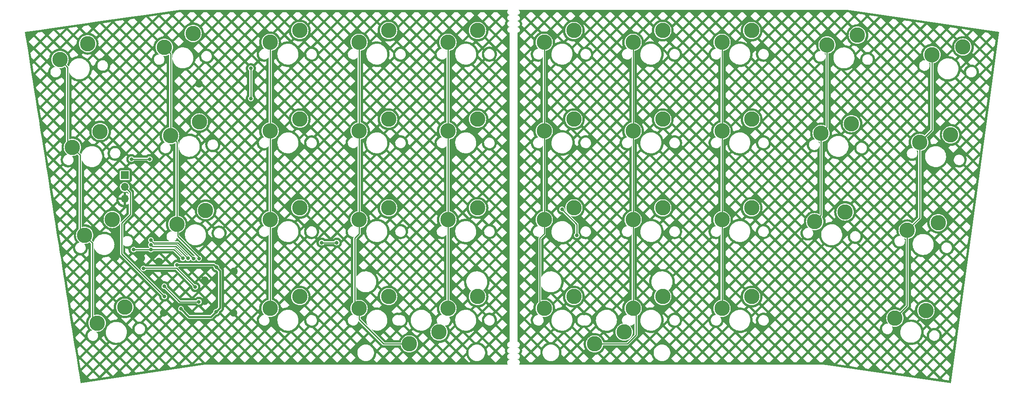
<source format=gbr>
%TF.GenerationSoftware,KiCad,Pcbnew,(7.0.0)*%
%TF.CreationDate,2023-08-19T14:18:26+02:00*%
%TF.ProjectId,tinyv pcb,74696e79-7620-4706-9362-2e6b69636164,rev?*%
%TF.SameCoordinates,Original*%
%TF.FileFunction,Copper,L1,Top*%
%TF.FilePolarity,Positive*%
%FSLAX46Y46*%
G04 Gerber Fmt 4.6, Leading zero omitted, Abs format (unit mm)*
G04 Created by KiCad (PCBNEW (7.0.0)) date 2023-08-19 14:18:26*
%MOMM*%
%LPD*%
G01*
G04 APERTURE LIST*
%TA.AperFunction,ComponentPad*%
%ADD10C,3.300000*%
%TD*%
%TA.AperFunction,ComponentPad*%
%ADD11R,1.700000X1.700000*%
%TD*%
%TA.AperFunction,ComponentPad*%
%ADD12O,1.700000X1.700000*%
%TD*%
%TA.AperFunction,ViaPad*%
%ADD13C,0.800000*%
%TD*%
%TA.AperFunction,Conductor*%
%ADD14C,0.250000*%
%TD*%
%TA.AperFunction,Conductor*%
%ADD15C,0.381000*%
%TD*%
G04 APERTURE END LIST*
D10*
%TO.P,MX4,1,1*%
%TO.N,COL3*%
X120015000Y-28416250D03*
%TO.P,MX4,2,2*%
%TO.N,Net-(D4-A)*%
X126365000Y-25876250D03*
%TD*%
%TO.P,MX23,1,1*%
%TO.N,COL2*%
X100965000Y-66516250D03*
%TO.P,MX23,2,2*%
%TO.N,Net-(D23-A)*%
X107315000Y-63976250D03*
%TD*%
%TO.P,MX12,1,1*%
%TO.N,COL1*%
X79627503Y-48476446D03*
%TO.P,MX12,2,2*%
%TO.N,Net-(D12-A)*%
X85784853Y-45499680D03*
%TD*%
%TO.P,MX34,1,1*%
%TO.N,COL3*%
X120015000Y-85566250D03*
%TO.P,MX34,2,2*%
%TO.N,Net-(D34-A)*%
X126365000Y-83026250D03*
%TD*%
%TO.P,MX8,1,1*%
%TO.N,COL7*%
X197802500Y-28416250D03*
%TO.P,MX8,2,2*%
%TO.N,Net-(D8-A)*%
X204152500Y-25876250D03*
%TD*%
%TO.P,MX40,1,1*%
%TO.N,COL9*%
X234858766Y-87641325D03*
%TO.P,MX40,2,2*%
%TO.N,Net-(D40-A)*%
X241500468Y-86009793D03*
%TD*%
%TO.P,MX15,1,1*%
%TO.N,COL4*%
X139065000Y-47466250D03*
%TO.P,MX15,2,2*%
%TO.N,Net-(D15-A)*%
X145415000Y-44926250D03*
%TD*%
%TO.P,MX27,1,1*%
%TO.N,COL6*%
X178752500Y-66516250D03*
%TO.P,MX27,2,2*%
%TO.N,Net-(D27-A)*%
X185102500Y-63976250D03*
%TD*%
%TO.P,MX1,1,1*%
%TO.N,COL0*%
X55918235Y-32108839D03*
%TO.P,MX1,2,2*%
%TO.N,Net-(D1-A)*%
X61852938Y-28709809D03*
%TD*%
%TO.P,MX17,1,1*%
%TO.N,COL6*%
X178752500Y-47466250D03*
%TO.P,MX17,2,2*%
%TO.N,Net-(D17-A)*%
X185102500Y-44926250D03*
%TD*%
D11*
%TO.P,J3,1,Pin_1*%
%TO.N,+5V*%
X69811963Y-56944999D03*
D12*
%TO.P,J3,2,Pin_2*%
%TO.N,underglow*%
X69811963Y-59484999D03*
%TO.P,J3,3,Pin_3*%
%TO.N,GND*%
X69811963Y-62024999D03*
%TD*%
D10*
%TO.P,MX14,1,1*%
%TO.N,COL3*%
X120015000Y-47466250D03*
%TO.P,MX14,2,2*%
%TO.N,Net-(D14-A)*%
X126365000Y-44926250D03*
%TD*%
%TO.P,MX22,1,1*%
%TO.N,COL1*%
X80978269Y-67494740D03*
%TO.P,MX22,2,2*%
%TO.N,Net-(D22-A)*%
X87135619Y-64517974D03*
%TD*%
%TO.P,MX3,1,1*%
%TO.N,COL2*%
X100965000Y-28416250D03*
%TO.P,MX3,2,2*%
%TO.N,Net-(D3-A)*%
X107315000Y-25876250D03*
%TD*%
%TO.P,MX28,1,1*%
%TO.N,COL7*%
X197802500Y-66516250D03*
%TO.P,MX28,2,2*%
%TO.N,Net-(D28-A)*%
X204152500Y-63976250D03*
%TD*%
%TO.P,MX39,1,1*%
%TO.N,Net-(D37-A)*%
X176847500Y-90646250D03*
%TO.P,MX39,2,2*%
%TO.N,COL6*%
X170497500Y-93186250D03*
%TD*%
%TO.P,MX30,1,1*%
%TO.N,COL9*%
X237497998Y-68778221D03*
%TO.P,MX30,2,2*%
%TO.N,Net-(D30-A)*%
X244139700Y-67146689D03*
%TD*%
%TO.P,MX29,1,1*%
%TO.N,COL8*%
X217678079Y-66938277D03*
%TO.P,MX29,2,2*%
%TO.N,Net-(D29-A)*%
X224189793Y-64847418D03*
%TD*%
%TO.P,MX35,1,1*%
%TO.N,COL4*%
X139065000Y-85566250D03*
%TO.P,MX35,2,2*%
%TO.N,Net-(D35-A)*%
X145415000Y-83026250D03*
%TD*%
%TO.P,MX20,1,1*%
%TO.N,COL9*%
X240162150Y-49915116D03*
%TO.P,MX20,2,2*%
%TO.N,Net-(D20-A)*%
X246803852Y-48283584D03*
%TD*%
%TO.P,MX24,1,1*%
%TO.N,COL3*%
X120015000Y-66516250D03*
%TO.P,MX24,2,2*%
%TO.N,Net-(D24-A)*%
X126365000Y-63976250D03*
%TD*%
%TO.P,MX26,1,1*%
%TO.N,COL5*%
X159702500Y-66516250D03*
%TO.P,MX26,2,2*%
%TO.N,Net-(D26-A)*%
X166052500Y-63976250D03*
%TD*%
%TO.P,MX5,1,1*%
%TO.N,COL4*%
X139065000Y-28416250D03*
%TO.P,MX5,2,2*%
%TO.N,Net-(D5-A)*%
X145415000Y-25876250D03*
%TD*%
%TO.P,MX37,1,1*%
%TO.N,COL6*%
X178752500Y-85566250D03*
%TO.P,MX37,2,2*%
%TO.N,Net-(D37-A)*%
X185102500Y-83026250D03*
%TD*%
%TO.P,MX7,1,1*%
%TO.N,COL6*%
X178752500Y-28416250D03*
%TO.P,MX7,2,2*%
%TO.N,Net-(D7-A)*%
X185102500Y-25876250D03*
%TD*%
%TO.P,MX2,1,1*%
%TO.N,COL1*%
X78291756Y-29481958D03*
%TO.P,MX2,2,2*%
%TO.N,Net-(D2-A)*%
X84449106Y-26505192D03*
%TD*%
%TO.P,MX21,1,1*%
%TO.N,COL0*%
X61212831Y-69846063D03*
%TO.P,MX21,2,2*%
%TO.N,Net-(D21-A)*%
X67147534Y-66447033D03*
%TD*%
%TO.P,MX33,1,1*%
%TO.N,COL2*%
X100965000Y-85566250D03*
%TO.P,MX33,2,2*%
%TO.N,Net-(D33-A)*%
X107315000Y-83026250D03*
%TD*%
%TO.P,MX38,1,1*%
%TO.N,COL7*%
X197802500Y-85566250D03*
%TO.P,MX38,2,2*%
%TO.N,Net-(D38-A)*%
X204152500Y-83026250D03*
%TD*%
%TO.P,MX10,1,1*%
%TO.N,COL9*%
X242796279Y-31057371D03*
%TO.P,MX10,2,2*%
%TO.N,Net-(D10-A)*%
X249437981Y-29425839D03*
%TD*%
%TO.P,MX18,1,1*%
%TO.N,COL7*%
X197802500Y-47466250D03*
%TO.P,MX18,2,2*%
%TO.N,Net-(D18-A)*%
X204152500Y-44926250D03*
%TD*%
%TO.P,MX32,1,1*%
%TO.N,Net-(D34-A)*%
X137160000Y-90646250D03*
%TO.P,MX32,2,2*%
%TO.N,COL3*%
X130810000Y-93186250D03*
%TD*%
%TO.P,MX31,1,1*%
%TO.N,COL0*%
X63884326Y-88716842D03*
%TO.P,MX31,2,2*%
%TO.N,Net-(D31-A)*%
X69819029Y-85317812D03*
%TD*%
%TO.P,MX36,1,1*%
%TO.N,COL5*%
X159702500Y-85566250D03*
%TO.P,MX36,2,2*%
%TO.N,Net-(D36-A)*%
X166052500Y-83026250D03*
%TD*%
%TO.P,MX11,1,1*%
%TO.N,COL0*%
X58592288Y-50963156D03*
%TO.P,MX11,2,2*%
%TO.N,Net-(D11-A)*%
X64526991Y-47564126D03*
%TD*%
%TO.P,MX16,1,1*%
%TO.N,COL5*%
X159702500Y-47466250D03*
%TO.P,MX16,2,2*%
%TO.N,Net-(D16-A)*%
X166052500Y-44926250D03*
%TD*%
%TO.P,MX25,1,1*%
%TO.N,COL4*%
X139065000Y-66516250D03*
%TO.P,MX25,2,2*%
%TO.N,Net-(D25-A)*%
X145415000Y-63976250D03*
%TD*%
%TO.P,MX9,1,1*%
%TO.N,COL8*%
X220313639Y-28962874D03*
%TO.P,MX9,2,2*%
%TO.N,Net-(D9-A)*%
X226825353Y-26872015D03*
%TD*%
%TO.P,MX19,1,1*%
%TO.N,COL8*%
X219037632Y-47966707D03*
%TO.P,MX19,2,2*%
%TO.N,Net-(D19-A)*%
X225549346Y-45875848D03*
%TD*%
%TO.P,MX13,1,1*%
%TO.N,COL2*%
X100965000Y-47466250D03*
%TO.P,MX13,2,2*%
%TO.N,Net-(D13-A)*%
X107315000Y-44926250D03*
%TD*%
%TO.P,MX6,1,1*%
%TO.N,COL5*%
X159702500Y-28416250D03*
%TO.P,MX6,2,2*%
%TO.N,Net-(D6-A)*%
X166052500Y-25876250D03*
%TD*%
D13*
%TO.N,ROW0*%
X83359327Y-74816473D03*
X96837500Y-33998148D03*
X96837500Y-40481250D03*
X75406250Y-71917970D03*
%TO.N,ROW1*%
X71232193Y-53489210D03*
X75128177Y-53492767D03*
X75418798Y-70905919D03*
X84515601Y-74821981D03*
%TO.N,ROW2*%
X115241665Y-71437500D03*
X111988000Y-71437500D03*
X82244263Y-74816473D03*
X71698373Y-72917231D03*
X75406250Y-72917473D03*
%TO.N,Net-(D26-A)*%
X166687500Y-69850000D03*
X163512500Y-64293750D03*
%TO.N,COL1*%
X85711562Y-74829911D03*
%TO.N,GND*%
X86949695Y-84006250D03*
X93201788Y-77597192D03*
X78272552Y-77647183D03*
X85725000Y-37306250D03*
X78141684Y-86529322D03*
X73370053Y-74776115D03*
X93124857Y-86506855D03*
X77112440Y-75467359D03*
X86949695Y-79506250D03*
X67796336Y-74567705D03*
%TO.N,BOOT0*%
X73818750Y-77002500D03*
X84931250Y-80962500D03*
%TO.N,NRST*%
X78266549Y-80808519D03*
X85699500Y-84137500D03*
%TO.N,+3V3*%
X89360711Y-86272135D03*
X81830258Y-85640418D03*
X89455064Y-76747935D03*
X80962500Y-76200000D03*
%TO.N,underglow*%
X78290398Y-82994831D03*
%TD*%
D14*
%TO.N,ROW0*%
X75406250Y-71917970D02*
X75719530Y-72231250D01*
X96837500Y-33998148D02*
X96837500Y-40481250D01*
X80782034Y-72231250D02*
X83359327Y-74808543D01*
X75719530Y-72231250D02*
X80782034Y-72231250D01*
X83359327Y-74808543D02*
X83359327Y-74816473D01*
%TO.N,ROW1*%
X81131120Y-71437500D02*
X84515601Y-74821981D01*
X75950379Y-71437500D02*
X81131120Y-71437500D01*
X71811660Y-53489210D02*
X71813750Y-53491300D01*
X75126710Y-53491300D02*
X75128177Y-53492767D01*
X75418798Y-70905919D02*
X75950379Y-71437500D01*
X71232193Y-53489210D02*
X71811660Y-53489210D01*
X71813750Y-53491300D02*
X75126710Y-53491300D01*
%TO.N,ROW2*%
X82241259Y-74813469D02*
X82244263Y-74816473D01*
X111988000Y-71437500D02*
X115093750Y-71437500D01*
X71698615Y-72917473D02*
X71698373Y-72917231D01*
X82241259Y-74808543D02*
X82241259Y-74813469D01*
X80350189Y-72917473D02*
X82241259Y-74808543D01*
X75406250Y-72917473D02*
X71698615Y-72917473D01*
X75406250Y-72917473D02*
X80350189Y-72917473D01*
%TO.N,Net-(D26-A)*%
X163512500Y-64293750D02*
X166687500Y-67468750D01*
X166687500Y-67468750D02*
X166687500Y-69850000D01*
%TO.N,COL0*%
X62862831Y-71496063D02*
X62862831Y-87695347D01*
X60242288Y-52613156D02*
X60242288Y-68875520D01*
X61212831Y-69846063D02*
X62862831Y-71496063D01*
X57568235Y-49939103D02*
X58592288Y-50963156D01*
X62862831Y-87695347D02*
X63884326Y-88716842D01*
X57568235Y-33758839D02*
X57568235Y-49939103D01*
X58592288Y-50963156D02*
X60242288Y-52613156D01*
X55918235Y-32108839D02*
X57568235Y-33758839D01*
X60242288Y-68875520D02*
X61212831Y-69846063D01*
%TO.N,COL1*%
X81138544Y-70026044D02*
X85711562Y-74599062D01*
X80978269Y-67494740D02*
X80978269Y-49827212D01*
X85711562Y-74599062D02*
X85711562Y-74829911D01*
X80978269Y-49827212D02*
X79627503Y-48476446D01*
X79627503Y-30817705D02*
X78291756Y-29481958D01*
X79627503Y-48476446D02*
X79627503Y-30817705D01*
X81138544Y-70026044D02*
X81138544Y-67655015D01*
X81138544Y-67655015D02*
X80978269Y-67494740D01*
%TO.N,COL2*%
X100965000Y-85566250D02*
X100965000Y-28416250D01*
%TO.N,COL3*%
X120015000Y-85566250D02*
X120015000Y-87899702D01*
X119074850Y-84626100D02*
X119074850Y-70494167D01*
X125301548Y-93186250D02*
X130810000Y-93186250D01*
X120015000Y-85566250D02*
X119074850Y-84626100D01*
X120015000Y-69554017D02*
X120015000Y-28416250D01*
X120015000Y-87899702D02*
X125301548Y-93186250D01*
X119074850Y-70494167D02*
X120015000Y-69554017D01*
%TO.N,COL4*%
X139065000Y-28416250D02*
X139065000Y-85566250D01*
%TO.N,COL5*%
X159702500Y-85566250D02*
X158762350Y-84626100D01*
X158762350Y-70494166D02*
X159702500Y-69554017D01*
X158762350Y-84626100D02*
X158762350Y-70494166D01*
X159702500Y-69554017D02*
X159702500Y-28416250D01*
%TO.N,COL6*%
X177482500Y-93186250D02*
X170497500Y-93186250D01*
X178752500Y-85566250D02*
X178752500Y-28416250D01*
X178752500Y-85566250D02*
X179367500Y-86181250D01*
X179367500Y-86181250D02*
X179367500Y-91301250D01*
X179367500Y-91301250D02*
X177482500Y-93186250D01*
%TO.N,COL7*%
X197802500Y-28416250D02*
X197802500Y-85566250D01*
%TO.N,COL8*%
X220313639Y-46690700D02*
X220313639Y-28962874D01*
X219037632Y-65578724D02*
X219037632Y-47966707D01*
X217678079Y-66938277D02*
X219037632Y-65578724D01*
X219037632Y-47966707D02*
X220313639Y-46690700D01*
%TO.N,COL9*%
X240162150Y-49915116D02*
X240162150Y-66114069D01*
X240162150Y-66114069D02*
X237497998Y-68778221D01*
X242796279Y-31057371D02*
X242796279Y-47280987D01*
X237497998Y-68778221D02*
X237497998Y-85002093D01*
X242796279Y-47280987D02*
X240162150Y-49915116D01*
X237497998Y-85002093D02*
X234858766Y-87641325D01*
%TO.N,BOOT0*%
X80890933Y-76922183D02*
X84931250Y-80962500D01*
X73818750Y-77002500D02*
X73899067Y-76922183D01*
X73899067Y-76922183D02*
X80890933Y-76922183D01*
%TO.N,NRST*%
X81595530Y-84137500D02*
X85699500Y-84137500D01*
X78266549Y-80808519D02*
X81595530Y-84137500D01*
D15*
%TO.N,+3V3*%
X83577175Y-87387335D02*
X81830258Y-85640418D01*
X80962500Y-76200000D02*
X88900000Y-76200000D01*
X89360711Y-86272135D02*
X89377177Y-86272135D01*
X88900000Y-76200000D02*
X89693750Y-76993750D01*
X89377177Y-86272135D02*
X89809031Y-85840281D01*
X88907129Y-76200000D02*
X88900000Y-76200000D01*
X90212922Y-85436390D02*
X89809031Y-85840281D01*
X89455064Y-76747935D02*
X88907129Y-76200000D01*
X83577175Y-87387335D02*
X88261977Y-87387335D01*
X89693750Y-76993750D02*
X90212922Y-77512922D01*
X89809031Y-85840281D02*
X88261977Y-87387335D01*
X90212922Y-77512922D02*
X90212922Y-85436390D01*
D14*
%TO.N,underglow*%
X70986964Y-60660000D02*
X69811964Y-59485000D01*
X70986964Y-65400675D02*
X70986964Y-60660000D01*
X78290398Y-82994831D02*
X69119814Y-73824246D01*
X69119814Y-73824246D02*
X69119814Y-67267825D01*
X69119814Y-67267825D02*
X70986964Y-65400675D01*
%TD*%
%TA.AperFunction,Conductor*%
%TO.N,GND*%
G36*
X179034774Y-87400646D02*
G01*
X179040024Y-87404876D01*
X179042000Y-87411322D01*
X179042000Y-87428224D01*
X179039788Y-87435006D01*
X179034002Y-87439178D01*
X179026868Y-87439136D01*
X179021133Y-87434895D01*
X179010711Y-87420260D01*
X179008587Y-87413133D01*
X179011269Y-87406197D01*
X179017634Y-87402352D01*
X179028056Y-87400085D01*
X179034774Y-87400646D01*
G37*
%TD.AperFunction*%
%TA.AperFunction,Conductor*%
G36*
X178417944Y-68337250D02*
G01*
X178424454Y-68341271D01*
X178427000Y-68348487D01*
X178427000Y-68406310D01*
X178424788Y-68413092D01*
X178419002Y-68417264D01*
X178411868Y-68417222D01*
X178406132Y-68412981D01*
X178397530Y-68400901D01*
X178357407Y-68344556D01*
X178355278Y-68338093D01*
X178357176Y-68331556D01*
X178362438Y-68327237D01*
X178369220Y-68326651D01*
X178417944Y-68337250D01*
G37*
%TD.AperFunction*%
%TA.AperFunction,Conductor*%
G36*
X178417944Y-49287250D02*
G01*
X178424454Y-49291271D01*
X178427000Y-49298487D01*
X178427000Y-49356310D01*
X178424788Y-49363092D01*
X178419002Y-49367264D01*
X178411868Y-49367222D01*
X178406132Y-49362981D01*
X178397530Y-49350901D01*
X178357407Y-49294556D01*
X178355278Y-49288093D01*
X178357176Y-49281556D01*
X178362438Y-49277237D01*
X178369220Y-49276651D01*
X178417944Y-49287250D01*
G37*
%TD.AperFunction*%
%TA.AperFunction,Conductor*%
G36*
X178417944Y-30237250D02*
G01*
X178424454Y-30241271D01*
X178427000Y-30248487D01*
X178427000Y-30306310D01*
X178424788Y-30313092D01*
X178419002Y-30317264D01*
X178411868Y-30317222D01*
X178406132Y-30312981D01*
X178397530Y-30300901D01*
X178357407Y-30244556D01*
X178355278Y-30238093D01*
X178357176Y-30231556D01*
X178362438Y-30227237D01*
X178369220Y-30226651D01*
X178417944Y-30237250D01*
G37*
%TD.AperFunction*%
%TA.AperFunction,Conductor*%
G36*
X197467944Y-68337250D02*
G01*
X197474454Y-68341271D01*
X197477000Y-68348487D01*
X197477000Y-68406310D01*
X197474788Y-68413092D01*
X197469002Y-68417264D01*
X197461868Y-68417222D01*
X197456132Y-68412981D01*
X197447530Y-68400901D01*
X197407407Y-68344556D01*
X197405278Y-68338093D01*
X197407176Y-68331556D01*
X197412438Y-68327237D01*
X197419220Y-68326651D01*
X197467944Y-68337250D01*
G37*
%TD.AperFunction*%
%TA.AperFunction,Conductor*%
G36*
X197467944Y-49287250D02*
G01*
X197474454Y-49291271D01*
X197477000Y-49298487D01*
X197477000Y-49356310D01*
X197474788Y-49363092D01*
X197469002Y-49367264D01*
X197461868Y-49367222D01*
X197456132Y-49362981D01*
X197447530Y-49350901D01*
X197407407Y-49294556D01*
X197405278Y-49288093D01*
X197407176Y-49281556D01*
X197412438Y-49277237D01*
X197419220Y-49276651D01*
X197467944Y-49287250D01*
G37*
%TD.AperFunction*%
%TA.AperFunction,Conductor*%
G36*
X197467944Y-30237250D02*
G01*
X197474454Y-30241271D01*
X197477000Y-30248487D01*
X197477000Y-30306310D01*
X197474788Y-30313092D01*
X197469002Y-30317264D01*
X197461868Y-30317222D01*
X197456132Y-30312981D01*
X197447530Y-30300901D01*
X197407407Y-30244556D01*
X197405278Y-30238093D01*
X197407176Y-30231556D01*
X197412438Y-30227237D01*
X197419220Y-30226651D01*
X197467944Y-30237250D01*
G37*
%TD.AperFunction*%
%TA.AperFunction,Conductor*%
G36*
X159367944Y-68337250D02*
G01*
X159374454Y-68341271D01*
X159377000Y-68348487D01*
X159377000Y-68406310D01*
X159374788Y-68413092D01*
X159369002Y-68417264D01*
X159361868Y-68417222D01*
X159356132Y-68412981D01*
X159347530Y-68400901D01*
X159307407Y-68344556D01*
X159305278Y-68338093D01*
X159307176Y-68331556D01*
X159312438Y-68327237D01*
X159319220Y-68326651D01*
X159367944Y-68337250D01*
G37*
%TD.AperFunction*%
%TA.AperFunction,Conductor*%
G36*
X159367944Y-49287250D02*
G01*
X159374454Y-49291271D01*
X159377000Y-49298487D01*
X159377000Y-49356310D01*
X159374788Y-49363092D01*
X159369002Y-49367264D01*
X159361868Y-49367222D01*
X159356132Y-49362981D01*
X159347530Y-49350901D01*
X159307407Y-49294556D01*
X159305278Y-49288093D01*
X159307176Y-49281556D01*
X159312438Y-49277237D01*
X159319220Y-49276651D01*
X159367944Y-49287250D01*
G37*
%TD.AperFunction*%
%TA.AperFunction,Conductor*%
G36*
X159367944Y-30237250D02*
G01*
X159374454Y-30241271D01*
X159377000Y-30248487D01*
X159377000Y-30306310D01*
X159374788Y-30313092D01*
X159369002Y-30317264D01*
X159361868Y-30317222D01*
X159356132Y-30312981D01*
X159347530Y-30300901D01*
X159307407Y-30244556D01*
X159305278Y-30238093D01*
X159307176Y-30231556D01*
X159312438Y-30227237D01*
X159319220Y-30226651D01*
X159367944Y-30237250D01*
G37*
%TD.AperFunction*%
%TA.AperFunction,Conductor*%
G36*
X218703076Y-49787707D02*
G01*
X218709586Y-49791728D01*
X218712132Y-49798944D01*
X218712132Y-50152678D01*
X218709233Y-50160312D01*
X218701997Y-50164097D01*
X218694073Y-50162124D01*
X218689456Y-50155389D01*
X218679832Y-50115720D01*
X218661982Y-50042139D01*
X218623326Y-49957494D01*
X218572916Y-49847111D01*
X218572914Y-49847108D01*
X218572691Y-49846619D01*
X218516404Y-49767575D01*
X218514275Y-49761111D01*
X218516173Y-49754574D01*
X218521435Y-49750255D01*
X218528216Y-49749669D01*
X218703076Y-49787707D01*
G37*
%TD.AperFunction*%
%TA.AperFunction,Conductor*%
G36*
X219951451Y-30777863D02*
G01*
X219979083Y-30783874D01*
X219985593Y-30787895D01*
X219988139Y-30795111D01*
X219988139Y-31148845D01*
X219985240Y-31156479D01*
X219978004Y-31160264D01*
X219970080Y-31158291D01*
X219965463Y-31151556D01*
X219957117Y-31117154D01*
X219937989Y-31038306D01*
X219892633Y-30938990D01*
X219848923Y-30843278D01*
X219848921Y-30843275D01*
X219848698Y-30842786D01*
X219792411Y-30763742D01*
X219790282Y-30757278D01*
X219792180Y-30750741D01*
X219797442Y-30746422D01*
X219804223Y-30745836D01*
X219951451Y-30777863D01*
G37*
%TD.AperFunction*%
%TA.AperFunction,Conductor*%
G36*
X224675505Y-21430679D02*
G01*
X257163166Y-26192520D01*
X257170690Y-26196988D01*
X257172892Y-26205457D01*
X246857392Y-101587954D01*
X246855069Y-101593464D01*
X246850293Y-101597063D01*
X246844356Y-101597777D01*
X238699345Y-100422674D01*
X242186884Y-100422674D01*
X244043214Y-100690492D01*
X244185263Y-100548443D01*
X244889543Y-100548443D01*
X245198229Y-100857129D01*
X246430430Y-101034902D01*
X246559192Y-100093945D01*
X245951617Y-99486370D01*
X244889543Y-100548443D01*
X244185263Y-100548443D01*
X243123189Y-99486369D01*
X242186884Y-100422674D01*
X238699345Y-100422674D01*
X228812092Y-98996213D01*
X232299636Y-98996213D01*
X234155966Y-99264031D01*
X234285768Y-99134229D01*
X234990048Y-99134229D01*
X235282358Y-99426539D01*
X236627777Y-99620647D01*
X237114194Y-99134230D01*
X237818476Y-99134230D01*
X238587649Y-99903403D01*
X239099590Y-99977262D01*
X239942622Y-99134230D01*
X240646903Y-99134230D01*
X241708977Y-100196304D01*
X242771051Y-99134230D01*
X243475330Y-99134230D01*
X244537404Y-100196304D01*
X245599478Y-99134230D01*
X244537404Y-98072156D01*
X243475330Y-99134230D01*
X242771051Y-99134230D01*
X241708977Y-98072156D01*
X240646903Y-99134230D01*
X239942622Y-99134230D01*
X239942623Y-99134229D01*
X238880549Y-98072156D01*
X237818476Y-99134230D01*
X237114194Y-99134230D01*
X237114195Y-99134229D01*
X236052122Y-98072156D01*
X234990048Y-99134229D01*
X234285768Y-99134229D01*
X233223694Y-98072155D01*
X232299636Y-98996213D01*
X228812092Y-98996213D01*
X220181251Y-97751018D01*
X219348135Y-97630822D01*
X219348101Y-97630808D01*
X219348037Y-97630808D01*
X219347975Y-97630799D01*
X219347939Y-97630808D01*
X219347326Y-97630808D01*
X154263641Y-97631546D01*
X154256881Y-97629350D01*
X154252704Y-97623600D01*
X154252704Y-97616492D01*
X154256880Y-97610743D01*
X154271740Y-97599948D01*
X154296719Y-97569753D01*
X222412389Y-97569753D01*
X224268718Y-97837571D01*
X224386272Y-97720017D01*
X225090554Y-97720017D01*
X225366487Y-97995950D01*
X226740530Y-98194186D01*
X227214699Y-97720017D01*
X227918981Y-97720017D01*
X228671777Y-98472813D01*
X229212342Y-98550801D01*
X230043126Y-97720017D01*
X230747408Y-97720017D01*
X231809482Y-98782091D01*
X232871556Y-97720017D01*
X233575835Y-97720017D01*
X234637909Y-98782091D01*
X235699983Y-97720017D01*
X236404262Y-97720017D01*
X237466336Y-98782091D01*
X238528410Y-97720017D01*
X239232689Y-97720017D01*
X240294763Y-98782091D01*
X241356837Y-97720017D01*
X242061116Y-97720017D01*
X243123190Y-98782091D01*
X244185264Y-97720017D01*
X244889543Y-97720017D01*
X245951616Y-98782090D01*
X246863492Y-97870214D01*
X246899651Y-97605977D01*
X245951617Y-96657943D01*
X244889543Y-97720017D01*
X244185264Y-97720017D01*
X243123190Y-96657943D01*
X242061116Y-97720017D01*
X241356837Y-97720017D01*
X240294763Y-96657943D01*
X239232689Y-97720017D01*
X238528410Y-97720017D01*
X237466336Y-96657943D01*
X236404262Y-97720017D01*
X235699983Y-97720017D01*
X234637909Y-96657943D01*
X233575835Y-97720017D01*
X232871556Y-97720017D01*
X231809482Y-96657943D01*
X230747408Y-97720017D01*
X230043126Y-97720017D01*
X230043127Y-97720016D01*
X228981054Y-96657943D01*
X227918981Y-97720017D01*
X227214699Y-97720017D01*
X227214700Y-97720016D01*
X226152627Y-96657943D01*
X225090554Y-97720017D01*
X224386272Y-97720017D01*
X224386273Y-97720016D01*
X223324200Y-96657943D01*
X222412389Y-97569753D01*
X154296719Y-97569753D01*
X154372477Y-97478177D01*
X154439767Y-97335180D01*
X154469380Y-97179942D01*
X154459457Y-97022216D01*
X154410620Y-96871913D01*
X154325939Y-96738477D01*
X154264477Y-96680760D01*
X154211260Y-96630785D01*
X154211259Y-96630784D01*
X154210735Y-96630292D01*
X154210108Y-96629947D01*
X154210105Y-96629945D01*
X154072879Y-96554505D01*
X154072875Y-96554503D01*
X154072245Y-96554157D01*
X154071548Y-96553978D01*
X154071543Y-96553976D01*
X153996140Y-96534616D01*
X153989913Y-96530525D01*
X153987500Y-96523477D01*
X153987500Y-96492269D01*
X153989914Y-96485220D01*
X153996141Y-96481130D01*
X153996220Y-96481109D01*
X153996945Y-96481018D01*
X154143885Y-96422840D01*
X154271740Y-96329948D01*
X154291714Y-96305803D01*
X155794089Y-96305803D01*
X156621803Y-97133517D01*
X157090525Y-97133513D01*
X157918236Y-96305802D01*
X156856163Y-95243729D01*
X155794089Y-96305803D01*
X154291714Y-96305803D01*
X154372477Y-96208177D01*
X154439767Y-96065180D01*
X154469380Y-95909942D01*
X154459457Y-95752216D01*
X154410620Y-95601913D01*
X154325939Y-95468477D01*
X154309400Y-95452946D01*
X154211260Y-95360785D01*
X154211259Y-95360784D01*
X154210735Y-95360292D01*
X154210108Y-95359947D01*
X154210105Y-95359945D01*
X154072879Y-95284505D01*
X154072875Y-95284503D01*
X154072245Y-95284157D01*
X154071548Y-95283978D01*
X154071543Y-95283976D01*
X153996140Y-95264616D01*
X153989913Y-95260525D01*
X153987500Y-95253477D01*
X153987500Y-95237651D01*
X154769270Y-95237651D01*
X154831096Y-95335071D01*
X154831464Y-95335693D01*
X154840601Y-95352315D01*
X155441949Y-95953663D01*
X156504022Y-94891589D01*
X157208303Y-94891589D01*
X158270376Y-95953662D01*
X158872336Y-95351702D01*
X158864311Y-95298452D01*
X158864255Y-95298024D01*
X158860269Y-95262604D01*
X158860229Y-95262174D01*
X158860101Y-95260460D01*
X158860077Y-95260033D01*
X158858758Y-95224659D01*
X158858750Y-95224230D01*
X159356750Y-95224230D01*
X159356812Y-95224646D01*
X159356813Y-95224649D01*
X159393563Y-95468477D01*
X159396389Y-95487221D01*
X159396513Y-95487625D01*
X159396515Y-95487631D01*
X159474655Y-95740952D01*
X159474783Y-95741366D01*
X159474968Y-95741751D01*
X159474970Y-95741755D01*
X159480008Y-95752216D01*
X159590179Y-95980988D01*
X159740000Y-96200735D01*
X159920899Y-96395698D01*
X159921234Y-96395965D01*
X159921235Y-96395966D01*
X160119599Y-96554157D01*
X160128835Y-96561522D01*
X160359164Y-96694502D01*
X160606740Y-96791669D01*
X160866033Y-96850851D01*
X161064849Y-96865750D01*
X161197438Y-96865750D01*
X161197651Y-96865750D01*
X161396467Y-96850851D01*
X161655760Y-96791669D01*
X161903336Y-96694502D01*
X162133665Y-96561522D01*
X162341601Y-96395698D01*
X162425011Y-96305803D01*
X164279370Y-96305803D01*
X165106988Y-97133421D01*
X165575902Y-97133417D01*
X166403516Y-96305803D01*
X167107797Y-96305803D01*
X167935383Y-97133389D01*
X168404361Y-97133385D01*
X169231944Y-96305802D01*
X169936224Y-96305802D01*
X170763779Y-97133357D01*
X171232821Y-97133352D01*
X172060370Y-96305803D01*
X172764652Y-96305803D01*
X173592174Y-97133325D01*
X174061281Y-97133320D01*
X174888798Y-96305803D01*
X175593079Y-96305803D01*
X176420569Y-97133293D01*
X176889740Y-97133288D01*
X177717225Y-96305803D01*
X178421506Y-96305803D01*
X179248963Y-97133260D01*
X179718199Y-97133256D01*
X180545652Y-96305803D01*
X181249933Y-96305803D01*
X182077358Y-97133228D01*
X182546658Y-97133224D01*
X183165685Y-96514197D01*
X183164009Y-96512249D01*
X183163736Y-96511919D01*
X183162664Y-96510575D01*
X183162401Y-96510233D01*
X183141282Y-96481619D01*
X183141033Y-96481268D01*
X182991212Y-96261521D01*
X182990977Y-96261161D01*
X182972066Y-96231064D01*
X182971843Y-96230696D01*
X182970984Y-96229208D01*
X182970776Y-96228831D01*
X182954190Y-96197446D01*
X182953997Y-96197063D01*
X182838601Y-95957441D01*
X182838422Y-95957050D01*
X182824221Y-95924503D01*
X182824056Y-95924106D01*
X182823428Y-95922506D01*
X182823278Y-95922102D01*
X182811542Y-95888564D01*
X182811408Y-95888156D01*
X182746718Y-95678440D01*
X182312007Y-95243729D01*
X181249933Y-96305803D01*
X180545652Y-96305803D01*
X180545653Y-96305802D01*
X179483580Y-95243729D01*
X178421506Y-96305803D01*
X177717225Y-96305803D01*
X177717226Y-96305802D01*
X176655153Y-95243729D01*
X175593079Y-96305803D01*
X174888798Y-96305803D01*
X174888799Y-96305802D01*
X173826726Y-95243729D01*
X172764652Y-96305803D01*
X172060370Y-96305803D01*
X172060371Y-96305802D01*
X171189179Y-95434609D01*
X171161527Y-95443809D01*
X171161134Y-95443932D01*
X171159559Y-95444394D01*
X171159165Y-95444502D01*
X171126433Y-95452852D01*
X171126034Y-95452946D01*
X170867382Y-95509212D01*
X170866982Y-95509292D01*
X170833757Y-95515292D01*
X170833353Y-95515357D01*
X170831729Y-95515591D01*
X170831320Y-95515643D01*
X170797464Y-95519288D01*
X170797053Y-95519325D01*
X170716975Y-95525051D01*
X169936224Y-96305802D01*
X169231944Y-96305802D01*
X168169871Y-95243729D01*
X167107797Y-96305803D01*
X166403516Y-96305803D01*
X166403517Y-96305802D01*
X165341444Y-95243729D01*
X164279370Y-96305803D01*
X162425011Y-96305803D01*
X162522500Y-96200735D01*
X162672321Y-95980988D01*
X162787717Y-95741366D01*
X162866111Y-95487221D01*
X162905750Y-95224230D01*
X162905750Y-94958270D01*
X162866111Y-94695279D01*
X162789306Y-94446286D01*
X163310459Y-94446286D01*
X163341986Y-94548489D01*
X163342105Y-94548901D01*
X163351271Y-94583092D01*
X163351374Y-94583508D01*
X163351757Y-94585184D01*
X163351845Y-94585606D01*
X163358477Y-94620631D01*
X163358550Y-94621057D01*
X163398189Y-94884048D01*
X163398245Y-94884476D01*
X163402231Y-94919896D01*
X163402271Y-94920326D01*
X163402399Y-94922040D01*
X163402423Y-94922467D01*
X163403742Y-94957841D01*
X163403750Y-94958270D01*
X163403750Y-95224230D01*
X163403742Y-95224659D01*
X163402423Y-95260033D01*
X163402399Y-95260460D01*
X163402271Y-95262174D01*
X163402231Y-95262604D01*
X163398245Y-95298024D01*
X163398189Y-95298452D01*
X163381662Y-95408095D01*
X163927230Y-95953663D01*
X164989304Y-94891589D01*
X165693584Y-94891589D01*
X166755658Y-95953663D01*
X167491267Y-95218053D01*
X171676901Y-95218053D01*
X172412511Y-95953663D01*
X173474585Y-94891589D01*
X174178865Y-94891589D01*
X175240939Y-95953663D01*
X176303012Y-94891589D01*
X177007292Y-94891589D01*
X178069366Y-95953663D01*
X179131439Y-94891589D01*
X179835720Y-94891589D01*
X180897793Y-95953663D01*
X181627226Y-95224230D01*
X183169250Y-95224230D01*
X183169312Y-95224646D01*
X183169313Y-95224649D01*
X183206063Y-95468477D01*
X183208889Y-95487221D01*
X183209013Y-95487625D01*
X183209015Y-95487631D01*
X183287155Y-95740952D01*
X183287283Y-95741366D01*
X183287468Y-95741751D01*
X183287470Y-95741755D01*
X183292508Y-95752216D01*
X183402679Y-95980988D01*
X183552500Y-96200735D01*
X183733399Y-96395698D01*
X183733734Y-96395965D01*
X183733735Y-96395966D01*
X183932099Y-96554157D01*
X183941335Y-96561522D01*
X184171664Y-96694502D01*
X184419240Y-96791669D01*
X184678533Y-96850851D01*
X184877349Y-96865750D01*
X185009938Y-96865750D01*
X185010151Y-96865750D01*
X185208967Y-96850851D01*
X185468260Y-96791669D01*
X185715836Y-96694502D01*
X185946165Y-96561522D01*
X186154101Y-96395698D01*
X186237511Y-96305803D01*
X186906787Y-96305803D01*
X187734149Y-97133165D01*
X188203576Y-97133160D01*
X189030933Y-96305803D01*
X189735214Y-96305803D01*
X190562544Y-97133133D01*
X191032035Y-97133128D01*
X191859360Y-96305803D01*
X192563642Y-96305803D01*
X193390940Y-97133101D01*
X193860495Y-97133096D01*
X194687788Y-96305803D01*
X195392069Y-96305803D01*
X196219335Y-97133069D01*
X196688954Y-97133064D01*
X197516215Y-96305803D01*
X198220496Y-96305803D01*
X199047730Y-97133037D01*
X199517413Y-97133032D01*
X200344642Y-96305803D01*
X201048923Y-96305803D01*
X201876125Y-97133005D01*
X202345872Y-97133000D01*
X203173069Y-96305803D01*
X203877350Y-96305803D01*
X204704519Y-97132972D01*
X205174331Y-97132968D01*
X206001496Y-96305803D01*
X206705777Y-96305803D01*
X207532914Y-97132940D01*
X208002790Y-97132936D01*
X208829923Y-96305803D01*
X209534204Y-96305803D01*
X210361309Y-97132908D01*
X210831249Y-97132904D01*
X211658351Y-96305802D01*
X212362631Y-96305802D01*
X213189705Y-97132876D01*
X213659708Y-97132872D01*
X214486777Y-96305803D01*
X215191059Y-96305803D01*
X216018100Y-97132844D01*
X216488168Y-97132840D01*
X217315205Y-96305803D01*
X218019486Y-96305803D01*
X218846495Y-97132812D01*
X219316627Y-97132808D01*
X220143632Y-96305803D01*
X220847913Y-96305803D01*
X221909987Y-97367877D01*
X222972061Y-96305803D01*
X223676340Y-96305803D01*
X224738414Y-97367877D01*
X225800488Y-96305803D01*
X226504767Y-96305803D01*
X227566841Y-97367877D01*
X228628915Y-96305803D01*
X229333194Y-96305803D01*
X230395268Y-97367877D01*
X231457342Y-96305803D01*
X232161621Y-96305803D01*
X233223695Y-97367877D01*
X234285769Y-96305803D01*
X234990048Y-96305803D01*
X236052122Y-97367876D01*
X237114196Y-96305803D01*
X237818476Y-96305803D01*
X238880549Y-97367876D01*
X239942623Y-96305803D01*
X240646903Y-96305803D01*
X241708977Y-97367877D01*
X242771051Y-96305803D01*
X243475330Y-96305803D01*
X244537404Y-97367877D01*
X245599478Y-96305803D01*
X244537404Y-95243729D01*
X243475330Y-96305803D01*
X242771051Y-96305803D01*
X241708977Y-95243729D01*
X240646903Y-96305803D01*
X239942623Y-96305803D01*
X238880549Y-95243729D01*
X237818476Y-96305803D01*
X237114196Y-96305803D01*
X236052122Y-95243729D01*
X234990048Y-96305803D01*
X234285769Y-96305803D01*
X233223695Y-95243729D01*
X232161621Y-96305803D01*
X231457342Y-96305803D01*
X230395268Y-95243729D01*
X229333194Y-96305803D01*
X228628915Y-96305803D01*
X227566841Y-95243729D01*
X226504767Y-96305803D01*
X225800488Y-96305803D01*
X224738414Y-95243729D01*
X223676340Y-96305803D01*
X222972061Y-96305803D01*
X221909987Y-95243729D01*
X220847913Y-96305803D01*
X220143632Y-96305803D01*
X220143633Y-96305802D01*
X219081560Y-95243729D01*
X218019486Y-96305803D01*
X217315205Y-96305803D01*
X217315206Y-96305802D01*
X216253132Y-95243729D01*
X215191059Y-96305803D01*
X214486777Y-96305803D01*
X214486778Y-96305802D01*
X213424705Y-95243729D01*
X212362631Y-96305802D01*
X211658351Y-96305802D01*
X210596278Y-95243729D01*
X209534204Y-96305803D01*
X208829923Y-96305803D01*
X208829924Y-96305802D01*
X207767851Y-95243729D01*
X206705777Y-96305803D01*
X206001496Y-96305803D01*
X206001497Y-96305802D01*
X204939424Y-95243729D01*
X203877350Y-96305803D01*
X203173069Y-96305803D01*
X203173070Y-96305802D01*
X202110997Y-95243729D01*
X201048923Y-96305803D01*
X200344642Y-96305803D01*
X200344643Y-96305802D01*
X199282570Y-95243729D01*
X198220496Y-96305803D01*
X197516215Y-96305803D01*
X197516216Y-96305802D01*
X196454143Y-95243729D01*
X195392069Y-96305803D01*
X194687788Y-96305803D01*
X194687789Y-96305802D01*
X193625715Y-95243729D01*
X192563642Y-96305803D01*
X191859360Y-96305803D01*
X191859361Y-96305802D01*
X190797288Y-95243729D01*
X189735214Y-96305803D01*
X189030933Y-96305803D01*
X189030934Y-96305802D01*
X187968861Y-95243729D01*
X186906787Y-96305803D01*
X186237511Y-96305803D01*
X186335000Y-96200735D01*
X186484821Y-95980988D01*
X186600217Y-95741366D01*
X186678611Y-95487221D01*
X186718250Y-95224230D01*
X186718250Y-94958270D01*
X186708200Y-94891589D01*
X188321001Y-94891589D01*
X189383075Y-95953663D01*
X190445148Y-94891589D01*
X191149428Y-94891589D01*
X192211502Y-95953663D01*
X193273575Y-94891589D01*
X193977855Y-94891589D01*
X195039929Y-95953663D01*
X196102002Y-94891589D01*
X196806282Y-94891589D01*
X197868356Y-95953663D01*
X198930429Y-94891589D01*
X199634709Y-94891589D01*
X200696783Y-95953663D01*
X201758856Y-94891589D01*
X202463137Y-94891589D01*
X203525210Y-95953663D01*
X204587284Y-94891589D01*
X205291564Y-94891589D01*
X206353637Y-95953663D01*
X207415711Y-94891589D01*
X208119991Y-94891589D01*
X209182065Y-95953663D01*
X210244138Y-94891589D01*
X210948418Y-94891589D01*
X212010492Y-95953663D01*
X213072565Y-94891589D01*
X213776845Y-94891589D01*
X214838919Y-95953663D01*
X215900992Y-94891589D01*
X216605272Y-94891589D01*
X217667346Y-95953663D01*
X218729419Y-94891589D01*
X219433699Y-94891589D01*
X220495773Y-95953663D01*
X221557846Y-94891589D01*
X222262126Y-94891589D01*
X223324200Y-95953663D01*
X224386273Y-94891589D01*
X225090554Y-94891589D01*
X226152627Y-95953663D01*
X227214701Y-94891589D01*
X227918981Y-94891589D01*
X228981054Y-95953663D01*
X230043128Y-94891589D01*
X230747408Y-94891589D01*
X231809482Y-95953663D01*
X232871555Y-94891589D01*
X233575835Y-94891589D01*
X234637909Y-95953663D01*
X235699982Y-94891589D01*
X236404262Y-94891589D01*
X237466336Y-95953663D01*
X238528409Y-94891589D01*
X239232689Y-94891589D01*
X240294763Y-95953663D01*
X241356836Y-94891589D01*
X242061116Y-94891589D01*
X243123190Y-95953663D01*
X244185263Y-94891589D01*
X244889543Y-94891589D01*
X245951617Y-95953663D01*
X247013690Y-94891589D01*
X245951617Y-93829516D01*
X244889543Y-94891589D01*
X244185263Y-94891589D01*
X243123190Y-93829516D01*
X242061116Y-94891589D01*
X241356836Y-94891589D01*
X240294763Y-93829516D01*
X239232689Y-94891589D01*
X238528409Y-94891589D01*
X237466336Y-93829516D01*
X236404262Y-94891589D01*
X235699982Y-94891589D01*
X234637909Y-93829516D01*
X233575835Y-94891589D01*
X232871555Y-94891589D01*
X231809482Y-93829516D01*
X230747408Y-94891589D01*
X230043128Y-94891589D01*
X228981054Y-93829516D01*
X227918981Y-94891589D01*
X227214701Y-94891589D01*
X226152627Y-93829516D01*
X225090554Y-94891589D01*
X224386273Y-94891589D01*
X223324200Y-93829516D01*
X222262126Y-94891589D01*
X221557846Y-94891589D01*
X220495773Y-93829516D01*
X219433699Y-94891589D01*
X218729419Y-94891589D01*
X217667346Y-93829516D01*
X216605272Y-94891589D01*
X215900992Y-94891589D01*
X214838919Y-93829516D01*
X213776845Y-94891589D01*
X213072565Y-94891589D01*
X212010492Y-93829516D01*
X210948418Y-94891589D01*
X210244138Y-94891589D01*
X209182065Y-93829516D01*
X208119991Y-94891589D01*
X207415711Y-94891589D01*
X206353637Y-93829516D01*
X205291564Y-94891589D01*
X204587284Y-94891589D01*
X203525210Y-93829516D01*
X202463137Y-94891589D01*
X201758856Y-94891589D01*
X200696783Y-93829516D01*
X199634709Y-94891589D01*
X198930429Y-94891589D01*
X197868356Y-93829516D01*
X196806282Y-94891589D01*
X196102002Y-94891589D01*
X195039929Y-93829516D01*
X193977855Y-94891589D01*
X193273575Y-94891589D01*
X192211502Y-93829516D01*
X191149428Y-94891589D01*
X190445148Y-94891589D01*
X189383075Y-93829516D01*
X188321001Y-94891589D01*
X186708200Y-94891589D01*
X186678611Y-94695279D01*
X186600217Y-94441134D01*
X186484821Y-94201512D01*
X186335000Y-93981765D01*
X186154101Y-93786802D01*
X186153764Y-93786533D01*
X185946504Y-93621248D01*
X185946501Y-93621245D01*
X185946165Y-93620978D01*
X185945791Y-93620762D01*
X185945788Y-93620760D01*
X185716211Y-93488214D01*
X185716205Y-93488211D01*
X185715836Y-93487998D01*
X185715436Y-93487841D01*
X185715432Y-93487839D01*
X185688773Y-93477376D01*
X186906787Y-93477376D01*
X187968861Y-94539450D01*
X189030935Y-93477376D01*
X189735214Y-93477376D01*
X190797288Y-94539449D01*
X191859362Y-93477376D01*
X192563642Y-93477376D01*
X193625715Y-94539449D01*
X194687789Y-93477376D01*
X195392069Y-93477376D01*
X196454143Y-94539450D01*
X197516217Y-93477376D01*
X198220496Y-93477376D01*
X199282570Y-94539450D01*
X200344644Y-93477376D01*
X201048923Y-93477376D01*
X202110997Y-94539450D01*
X203173071Y-93477376D01*
X203877350Y-93477376D01*
X204939424Y-94539450D01*
X206001498Y-93477376D01*
X206705777Y-93477376D01*
X207767851Y-94539450D01*
X208829925Y-93477376D01*
X209534204Y-93477376D01*
X210596278Y-94539450D01*
X211658352Y-93477376D01*
X212362631Y-93477376D01*
X213424705Y-94539449D01*
X214486779Y-93477376D01*
X215191059Y-93477376D01*
X216253132Y-94539449D01*
X217315206Y-93477376D01*
X218019486Y-93477376D01*
X219081560Y-94539450D01*
X220143634Y-93477376D01*
X220847913Y-93477376D01*
X221909987Y-94539450D01*
X222972061Y-93477376D01*
X223676340Y-93477376D01*
X224738414Y-94539450D01*
X225800488Y-93477376D01*
X226504767Y-93477376D01*
X227566841Y-94539450D01*
X228628915Y-93477376D01*
X229333194Y-93477376D01*
X230395268Y-94539450D01*
X231457342Y-93477376D01*
X232161621Y-93477376D01*
X233223695Y-94539450D01*
X234285769Y-93477376D01*
X234990048Y-93477376D01*
X236052122Y-94539449D01*
X237114196Y-93477376D01*
X237114195Y-93477375D01*
X237818475Y-93477375D01*
X238880549Y-94539449D01*
X239942623Y-93477376D01*
X240646903Y-93477376D01*
X241708977Y-94539450D01*
X242771051Y-93477376D01*
X242771050Y-93477375D01*
X243475329Y-93477375D01*
X244537404Y-94539450D01*
X245599478Y-93477376D01*
X246303757Y-93477376D01*
X247324884Y-94498503D01*
X247580569Y-92630040D01*
X247365831Y-92415302D01*
X246303757Y-93477376D01*
X245599478Y-93477376D01*
X244555863Y-92433761D01*
X244465330Y-92538243D01*
X244464963Y-92538647D01*
X244433834Y-92571300D01*
X244433447Y-92571686D01*
X244431865Y-92573195D01*
X244431460Y-92573564D01*
X244397233Y-92603227D01*
X244396810Y-92603577D01*
X244227852Y-92736447D01*
X244227414Y-92736774D01*
X244190616Y-92762980D01*
X244190163Y-92763287D01*
X244188324Y-92764469D01*
X244188098Y-92764606D01*
X243475329Y-93477375D01*
X242771050Y-93477375D01*
X241708977Y-92415302D01*
X240646903Y-93477376D01*
X239942623Y-93477376D01*
X239571309Y-93106062D01*
X239380943Y-93202260D01*
X239380597Y-93202428D01*
X239351799Y-93215792D01*
X239351447Y-93215948D01*
X239350032Y-93216548D01*
X239349676Y-93216692D01*
X239320055Y-93228100D01*
X239319694Y-93228232D01*
X239035830Y-93326800D01*
X239035466Y-93326919D01*
X239005238Y-93336299D01*
X239004870Y-93336407D01*
X239003389Y-93336813D01*
X239003016Y-93336908D01*
X238972046Y-93344292D01*
X238971670Y-93344376D01*
X238677202Y-93404229D01*
X238676821Y-93404299D01*
X238645269Y-93409612D01*
X238644886Y-93409670D01*
X238643363Y-93409874D01*
X238642984Y-93409919D01*
X238611650Y-93413063D01*
X238611270Y-93413094D01*
X238386484Y-93428142D01*
X238386295Y-93428153D01*
X238370640Y-93428942D01*
X238370450Y-93428950D01*
X238369682Y-93428976D01*
X238369488Y-93428981D01*
X238353416Y-93429253D01*
X238353221Y-93429255D01*
X238127943Y-93429255D01*
X238127557Y-93429249D01*
X238095714Y-93428180D01*
X238095329Y-93428160D01*
X238093796Y-93428057D01*
X238093415Y-93428025D01*
X238061946Y-93424856D01*
X238061565Y-93424811D01*
X237893626Y-93402224D01*
X237818475Y-93477375D01*
X237114195Y-93477375D01*
X236052122Y-92415302D01*
X234990048Y-93477376D01*
X234285769Y-93477376D01*
X233223695Y-92415302D01*
X232161621Y-93477376D01*
X231457342Y-93477376D01*
X230395268Y-92415302D01*
X229333194Y-93477376D01*
X228628915Y-93477376D01*
X227566841Y-92415302D01*
X226504767Y-93477376D01*
X225800488Y-93477376D01*
X224738414Y-92415302D01*
X223676340Y-93477376D01*
X222972061Y-93477376D01*
X221909987Y-92415302D01*
X220847913Y-93477376D01*
X220143634Y-93477376D01*
X219081560Y-92415302D01*
X218019486Y-93477376D01*
X217315206Y-93477376D01*
X216253132Y-92415302D01*
X215191059Y-93477376D01*
X214486779Y-93477376D01*
X213424705Y-92415302D01*
X212362631Y-93477376D01*
X211658352Y-93477376D01*
X210596278Y-92415302D01*
X209534204Y-93477376D01*
X208829925Y-93477376D01*
X207767851Y-92415302D01*
X206705777Y-93477376D01*
X206001498Y-93477376D01*
X204939424Y-92415302D01*
X203877350Y-93477376D01*
X203173071Y-93477376D01*
X202110997Y-92415302D01*
X201048923Y-93477376D01*
X200344644Y-93477376D01*
X199282570Y-92415302D01*
X198220496Y-93477376D01*
X197516217Y-93477376D01*
X196454143Y-92415302D01*
X195392069Y-93477376D01*
X194687789Y-93477376D01*
X193625715Y-92415302D01*
X192563642Y-93477376D01*
X191859362Y-93477376D01*
X190797288Y-92415302D01*
X189735214Y-93477376D01*
X189030935Y-93477376D01*
X187968861Y-92415302D01*
X186906787Y-93477376D01*
X185688773Y-93477376D01*
X185468660Y-93390988D01*
X185468260Y-93390831D01*
X185264360Y-93344292D01*
X185209384Y-93331744D01*
X185209381Y-93331743D01*
X185208967Y-93331649D01*
X185208549Y-93331617D01*
X185208538Y-93331616D01*
X185010361Y-93316765D01*
X185010342Y-93316764D01*
X185010151Y-93316750D01*
X184877349Y-93316750D01*
X184877158Y-93316764D01*
X184877138Y-93316765D01*
X184678961Y-93331616D01*
X184678948Y-93331617D01*
X184678533Y-93331649D01*
X184678120Y-93331743D01*
X184678115Y-93331744D01*
X184419656Y-93390736D01*
X184419240Y-93390831D01*
X184418843Y-93390986D01*
X184418839Y-93390988D01*
X184172067Y-93487839D01*
X184172057Y-93487843D01*
X184171664Y-93487998D01*
X184171299Y-93488208D01*
X184171288Y-93488214D01*
X183941711Y-93620760D01*
X183941702Y-93620765D01*
X183941335Y-93620978D01*
X183941004Y-93621241D01*
X183940995Y-93621248D01*
X183733735Y-93786533D01*
X183733726Y-93786540D01*
X183733399Y-93786802D01*
X183733111Y-93787112D01*
X183733106Y-93787117D01*
X183575892Y-93956554D01*
X183552500Y-93981765D01*
X183552264Y-93982110D01*
X183552260Y-93982116D01*
X183402925Y-94201150D01*
X183402920Y-94201157D01*
X183402679Y-94201512D01*
X183402490Y-94201903D01*
X183402489Y-94201906D01*
X183287470Y-94440744D01*
X183287466Y-94440753D01*
X183287283Y-94441134D01*
X183287157Y-94441539D01*
X183287155Y-94441547D01*
X183209015Y-94694868D01*
X183209012Y-94694877D01*
X183208889Y-94695279D01*
X183208826Y-94695692D01*
X183208825Y-94695700D01*
X183169313Y-94957850D01*
X183169250Y-94958270D01*
X183169250Y-95224230D01*
X181627226Y-95224230D01*
X181959867Y-94891589D01*
X180897793Y-93829516D01*
X179835720Y-94891589D01*
X179131439Y-94891589D01*
X178069366Y-93829516D01*
X177007292Y-94891589D01*
X176303012Y-94891589D01*
X175421173Y-94009750D01*
X175060705Y-94009750D01*
X174178865Y-94891589D01*
X173474585Y-94891589D01*
X172668597Y-94085601D01*
X172651675Y-94130972D01*
X172651524Y-94131356D01*
X172638480Y-94162833D01*
X172638315Y-94163211D01*
X172637633Y-94164703D01*
X172637457Y-94165071D01*
X172622347Y-94195243D01*
X172622157Y-94195605D01*
X172495299Y-94427927D01*
X172495097Y-94428283D01*
X172477863Y-94457338D01*
X172477648Y-94457686D01*
X172476761Y-94459067D01*
X172476532Y-94459410D01*
X172457126Y-94487367D01*
X172456885Y-94487701D01*
X172298256Y-94699605D01*
X172298005Y-94699928D01*
X172276796Y-94726254D01*
X172276534Y-94726568D01*
X172275460Y-94727808D01*
X172275185Y-94728114D01*
X172252013Y-94753008D01*
X172251727Y-94753305D01*
X172064555Y-94940477D01*
X172064258Y-94940763D01*
X172039364Y-94963935D01*
X172039058Y-94964210D01*
X172037818Y-94965284D01*
X172037504Y-94965546D01*
X172011178Y-94986755D01*
X172010855Y-94987006D01*
X171798951Y-95145635D01*
X171798617Y-95145876D01*
X171770660Y-95165282D01*
X171770317Y-95165511D01*
X171768936Y-95166398D01*
X171768588Y-95166613D01*
X171739533Y-95183847D01*
X171739177Y-95184049D01*
X171676901Y-95218053D01*
X167491267Y-95218053D01*
X167817731Y-94891589D01*
X166755658Y-93829516D01*
X165693584Y-94891589D01*
X164989304Y-94891589D01*
X163927230Y-93829515D01*
X163310459Y-94446286D01*
X162789306Y-94446286D01*
X162787717Y-94441134D01*
X162672321Y-94201512D01*
X162522500Y-93981765D01*
X162341601Y-93786802D01*
X162341264Y-93786533D01*
X162134004Y-93621248D01*
X162134001Y-93621245D01*
X162133665Y-93620978D01*
X162133291Y-93620762D01*
X162133288Y-93620760D01*
X161903711Y-93488214D01*
X161903705Y-93488211D01*
X161903336Y-93487998D01*
X161902936Y-93487841D01*
X161902932Y-93487839D01*
X161656160Y-93390988D01*
X161655760Y-93390831D01*
X161451860Y-93344292D01*
X161396884Y-93331744D01*
X161396881Y-93331743D01*
X161396467Y-93331649D01*
X161396049Y-93331617D01*
X161396038Y-93331616D01*
X161197861Y-93316765D01*
X161197842Y-93316764D01*
X161197651Y-93316750D01*
X161064849Y-93316750D01*
X161064658Y-93316764D01*
X161064638Y-93316765D01*
X160866461Y-93331616D01*
X160866448Y-93331617D01*
X160866033Y-93331649D01*
X160865620Y-93331743D01*
X160865615Y-93331744D01*
X160607156Y-93390736D01*
X160606740Y-93390831D01*
X160606343Y-93390986D01*
X160606339Y-93390988D01*
X160359567Y-93487839D01*
X160359557Y-93487843D01*
X160359164Y-93487998D01*
X160358799Y-93488208D01*
X160358788Y-93488214D01*
X160129211Y-93620760D01*
X160129202Y-93620765D01*
X160128835Y-93620978D01*
X160128504Y-93621241D01*
X160128495Y-93621248D01*
X159921235Y-93786533D01*
X159921226Y-93786540D01*
X159920899Y-93786802D01*
X159920611Y-93787112D01*
X159920606Y-93787117D01*
X159763392Y-93956554D01*
X159740000Y-93981765D01*
X159739764Y-93982110D01*
X159739760Y-93982116D01*
X159590425Y-94201150D01*
X159590420Y-94201157D01*
X159590179Y-94201512D01*
X159589990Y-94201903D01*
X159589989Y-94201906D01*
X159474970Y-94440744D01*
X159474966Y-94440753D01*
X159474783Y-94441134D01*
X159474657Y-94441539D01*
X159474655Y-94441547D01*
X159396515Y-94694868D01*
X159396512Y-94694877D01*
X159396389Y-94695279D01*
X159396326Y-94695692D01*
X159396325Y-94695700D01*
X159356813Y-94957850D01*
X159356750Y-94958270D01*
X159356750Y-95224230D01*
X158858750Y-95224230D01*
X158858750Y-94958270D01*
X158858758Y-94957841D01*
X158860077Y-94922467D01*
X158860101Y-94922040D01*
X158860229Y-94920326D01*
X158860269Y-94919896D01*
X158864255Y-94884476D01*
X158864311Y-94884048D01*
X158903950Y-94621057D01*
X158904023Y-94620631D01*
X158910655Y-94585606D01*
X158910743Y-94585184D01*
X158911126Y-94583508D01*
X158911229Y-94583092D01*
X158920395Y-94548901D01*
X158920514Y-94548489D01*
X158936741Y-94495880D01*
X158270377Y-93829516D01*
X157208303Y-94891589D01*
X156504022Y-94891589D01*
X155441948Y-93829515D01*
X154935155Y-94336308D01*
X154948127Y-94386833D01*
X154948284Y-94387539D01*
X154948824Y-94390371D01*
X154948937Y-94391084D01*
X154956406Y-94450228D01*
X154956474Y-94450947D01*
X154966397Y-94608673D01*
X154966420Y-94609395D01*
X154966420Y-94669045D01*
X154966397Y-94669767D01*
X154966216Y-94672644D01*
X154966148Y-94673363D01*
X154958672Y-94732543D01*
X154958559Y-94733257D01*
X154928946Y-94888495D01*
X154928789Y-94889200D01*
X154913950Y-94946989D01*
X154913748Y-94947683D01*
X154912857Y-94950425D01*
X154912612Y-94951105D01*
X154890656Y-95006558D01*
X154890369Y-95007221D01*
X154823079Y-95150218D01*
X154822752Y-95150861D01*
X154794018Y-95203128D01*
X154793650Y-95203750D01*
X154792106Y-95206183D01*
X154791700Y-95206781D01*
X154769270Y-95237651D01*
X153987500Y-95237651D01*
X153987500Y-95222269D01*
X153989914Y-95215220D01*
X153996141Y-95211130D01*
X153996220Y-95211109D01*
X153996945Y-95211018D01*
X154143885Y-95152840D01*
X154271740Y-95059948D01*
X154372477Y-94938177D01*
X154439767Y-94795180D01*
X154469380Y-94639942D01*
X154459457Y-94482216D01*
X154410620Y-94331913D01*
X154325939Y-94198477D01*
X154322495Y-94195243D01*
X154211260Y-94090785D01*
X154211259Y-94090784D01*
X154210735Y-94090292D01*
X154210108Y-94089947D01*
X154210105Y-94089945D01*
X154072879Y-94014505D01*
X154072875Y-94014503D01*
X154072245Y-94014157D01*
X154071548Y-94013978D01*
X154071543Y-94013976D01*
X153996140Y-93994616D01*
X153989913Y-93990525D01*
X153987500Y-93983477D01*
X153987500Y-93952269D01*
X153989914Y-93945220D01*
X153996141Y-93941130D01*
X153996220Y-93941109D01*
X153996945Y-93941018D01*
X154143885Y-93882840D01*
X154271740Y-93789948D01*
X154372477Y-93668177D01*
X154439767Y-93525180D01*
X154448886Y-93477376D01*
X155794089Y-93477376D01*
X156856163Y-94539450D01*
X157918237Y-93477376D01*
X158622516Y-93477376D01*
X159137947Y-93992807D01*
X159141497Y-93985437D01*
X159141690Y-93985054D01*
X159158276Y-93953669D01*
X159158484Y-93953292D01*
X159159343Y-93951804D01*
X159159566Y-93951436D01*
X159178477Y-93921339D01*
X159178712Y-93920979D01*
X159328533Y-93701232D01*
X159328782Y-93700881D01*
X159349901Y-93672267D01*
X159350164Y-93671925D01*
X159351236Y-93670581D01*
X159351510Y-93670250D01*
X159374654Y-93643359D01*
X159374940Y-93643039D01*
X159555839Y-93448076D01*
X159556137Y-93447766D01*
X159581271Y-93422633D01*
X159581581Y-93422335D01*
X159582841Y-93421166D01*
X159583162Y-93420879D01*
X159610070Y-93397725D01*
X159610401Y-93397451D01*
X159818337Y-93231627D01*
X159818678Y-93231365D01*
X159847285Y-93210253D01*
X159847636Y-93210004D01*
X159849056Y-93209036D01*
X159849416Y-93208800D01*
X159879468Y-93189919D01*
X159879836Y-93189698D01*
X160110165Y-93056718D01*
X160110541Y-93056510D01*
X160141936Y-93039916D01*
X160142320Y-93039722D01*
X160143869Y-93038976D01*
X160144260Y-93038797D01*
X160176826Y-93024588D01*
X160177223Y-93024423D01*
X160260878Y-92991590D01*
X160242588Y-92973300D01*
X161955017Y-92973300D01*
X162085276Y-93024423D01*
X162085674Y-93024588D01*
X162118240Y-93038797D01*
X162118631Y-93038976D01*
X162120180Y-93039722D01*
X162120564Y-93039916D01*
X162151959Y-93056510D01*
X162152335Y-93056718D01*
X162382664Y-93189698D01*
X162383032Y-93189919D01*
X162413084Y-93208800D01*
X162413444Y-93209036D01*
X162414864Y-93210004D01*
X162415215Y-93210253D01*
X162443822Y-93231365D01*
X162444163Y-93231627D01*
X162652099Y-93397451D01*
X162652430Y-93397725D01*
X162679338Y-93420879D01*
X162679659Y-93421166D01*
X162680919Y-93422335D01*
X162681229Y-93422633D01*
X162706363Y-93447766D01*
X162706661Y-93448076D01*
X162887560Y-93643039D01*
X162887846Y-93643359D01*
X162910990Y-93670250D01*
X162911264Y-93670581D01*
X162912336Y-93671925D01*
X162912599Y-93672267D01*
X162933718Y-93700881D01*
X162933967Y-93701232D01*
X163083788Y-93920979D01*
X163084023Y-93921339D01*
X163102199Y-93950266D01*
X163575089Y-93477376D01*
X164279370Y-93477376D01*
X165341444Y-94539450D01*
X166403518Y-93477376D01*
X167107797Y-93477376D01*
X168169870Y-94539449D01*
X168422597Y-94286722D01*
X168372843Y-94195605D01*
X168372653Y-94195243D01*
X168357543Y-94165071D01*
X168357367Y-94164703D01*
X168356685Y-94163211D01*
X168356520Y-94162833D01*
X168343476Y-94131356D01*
X168343325Y-94130972D01*
X168250822Y-93882961D01*
X168250685Y-93882572D01*
X168239941Y-93850277D01*
X168239818Y-93849884D01*
X168239356Y-93848309D01*
X168239248Y-93847915D01*
X168230898Y-93815183D01*
X168230804Y-93814784D01*
X168174538Y-93556132D01*
X168174458Y-93555732D01*
X168168458Y-93522507D01*
X168168393Y-93522103D01*
X168168159Y-93520479D01*
X168168107Y-93520070D01*
X168164462Y-93486214D01*
X168164425Y-93485803D01*
X168145541Y-93221777D01*
X168145519Y-93221367D01*
X168144309Y-93187480D01*
X168144302Y-93187070D01*
X168144302Y-93186250D01*
X168642273Y-93186250D01*
X168642302Y-93186655D01*
X168660999Y-93448076D01*
X168661157Y-93450276D01*
X168661242Y-93450670D01*
X168661243Y-93450672D01*
X168709448Y-93672267D01*
X168717423Y-93708928D01*
X168717565Y-93709309D01*
X168717566Y-93709312D01*
X168808565Y-93953292D01*
X168809926Y-93956939D01*
X168810122Y-93957299D01*
X168810124Y-93957302D01*
X168923374Y-94164703D01*
X168936784Y-94189261D01*
X169095413Y-94401165D01*
X169282585Y-94588337D01*
X169494489Y-94746966D01*
X169726811Y-94873824D01*
X169974822Y-94966327D01*
X170233474Y-95022593D01*
X170497500Y-95041477D01*
X170761526Y-95022593D01*
X171020178Y-94966327D01*
X171268189Y-94873824D01*
X171500511Y-94746966D01*
X171712415Y-94588337D01*
X171899587Y-94401165D01*
X172058216Y-94189261D01*
X172185074Y-93956939D01*
X172277577Y-93708928D01*
X172318500Y-93520805D01*
X172322521Y-93514296D01*
X172329737Y-93511750D01*
X177467787Y-93511750D01*
X177468788Y-93511793D01*
X177511307Y-93515514D01*
X177552551Y-93504461D01*
X177553513Y-93504248D01*
X177595545Y-93496838D01*
X177606832Y-93490320D01*
X177609591Y-93489177D01*
X177622184Y-93485804D01*
X177634220Y-93477376D01*
X178421506Y-93477376D01*
X179483580Y-94539450D01*
X180545654Y-93477376D01*
X181249933Y-93477376D01*
X182312006Y-94539449D01*
X183121338Y-93730117D01*
X183141033Y-93701232D01*
X183141282Y-93700881D01*
X183162401Y-93672267D01*
X183162664Y-93671925D01*
X183163736Y-93670581D01*
X183164010Y-93670250D01*
X183187154Y-93643359D01*
X183187440Y-93643039D01*
X183356999Y-93460294D01*
X182312007Y-92415302D01*
X181249933Y-93477376D01*
X180545654Y-93477376D01*
X179483580Y-92415302D01*
X178421506Y-93477376D01*
X177634220Y-93477376D01*
X177657149Y-93461320D01*
X177657980Y-93460790D01*
X177694955Y-93439444D01*
X177722402Y-93406732D01*
X177723058Y-93406016D01*
X179065912Y-92063162D01*
X179835720Y-92063162D01*
X180897793Y-93125235D01*
X181959867Y-92063162D01*
X182664147Y-92063162D01*
X183726220Y-93125235D01*
X184788294Y-92063162D01*
X185492574Y-92063162D01*
X186554648Y-93125236D01*
X187616721Y-92063162D01*
X188321001Y-92063162D01*
X189383075Y-93125236D01*
X190445148Y-92063162D01*
X191149428Y-92063162D01*
X192211502Y-93125236D01*
X193273575Y-92063162D01*
X193977855Y-92063162D01*
X195039929Y-93125236D01*
X196102002Y-92063162D01*
X196806282Y-92063162D01*
X197868356Y-93125236D01*
X198930429Y-92063162D01*
X199634709Y-92063162D01*
X200696783Y-93125235D01*
X201758856Y-92063162D01*
X202463137Y-92063162D01*
X203525210Y-93125235D01*
X204587284Y-92063162D01*
X205291564Y-92063162D01*
X206353637Y-93125235D01*
X207415711Y-92063162D01*
X208119991Y-92063162D01*
X209182065Y-93125236D01*
X210244138Y-92063162D01*
X210948418Y-92063162D01*
X212010492Y-93125236D01*
X213072565Y-92063162D01*
X213776845Y-92063162D01*
X214838919Y-93125236D01*
X215900992Y-92063162D01*
X216605272Y-92063162D01*
X217667346Y-93125236D01*
X218729419Y-92063162D01*
X219433699Y-92063162D01*
X220495773Y-93125236D01*
X221557846Y-92063162D01*
X222262126Y-92063162D01*
X223324200Y-93125235D01*
X224386273Y-92063162D01*
X225090554Y-92063162D01*
X226152627Y-93125235D01*
X227214701Y-92063162D01*
X227918981Y-92063162D01*
X228981054Y-93125235D01*
X230043128Y-92063162D01*
X230747408Y-92063162D01*
X231809482Y-93125236D01*
X232871555Y-92063162D01*
X233575835Y-92063162D01*
X234637909Y-93125236D01*
X235699982Y-92063162D01*
X234637909Y-91001088D01*
X233575835Y-92063162D01*
X232871555Y-92063162D01*
X231809482Y-91001088D01*
X230747408Y-92063162D01*
X230043128Y-92063162D01*
X228981054Y-91001088D01*
X227918981Y-92063162D01*
X227214701Y-92063162D01*
X226152627Y-91001088D01*
X225090554Y-92063162D01*
X224386273Y-92063162D01*
X223324200Y-91001088D01*
X222262126Y-92063162D01*
X221557846Y-92063162D01*
X220495773Y-91001088D01*
X219433699Y-92063162D01*
X218729419Y-92063162D01*
X217667346Y-91001088D01*
X216605272Y-92063162D01*
X215900992Y-92063162D01*
X214838919Y-91001088D01*
X213776845Y-92063162D01*
X213072565Y-92063162D01*
X212010492Y-91001088D01*
X210948418Y-92063162D01*
X210244138Y-92063162D01*
X209182065Y-91001088D01*
X208119991Y-92063162D01*
X207415711Y-92063162D01*
X206353637Y-91001088D01*
X205291564Y-92063162D01*
X204587284Y-92063162D01*
X203525210Y-91001088D01*
X202463137Y-92063162D01*
X201758856Y-92063162D01*
X200696783Y-91001088D01*
X199634709Y-92063162D01*
X198930429Y-92063162D01*
X197868356Y-91001088D01*
X196806282Y-92063162D01*
X196102002Y-92063162D01*
X195039929Y-91001088D01*
X193977855Y-92063162D01*
X193273575Y-92063162D01*
X192211502Y-91001088D01*
X191149428Y-92063162D01*
X190445148Y-92063162D01*
X189383075Y-91001088D01*
X188321001Y-92063162D01*
X187616721Y-92063162D01*
X186554648Y-91001088D01*
X185492574Y-92063162D01*
X184788294Y-92063162D01*
X183726220Y-91001088D01*
X182664147Y-92063162D01*
X181959867Y-92063162D01*
X180897793Y-91001088D01*
X179835720Y-92063162D01*
X179065912Y-92063162D01*
X179587268Y-91541806D01*
X179587984Y-91541150D01*
X179620694Y-91513705D01*
X179642040Y-91476730D01*
X179642575Y-91475892D01*
X179667054Y-91440934D01*
X179670427Y-91428341D01*
X179671570Y-91425582D01*
X179678088Y-91414295D01*
X179685498Y-91372263D01*
X179685714Y-91371292D01*
X179687735Y-91363751D01*
X179696764Y-91330057D01*
X179693043Y-91287534D01*
X179693000Y-91286533D01*
X179693000Y-90648948D01*
X181249932Y-90648948D01*
X182312006Y-91711022D01*
X183260276Y-90762752D01*
X183256358Y-90763687D01*
X183255982Y-90763771D01*
X182961514Y-90823624D01*
X182961133Y-90823694D01*
X182929581Y-90829007D01*
X182929198Y-90829065D01*
X182927675Y-90829269D01*
X182927296Y-90829314D01*
X182895962Y-90832458D01*
X182895582Y-90832489D01*
X182670796Y-90847537D01*
X182670607Y-90847548D01*
X182654952Y-90848337D01*
X182654762Y-90848345D01*
X182653994Y-90848371D01*
X182653800Y-90848376D01*
X182637728Y-90848648D01*
X182637533Y-90848650D01*
X182412255Y-90848650D01*
X182411869Y-90848644D01*
X182380026Y-90847575D01*
X182379641Y-90847555D01*
X182378108Y-90847452D01*
X182377727Y-90847420D01*
X182346258Y-90844251D01*
X182345877Y-90844206D01*
X182048068Y-90804154D01*
X182047688Y-90804097D01*
X182016358Y-90798811D01*
X182015980Y-90798740D01*
X182014475Y-90798434D01*
X182014100Y-90798352D01*
X181983249Y-90790999D01*
X181982877Y-90790903D01*
X181693064Y-90711515D01*
X181692694Y-90711408D01*
X181662332Y-90701988D01*
X181661967Y-90701867D01*
X181660516Y-90701363D01*
X181660155Y-90701231D01*
X181630575Y-90689837D01*
X181630220Y-90689693D01*
X181534134Y-90648949D01*
X184078360Y-90648949D01*
X185140434Y-91711023D01*
X186202508Y-90648949D01*
X186202507Y-90648948D01*
X186906786Y-90648948D01*
X187968861Y-91711023D01*
X189030935Y-90648949D01*
X189735214Y-90648949D01*
X190797288Y-91711022D01*
X191859362Y-90648949D01*
X192563642Y-90648949D01*
X193625715Y-91711022D01*
X194687789Y-90648949D01*
X194687788Y-90648948D01*
X195392068Y-90648948D01*
X196454143Y-91711023D01*
X197516217Y-90648949D01*
X198220496Y-90648949D01*
X199282570Y-91711023D01*
X200172960Y-90820633D01*
X201220607Y-90820633D01*
X202110997Y-91711023D01*
X203173071Y-90648949D01*
X203877350Y-90648949D01*
X204939424Y-91711023D01*
X206001498Y-90648949D01*
X206705777Y-90648949D01*
X207767851Y-91711023D01*
X208829925Y-90648949D01*
X209534204Y-90648949D01*
X210596278Y-91711023D01*
X211658352Y-90648949D01*
X212362631Y-90648949D01*
X213424705Y-91711022D01*
X214486779Y-90648949D01*
X215191059Y-90648949D01*
X216253132Y-91711022D01*
X217315206Y-90648949D01*
X218019486Y-90648949D01*
X219081560Y-91711023D01*
X220143634Y-90648949D01*
X220847913Y-90648949D01*
X221909987Y-91711023D01*
X222972061Y-90648949D01*
X223676340Y-90648949D01*
X224738414Y-91711023D01*
X225800488Y-90648949D01*
X226504767Y-90648949D01*
X227566841Y-91711023D01*
X228628915Y-90648949D01*
X229333194Y-90648949D01*
X230395268Y-91711023D01*
X231457342Y-90648949D01*
X230395268Y-89586875D01*
X229333194Y-90648949D01*
X228628915Y-90648949D01*
X227566841Y-89586875D01*
X226504767Y-90648949D01*
X225800488Y-90648949D01*
X224738414Y-89586875D01*
X223676340Y-90648949D01*
X222972061Y-90648949D01*
X221909987Y-89586875D01*
X220847913Y-90648949D01*
X220143634Y-90648949D01*
X219081560Y-89586875D01*
X218019486Y-90648949D01*
X217315206Y-90648949D01*
X216253132Y-89586875D01*
X215191059Y-90648949D01*
X214486779Y-90648949D01*
X213424705Y-89586875D01*
X212362631Y-90648949D01*
X211658352Y-90648949D01*
X210596278Y-89586875D01*
X209534204Y-90648949D01*
X208829925Y-90648949D01*
X207767851Y-89586875D01*
X206705777Y-90648949D01*
X206001498Y-90648949D01*
X204939424Y-89586875D01*
X203877350Y-90648949D01*
X203173071Y-90648949D01*
X203000765Y-90476643D01*
X202983789Y-90485951D01*
X202983447Y-90486131D01*
X202715255Y-90621655D01*
X202714909Y-90621823D01*
X202686111Y-90635187D01*
X202685759Y-90635343D01*
X202684344Y-90635943D01*
X202683988Y-90636087D01*
X202654367Y-90647495D01*
X202654006Y-90647627D01*
X202370142Y-90746195D01*
X202369778Y-90746314D01*
X202339550Y-90755694D01*
X202339182Y-90755802D01*
X202337701Y-90756208D01*
X202337328Y-90756303D01*
X202306358Y-90763687D01*
X202305982Y-90763771D01*
X202011514Y-90823624D01*
X202011133Y-90823694D01*
X201979581Y-90829007D01*
X201979198Y-90829065D01*
X201977675Y-90829269D01*
X201977296Y-90829314D01*
X201945962Y-90832458D01*
X201945582Y-90832489D01*
X201720796Y-90847537D01*
X201720607Y-90847548D01*
X201704952Y-90848337D01*
X201704762Y-90848345D01*
X201703994Y-90848371D01*
X201703800Y-90848376D01*
X201687728Y-90848648D01*
X201687533Y-90848650D01*
X201462255Y-90848650D01*
X201461869Y-90848644D01*
X201430026Y-90847575D01*
X201429641Y-90847555D01*
X201428108Y-90847452D01*
X201427727Y-90847420D01*
X201396258Y-90844251D01*
X201395877Y-90844206D01*
X201220607Y-90820633D01*
X200172960Y-90820633D01*
X200344644Y-90648949D01*
X200083706Y-90388011D01*
X200058372Y-90371829D01*
X200058050Y-90371615D01*
X200056784Y-90370745D01*
X200056473Y-90370524D01*
X200031114Y-90351830D01*
X200030811Y-90351598D01*
X199794986Y-90165369D01*
X199794689Y-90165126D01*
X199770475Y-90144656D01*
X199770186Y-90144404D01*
X199769047Y-90143374D01*
X199768765Y-90143111D01*
X199745919Y-90121017D01*
X199745648Y-90120745D01*
X199536750Y-89904746D01*
X199536488Y-89904466D01*
X199515238Y-89880976D01*
X199514985Y-89880687D01*
X199513993Y-89879514D01*
X199513749Y-89879215D01*
X199494032Y-89854249D01*
X199493799Y-89853944D01*
X199337477Y-89641782D01*
X199282570Y-89586875D01*
X198220496Y-90648949D01*
X197516217Y-90648949D01*
X196596768Y-89729500D01*
X196586392Y-89729747D01*
X196586118Y-89729750D01*
X196425028Y-89729750D01*
X196424480Y-89729737D01*
X196379282Y-89727582D01*
X196378736Y-89727543D01*
X196376560Y-89727335D01*
X196376017Y-89727270D01*
X196331322Y-89720841D01*
X196330782Y-89720750D01*
X196321966Y-89719050D01*
X195392068Y-90648948D01*
X194687788Y-90648948D01*
X193625715Y-89586875D01*
X192563642Y-90648949D01*
X191859362Y-90648949D01*
X190797288Y-89586875D01*
X189735214Y-90648949D01*
X189030935Y-90648949D01*
X188058210Y-89676224D01*
X187996774Y-89694265D01*
X187996246Y-89694407D01*
X187952359Y-89705056D01*
X187951824Y-89705172D01*
X187949677Y-89705586D01*
X187949137Y-89705677D01*
X187904353Y-89712118D01*
X187903809Y-89712183D01*
X187837191Y-89718543D01*
X186906786Y-90648948D01*
X186202507Y-90648948D01*
X185140434Y-89586875D01*
X184078360Y-90648949D01*
X181534134Y-90648949D01*
X181353574Y-90572385D01*
X181353226Y-90572231D01*
X181335068Y-90563812D01*
X181249932Y-90648948D01*
X179693000Y-90648948D01*
X179693000Y-88181414D01*
X180314333Y-88181414D01*
X180314369Y-88181777D01*
X180314370Y-88181791D01*
X180344372Y-88480017D01*
X180344374Y-88480031D01*
X180344411Y-88480395D01*
X180414070Y-88772699D01*
X180414204Y-88773049D01*
X180414207Y-88773056D01*
X180520691Y-89049533D01*
X180522069Y-89053110D01*
X180522247Y-89053435D01*
X180522249Y-89053439D01*
X180587210Y-89171978D01*
X180666479Y-89316625D01*
X180844723Y-89558540D01*
X180896151Y-89611716D01*
X181050105Y-89770904D01*
X181053621Y-89774539D01*
X181053925Y-89774779D01*
X181275497Y-89949753D01*
X181289446Y-89960768D01*
X181426309Y-90041832D01*
X181545822Y-90112620D01*
X181547987Y-90113902D01*
X181824633Y-90231210D01*
X182114446Y-90310598D01*
X182412255Y-90350650D01*
X182637351Y-90350650D01*
X182637533Y-90350650D01*
X182862319Y-90335602D01*
X183156787Y-90275749D01*
X183440651Y-90177181D01*
X183708843Y-90041657D01*
X183956580Y-89871596D01*
X184179439Y-89670032D01*
X184373443Y-89440562D01*
X184504838Y-89234735D01*
X185492574Y-89234735D01*
X186554647Y-90296808D01*
X187182850Y-89668605D01*
X187182637Y-89668543D01*
X187182116Y-89668377D01*
X187139393Y-89653591D01*
X187138880Y-89653399D01*
X186939332Y-89573512D01*
X186938828Y-89573296D01*
X186897657Y-89554490D01*
X186897164Y-89554251D01*
X186895221Y-89553249D01*
X186894741Y-89552987D01*
X186855647Y-89530413D01*
X186855181Y-89530128D01*
X186745859Y-89459871D01*
X188546137Y-89459871D01*
X189383075Y-90296809D01*
X190445148Y-89234735D01*
X191149428Y-89234735D01*
X192211502Y-90296809D01*
X193273575Y-89234735D01*
X193977855Y-89234735D01*
X195039928Y-90296808D01*
X195734808Y-89601928D01*
X197173475Y-89601928D01*
X197868356Y-90296809D01*
X198930429Y-89234735D01*
X198126089Y-88430395D01*
X198124181Y-88443675D01*
X198124090Y-88444215D01*
X198115549Y-88488546D01*
X198115433Y-88489080D01*
X198114918Y-88491204D01*
X198114776Y-88491733D01*
X198102027Y-88535162D01*
X198101861Y-88535684D01*
X198031559Y-88738807D01*
X198031367Y-88739322D01*
X198014513Y-88781404D01*
X198014296Y-88781908D01*
X198013387Y-88783897D01*
X198013149Y-88784388D01*
X197992490Y-88824448D01*
X197992228Y-88824927D01*
X197884756Y-89011074D01*
X197884472Y-89011541D01*
X197860059Y-89049533D01*
X197859752Y-89049986D01*
X197858484Y-89051767D01*
X197858156Y-89052205D01*
X197830188Y-89087772D01*
X197829839Y-89088195D01*
X197689080Y-89250639D01*
X197688713Y-89251043D01*
X197657584Y-89283696D01*
X197657197Y-89284082D01*
X197655615Y-89285591D01*
X197655210Y-89285960D01*
X197620983Y-89315623D01*
X197620560Y-89315973D01*
X197451602Y-89448843D01*
X197451164Y-89449170D01*
X197414366Y-89475376D01*
X197413913Y-89475683D01*
X197412074Y-89476865D01*
X197411606Y-89477150D01*
X197372436Y-89499766D01*
X197371956Y-89500029D01*
X197180906Y-89598522D01*
X197180412Y-89598762D01*
X197173475Y-89601928D01*
X195734808Y-89601928D01*
X195784112Y-89552624D01*
X195745647Y-89530413D01*
X195745181Y-89530128D01*
X195564358Y-89413920D01*
X195563906Y-89413615D01*
X195527198Y-89387484D01*
X195526761Y-89387157D01*
X195525042Y-89385806D01*
X195524618Y-89385456D01*
X195490345Y-89355767D01*
X195489939Y-89355398D01*
X195334376Y-89207070D01*
X195333990Y-89206684D01*
X195302852Y-89174034D01*
X195302484Y-89173630D01*
X195301052Y-89171978D01*
X195300703Y-89171555D01*
X195272703Y-89135957D01*
X195272374Y-89135518D01*
X195147694Y-88960429D01*
X195147387Y-88959974D01*
X195122902Y-88921865D01*
X195122617Y-88921397D01*
X195121524Y-88919503D01*
X195121262Y-88919024D01*
X195100596Y-88878928D01*
X195100357Y-88878436D01*
X195011066Y-88682916D01*
X195010851Y-88682413D01*
X194994047Y-88640439D01*
X194993855Y-88639926D01*
X194993140Y-88637860D01*
X194992974Y-88637339D01*
X194980242Y-88593976D01*
X194980100Y-88593447D01*
X194929425Y-88384561D01*
X194929309Y-88384026D01*
X194920751Y-88339612D01*
X194920660Y-88339072D01*
X194920349Y-88336908D01*
X194920284Y-88336365D01*
X194916444Y-88296145D01*
X193977855Y-89234735D01*
X193273575Y-89234735D01*
X192211502Y-88172661D01*
X191149428Y-89234735D01*
X190445148Y-89234735D01*
X189383074Y-88172661D01*
X189254686Y-88301049D01*
X189234181Y-88443676D01*
X189234090Y-88444215D01*
X189225549Y-88488546D01*
X189225433Y-88489080D01*
X189224918Y-88491204D01*
X189224776Y-88491733D01*
X189212027Y-88535162D01*
X189211861Y-88535684D01*
X189141559Y-88738807D01*
X189141367Y-88739322D01*
X189124513Y-88781404D01*
X189124296Y-88781908D01*
X189123387Y-88783897D01*
X189123149Y-88784388D01*
X189102490Y-88824448D01*
X189102228Y-88824927D01*
X188994756Y-89011074D01*
X188994472Y-89011541D01*
X188970059Y-89049533D01*
X188969752Y-89049986D01*
X188968484Y-89051767D01*
X188968156Y-89052205D01*
X188940188Y-89087772D01*
X188939839Y-89088195D01*
X188799080Y-89250639D01*
X188798713Y-89251043D01*
X188767584Y-89283696D01*
X188767197Y-89284082D01*
X188765615Y-89285591D01*
X188765210Y-89285960D01*
X188730983Y-89315623D01*
X188730560Y-89315973D01*
X188561602Y-89448843D01*
X188561164Y-89449171D01*
X188546137Y-89459871D01*
X186745859Y-89459871D01*
X186674358Y-89413920D01*
X186673906Y-89413615D01*
X186637198Y-89387484D01*
X186636761Y-89387157D01*
X186635042Y-89385806D01*
X186634618Y-89385456D01*
X186600345Y-89355767D01*
X186599939Y-89355398D01*
X186444376Y-89207070D01*
X186443990Y-89206684D01*
X186412852Y-89174034D01*
X186412484Y-89173630D01*
X186411052Y-89171978D01*
X186410703Y-89171555D01*
X186382703Y-89135957D01*
X186382374Y-89135518D01*
X186257694Y-88960429D01*
X186257387Y-88959974D01*
X186232902Y-88921865D01*
X186232617Y-88921397D01*
X186231524Y-88919503D01*
X186231262Y-88919024D01*
X186210596Y-88878928D01*
X186210357Y-88878436D01*
X186121066Y-88682916D01*
X186120851Y-88682413D01*
X186104047Y-88640439D01*
X186103855Y-88639926D01*
X186103140Y-88637860D01*
X186102974Y-88637339D01*
X186100022Y-88627286D01*
X185492574Y-89234735D01*
X184504838Y-89234735D01*
X184535131Y-89187282D01*
X184661618Y-88914710D01*
X184750646Y-88627712D01*
X184800626Y-88331408D01*
X184810667Y-88031086D01*
X184805652Y-87981238D01*
X184780627Y-87732482D01*
X184780626Y-87732480D01*
X184780589Y-87732105D01*
X184710930Y-87439801D01*
X184602931Y-87159390D01*
X184458521Y-86895875D01*
X184447386Y-86880763D01*
X185018117Y-86880763D01*
X185039652Y-86920060D01*
X185039831Y-86920400D01*
X185054135Y-86948703D01*
X185054302Y-86949049D01*
X185054949Y-86950443D01*
X185055105Y-86950794D01*
X185067510Y-86980047D01*
X185067655Y-86980404D01*
X185175654Y-87260815D01*
X185175786Y-87261176D01*
X185186206Y-87291184D01*
X185186326Y-87291549D01*
X185186781Y-87293016D01*
X185186888Y-87293385D01*
X185195269Y-87323983D01*
X185195365Y-87324355D01*
X185265024Y-87616659D01*
X185265107Y-87617037D01*
X185271457Y-87648310D01*
X185271527Y-87648689D01*
X185271782Y-87650204D01*
X185271840Y-87650582D01*
X185276043Y-87681877D01*
X185276087Y-87682257D01*
X185306165Y-87981238D01*
X185306197Y-87981618D01*
X185308311Y-88013082D01*
X185308330Y-88013464D01*
X185308382Y-88014999D01*
X185308389Y-88015385D01*
X185308396Y-88047339D01*
X185308390Y-88047726D01*
X185298349Y-88348048D01*
X185298329Y-88348433D01*
X185296203Y-88380162D01*
X185296171Y-88380545D01*
X185296017Y-88382074D01*
X185295972Y-88382456D01*
X185291746Y-88413861D01*
X185291689Y-88414240D01*
X185241709Y-88710544D01*
X185241639Y-88710921D01*
X185235319Y-88742018D01*
X185235236Y-88742394D01*
X185234880Y-88743888D01*
X185234784Y-88744260D01*
X185226395Y-88774888D01*
X185226288Y-88775257D01*
X185216626Y-88806402D01*
X185970575Y-88052453D01*
X186513161Y-88052453D01*
X186513187Y-88052998D01*
X186513187Y-88052999D01*
X186523361Y-88266607D01*
X186523362Y-88266616D01*
X186523388Y-88267154D01*
X186523514Y-88267676D01*
X186523516Y-88267685D01*
X186562990Y-88430395D01*
X186574063Y-88476040D01*
X186574289Y-88476536D01*
X186574291Y-88476540D01*
X186663128Y-88671067D01*
X186663132Y-88671074D01*
X186663354Y-88671560D01*
X186788034Y-88846649D01*
X186788429Y-88847026D01*
X186788432Y-88847029D01*
X186821080Y-88878158D01*
X186943597Y-88994977D01*
X186944060Y-88995275D01*
X186944062Y-88995276D01*
X186968644Y-89011074D01*
X187124420Y-89111185D01*
X187323968Y-89191072D01*
X187535028Y-89231750D01*
X187695845Y-89231750D01*
X187696118Y-89231750D01*
X187856471Y-89216438D01*
X188062709Y-89155881D01*
X188253759Y-89057388D01*
X188422717Y-88924518D01*
X188563476Y-88762074D01*
X188670948Y-88575927D01*
X188741250Y-88372804D01*
X188771839Y-88160047D01*
X188761612Y-87945346D01*
X188731330Y-87820522D01*
X189735214Y-87820522D01*
X190797288Y-88882595D01*
X191859362Y-87820522D01*
X192563642Y-87820522D01*
X193625715Y-88882595D01*
X194455858Y-88052453D01*
X195403161Y-88052453D01*
X195403187Y-88052998D01*
X195403187Y-88052999D01*
X195413361Y-88266607D01*
X195413362Y-88266616D01*
X195413388Y-88267154D01*
X195413514Y-88267676D01*
X195413516Y-88267685D01*
X195452990Y-88430395D01*
X195464063Y-88476040D01*
X195464289Y-88476536D01*
X195464291Y-88476540D01*
X195553128Y-88671067D01*
X195553132Y-88671074D01*
X195553354Y-88671560D01*
X195678034Y-88846649D01*
X195678429Y-88847026D01*
X195678432Y-88847029D01*
X195711080Y-88878158D01*
X195833597Y-88994977D01*
X195834060Y-88995275D01*
X195834062Y-88995276D01*
X195858644Y-89011074D01*
X196014420Y-89111185D01*
X196213968Y-89191072D01*
X196425028Y-89231750D01*
X196585845Y-89231750D01*
X196586118Y-89231750D01*
X196746471Y-89216438D01*
X196952709Y-89155881D01*
X197143759Y-89057388D01*
X197312717Y-88924518D01*
X197453476Y-88762074D01*
X197560948Y-88575927D01*
X197631250Y-88372804D01*
X197658767Y-88181414D01*
X199364333Y-88181414D01*
X199364369Y-88181777D01*
X199364370Y-88181791D01*
X199394372Y-88480017D01*
X199394374Y-88480031D01*
X199394411Y-88480395D01*
X199464070Y-88772699D01*
X199464204Y-88773049D01*
X199464207Y-88773056D01*
X199570691Y-89049533D01*
X199572069Y-89053110D01*
X199572247Y-89053435D01*
X199572249Y-89053439D01*
X199637210Y-89171978D01*
X199716479Y-89316625D01*
X199894723Y-89558540D01*
X199946151Y-89611716D01*
X200100105Y-89770904D01*
X200103621Y-89774539D01*
X200103925Y-89774779D01*
X200325497Y-89949753D01*
X200339446Y-89960768D01*
X200476309Y-90041832D01*
X200595822Y-90112620D01*
X200597987Y-90113902D01*
X200874633Y-90231210D01*
X201164446Y-90310598D01*
X201462255Y-90350650D01*
X201687351Y-90350650D01*
X201687533Y-90350650D01*
X201912319Y-90335602D01*
X202206787Y-90275749D01*
X202490651Y-90177181D01*
X202758843Y-90041657D01*
X203006580Y-89871596D01*
X203229439Y-89670032D01*
X203423443Y-89440562D01*
X203554838Y-89234735D01*
X208119991Y-89234735D01*
X209182065Y-90296809D01*
X210244138Y-89234735D01*
X210948418Y-89234735D01*
X212010492Y-90296809D01*
X213072565Y-89234735D01*
X213776845Y-89234735D01*
X214838919Y-90296809D01*
X215900992Y-89234735D01*
X216605272Y-89234735D01*
X217667346Y-90296809D01*
X218729419Y-89234735D01*
X219433699Y-89234735D01*
X220495773Y-90296809D01*
X221557846Y-89234735D01*
X222262126Y-89234735D01*
X223324200Y-90296808D01*
X224386273Y-89234735D01*
X225090554Y-89234735D01*
X226152627Y-90296808D01*
X227214701Y-89234735D01*
X227918981Y-89234735D01*
X228981054Y-90296808D01*
X230043128Y-89234735D01*
X230747408Y-89234735D01*
X231628774Y-90116101D01*
X231620851Y-89949753D01*
X231620838Y-89949206D01*
X231620838Y-89926059D01*
X232118287Y-89926059D01*
X232118313Y-89926604D01*
X232118313Y-89926605D01*
X232128487Y-90140213D01*
X232128488Y-90140222D01*
X232128514Y-90140760D01*
X232128640Y-90141282D01*
X232128642Y-90141291D01*
X232173968Y-90328126D01*
X232179189Y-90349646D01*
X232179415Y-90350142D01*
X232179417Y-90350146D01*
X232268254Y-90544673D01*
X232268258Y-90544680D01*
X232268480Y-90545166D01*
X232393160Y-90720255D01*
X232393555Y-90720632D01*
X232393558Y-90720635D01*
X232467254Y-90790903D01*
X232548723Y-90868583D01*
X232729546Y-90984791D01*
X232929094Y-91064678D01*
X233140154Y-91105356D01*
X233300971Y-91105356D01*
X233301244Y-91105356D01*
X233461597Y-91090044D01*
X233667835Y-91029487D01*
X233858885Y-90930994D01*
X234027843Y-90798124D01*
X234059128Y-90762019D01*
X236030021Y-90762019D01*
X236030057Y-90762382D01*
X236030058Y-90762396D01*
X236060060Y-91060622D01*
X236060062Y-91060636D01*
X236060099Y-91061000D01*
X236129758Y-91353304D01*
X236129892Y-91353654D01*
X236129895Y-91353661D01*
X236234529Y-91625334D01*
X236237757Y-91633715D01*
X236237935Y-91634040D01*
X236237937Y-91634044D01*
X236259555Y-91673492D01*
X236382167Y-91897230D01*
X236560411Y-92139145D01*
X236560680Y-92139423D01*
X236759730Y-92345240D01*
X236769309Y-92355144D01*
X237005134Y-92541373D01*
X237263675Y-92694507D01*
X237540321Y-92811815D01*
X237830134Y-92891203D01*
X238127943Y-92931255D01*
X238353039Y-92931255D01*
X238353221Y-92931255D01*
X238578007Y-92916207D01*
X238872475Y-92856354D01*
X238952596Y-92828533D01*
X239998060Y-92828533D01*
X240294763Y-93125236D01*
X241356836Y-92063162D01*
X240872737Y-91579063D01*
X240852948Y-91642860D01*
X240852828Y-91643225D01*
X240842445Y-91673133D01*
X240842313Y-91673492D01*
X240841761Y-91674926D01*
X240841617Y-91675283D01*
X240829194Y-91704588D01*
X240829038Y-91704941D01*
X240702551Y-91977513D01*
X240702382Y-91977861D01*
X240687958Y-92006389D01*
X240687777Y-92006731D01*
X240687038Y-92008078D01*
X240686849Y-92008410D01*
X240670779Y-92035527D01*
X240670579Y-92035852D01*
X240508891Y-92289132D01*
X240508680Y-92289451D01*
X240490777Y-92315537D01*
X240490555Y-92315849D01*
X240489644Y-92317086D01*
X240489410Y-92317393D01*
X240469674Y-92342390D01*
X240469430Y-92342689D01*
X240275426Y-92572159D01*
X240275173Y-92572448D01*
X240253834Y-92596039D01*
X240253570Y-92596321D01*
X240252502Y-92597425D01*
X240252231Y-92597696D01*
X240229458Y-92619718D01*
X240229178Y-92619980D01*
X240006319Y-92821544D01*
X240006029Y-92821798D01*
X239998060Y-92828533D01*
X238952596Y-92828533D01*
X239156339Y-92757786D01*
X239424531Y-92622262D01*
X239672268Y-92452201D01*
X239895127Y-92250637D01*
X240089131Y-92021167D01*
X240250819Y-91767887D01*
X240377306Y-91495315D01*
X240466334Y-91208317D01*
X240516314Y-90912013D01*
X240526355Y-90611691D01*
X240524544Y-90593687D01*
X240496315Y-90313087D01*
X240496314Y-90313085D01*
X240496277Y-90312710D01*
X240493322Y-90300309D01*
X240995541Y-90300309D01*
X241021853Y-90561843D01*
X241021885Y-90562223D01*
X241023999Y-90593687D01*
X241024018Y-90594069D01*
X241024070Y-90595604D01*
X241024077Y-90595990D01*
X241024084Y-90627944D01*
X241024078Y-90628331D01*
X241014037Y-90928653D01*
X241014017Y-90929038D01*
X241011891Y-90960767D01*
X241011859Y-90961150D01*
X241011705Y-90962679D01*
X241011660Y-90963061D01*
X241007434Y-90994466D01*
X241007377Y-90994845D01*
X241005272Y-91007318D01*
X241708977Y-91711023D01*
X241713905Y-91706094D01*
X241705675Y-91672165D01*
X241705559Y-91671630D01*
X241697001Y-91627216D01*
X241696910Y-91626676D01*
X241696599Y-91624512D01*
X241696534Y-91623969D01*
X241692241Y-91578998D01*
X241692202Y-91578452D01*
X241681975Y-91363751D01*
X241681962Y-91363204D01*
X241681962Y-91340057D01*
X242179411Y-91340057D01*
X242179437Y-91340602D01*
X242179437Y-91340603D01*
X242189611Y-91554211D01*
X242189612Y-91554220D01*
X242189638Y-91554758D01*
X242189764Y-91555280D01*
X242189766Y-91555289D01*
X242227547Y-91711022D01*
X242240313Y-91763644D01*
X242240539Y-91764140D01*
X242240541Y-91764144D01*
X242329378Y-91958671D01*
X242329382Y-91958678D01*
X242329604Y-91959164D01*
X242454284Y-92134253D01*
X242454679Y-92134630D01*
X242454682Y-92134633D01*
X242504660Y-92182286D01*
X242609847Y-92282581D01*
X242610310Y-92282879D01*
X242610312Y-92282880D01*
X242620537Y-92289451D01*
X242790670Y-92398789D01*
X242990218Y-92478676D01*
X243201278Y-92519354D01*
X243362095Y-92519354D01*
X243362368Y-92519354D01*
X243522721Y-92504042D01*
X243728959Y-92443485D01*
X243920009Y-92344992D01*
X244088967Y-92212122D01*
X244218042Y-92063162D01*
X244889543Y-92063162D01*
X245951617Y-93125235D01*
X247013690Y-92063162D01*
X245951617Y-91001088D01*
X244889543Y-92063162D01*
X244218042Y-92063162D01*
X244229726Y-92049678D01*
X244337198Y-91863531D01*
X244407500Y-91660408D01*
X244438089Y-91447651D01*
X244427862Y-91232950D01*
X244377187Y-91024064D01*
X244333315Y-90927998D01*
X244288121Y-90829036D01*
X244288119Y-90829033D01*
X244287896Y-90828544D01*
X244163216Y-90653455D01*
X244162819Y-90653077D01*
X244162817Y-90653074D01*
X244063286Y-90558173D01*
X244007653Y-90505127D01*
X244007190Y-90504829D01*
X244007187Y-90504827D01*
X243827295Y-90389218D01*
X243827296Y-90389218D01*
X243826830Y-90388919D01*
X243826322Y-90388715D01*
X243826317Y-90388713D01*
X243669841Y-90326070D01*
X243627282Y-90309032D01*
X243563857Y-90296808D01*
X243416763Y-90268458D01*
X243416760Y-90268457D01*
X243416222Y-90268354D01*
X243255132Y-90268354D01*
X243254878Y-90268378D01*
X243254861Y-90268379D01*
X243095323Y-90283613D01*
X243095312Y-90283615D01*
X243094779Y-90283666D01*
X243094259Y-90283818D01*
X243094252Y-90283820D01*
X242889061Y-90344070D01*
X242889058Y-90344071D01*
X242888541Y-90344223D01*
X242888064Y-90344468D01*
X242888061Y-90344470D01*
X242697973Y-90442467D01*
X242697968Y-90442469D01*
X242697491Y-90442716D01*
X242697069Y-90443047D01*
X242697064Y-90443051D01*
X242528955Y-90575253D01*
X242528948Y-90575259D01*
X242528533Y-90575586D01*
X242528181Y-90575991D01*
X242528179Y-90575994D01*
X242388132Y-90737615D01*
X242388124Y-90737625D01*
X242387774Y-90738030D01*
X242387503Y-90738499D01*
X242387499Y-90738505D01*
X242280574Y-90923705D01*
X242280572Y-90923709D01*
X242280302Y-90924177D01*
X242280125Y-90924686D01*
X242280125Y-90924688D01*
X242210177Y-91126786D01*
X242210174Y-91126794D01*
X242210000Y-91127300D01*
X242209923Y-91127831D01*
X242209922Y-91127838D01*
X242179488Y-91339515D01*
X242179487Y-91339524D01*
X242179411Y-91340057D01*
X241681962Y-91340057D01*
X241681962Y-91318011D01*
X241681975Y-91317464D01*
X241682079Y-91315280D01*
X241682118Y-91314734D01*
X241686415Y-91269729D01*
X241686480Y-91269185D01*
X241717069Y-91056428D01*
X241717160Y-91055889D01*
X241725701Y-91011558D01*
X241725817Y-91011024D01*
X241726332Y-91008900D01*
X241726474Y-91008371D01*
X241739223Y-90964942D01*
X241739389Y-90964420D01*
X241809691Y-90761297D01*
X241809883Y-90760782D01*
X241826737Y-90718700D01*
X241826954Y-90718196D01*
X241827863Y-90716207D01*
X241828101Y-90715716D01*
X241848760Y-90675656D01*
X241849022Y-90675177D01*
X241956494Y-90489030D01*
X241956778Y-90488563D01*
X241981191Y-90450571D01*
X241981498Y-90450118D01*
X241982766Y-90448337D01*
X241983094Y-90447899D01*
X242011062Y-90412332D01*
X242011411Y-90411909D01*
X242152170Y-90249465D01*
X242152537Y-90249061D01*
X242183666Y-90216408D01*
X242184053Y-90216022D01*
X242185635Y-90214513D01*
X242186040Y-90214144D01*
X242220267Y-90184481D01*
X242220690Y-90184131D01*
X242268574Y-90146472D01*
X242114860Y-89992758D01*
X244131519Y-89992758D01*
X244276892Y-90086184D01*
X244277344Y-90086489D01*
X244314052Y-90112620D01*
X244314489Y-90112947D01*
X244316208Y-90114298D01*
X244316632Y-90114648D01*
X244350905Y-90144337D01*
X244351311Y-90144706D01*
X244506874Y-90293034D01*
X244507260Y-90293420D01*
X244538398Y-90326070D01*
X244538766Y-90326474D01*
X244540198Y-90328126D01*
X244540547Y-90328549D01*
X244568547Y-90364147D01*
X244568876Y-90364586D01*
X244693556Y-90539675D01*
X244693863Y-90540130D01*
X244718348Y-90578239D01*
X244718633Y-90578707D01*
X244719726Y-90580601D01*
X244719988Y-90581080D01*
X244740654Y-90621176D01*
X244740893Y-90621668D01*
X244830184Y-90817188D01*
X244830399Y-90817691D01*
X244847203Y-90859665D01*
X244847395Y-90860178D01*
X244848110Y-90862244D01*
X244848276Y-90862765D01*
X244861008Y-90906128D01*
X244861150Y-90906657D01*
X244911825Y-91115543D01*
X244911941Y-91116078D01*
X244920499Y-91160492D01*
X244920590Y-91161032D01*
X244920901Y-91163196D01*
X244920966Y-91163739D01*
X244925259Y-91208710D01*
X244925298Y-91209256D01*
X244930475Y-91317950D01*
X245599476Y-90648949D01*
X246303757Y-90648949D01*
X247365830Y-91711022D01*
X247760310Y-91316542D01*
X247921028Y-90142072D01*
X247365831Y-89586875D01*
X246303757Y-90648949D01*
X245599476Y-90648949D01*
X245599477Y-90648948D01*
X244537403Y-89586874D01*
X244131519Y-89992758D01*
X242114860Y-89992758D01*
X241708976Y-89586874D01*
X240995541Y-90300309D01*
X240493322Y-90300309D01*
X240426618Y-90020406D01*
X240318619Y-89739995D01*
X240174209Y-89476480D01*
X239995965Y-89234565D01*
X239858945Y-89092887D01*
X239787336Y-89018844D01*
X239787334Y-89018842D01*
X239787067Y-89018566D01*
X239760911Y-88997911D01*
X239551545Y-88832576D01*
X239551542Y-88832574D01*
X239551242Y-88832337D01*
X239414675Y-88751448D01*
X239293031Y-88679398D01*
X239293025Y-88679395D01*
X239292701Y-88679203D01*
X239292345Y-88679052D01*
X239292339Y-88679049D01*
X239016410Y-88562045D01*
X239016403Y-88562042D01*
X239016055Y-88561895D01*
X238920369Y-88535684D01*
X238844021Y-88514770D01*
X239952653Y-88514770D01*
X240095702Y-88627736D01*
X240095999Y-88627979D01*
X240120213Y-88648449D01*
X240120502Y-88648701D01*
X240121641Y-88649731D01*
X240121923Y-88649994D01*
X240144769Y-88672088D01*
X240145040Y-88672360D01*
X240353938Y-88888359D01*
X240354200Y-88888639D01*
X240375450Y-88912129D01*
X240375703Y-88912418D01*
X240376695Y-88913591D01*
X240376939Y-88913890D01*
X240396656Y-88938856D01*
X240396889Y-88939161D01*
X240575133Y-89181076D01*
X240575355Y-89181389D01*
X240593278Y-89207493D01*
X240593490Y-89207812D01*
X240594317Y-89209107D01*
X240594519Y-89209436D01*
X240610739Y-89236816D01*
X240610930Y-89237150D01*
X240755340Y-89500665D01*
X240755519Y-89501005D01*
X240769823Y-89529308D01*
X240769990Y-89529654D01*
X240770637Y-89531048D01*
X240770793Y-89531399D01*
X240783198Y-89560652D01*
X240783343Y-89561009D01*
X240852082Y-89739488D01*
X241356835Y-89234735D01*
X242061116Y-89234735D01*
X242707021Y-89880640D01*
X242747718Y-89866562D01*
X242748238Y-89866396D01*
X242954476Y-89805839D01*
X242955004Y-89805697D01*
X242998891Y-89795048D01*
X242999426Y-89794932D01*
X243001573Y-89794518D01*
X243002113Y-89794427D01*
X243046897Y-89787986D01*
X243047441Y-89787921D01*
X243207794Y-89772609D01*
X243208067Y-89772586D01*
X243230646Y-89770972D01*
X243230920Y-89770956D01*
X243232013Y-89770904D01*
X243232285Y-89770894D01*
X243254858Y-89770357D01*
X243255132Y-89770354D01*
X243416222Y-89770354D01*
X243416770Y-89770367D01*
X243461968Y-89772522D01*
X243462514Y-89772561D01*
X243464690Y-89772769D01*
X243465233Y-89772834D01*
X243509928Y-89779263D01*
X243510467Y-89779354D01*
X243619609Y-89800388D01*
X244185262Y-89234735D01*
X244889543Y-89234735D01*
X245951617Y-90296808D01*
X247013690Y-89234735D01*
X245951617Y-88172661D01*
X244889543Y-89234735D01*
X244185262Y-89234735D01*
X244185263Y-89234734D01*
X243123190Y-88172661D01*
X242061116Y-89234735D01*
X241356835Y-89234735D01*
X241356836Y-89234734D01*
X240294762Y-88172661D01*
X239952653Y-88514770D01*
X238844021Y-88514770D01*
X238726611Y-88482608D01*
X238726609Y-88482607D01*
X238726242Y-88482507D01*
X238725874Y-88482457D01*
X238725862Y-88482455D01*
X238428816Y-88442506D01*
X238428808Y-88442505D01*
X238428433Y-88442455D01*
X238203155Y-88442455D01*
X238202983Y-88442466D01*
X238202968Y-88442467D01*
X237978752Y-88457477D01*
X237978746Y-88457477D01*
X237978369Y-88457503D01*
X237978003Y-88457577D01*
X237977998Y-88457578D01*
X237684272Y-88517280D01*
X237684263Y-88517282D01*
X237683901Y-88517356D01*
X237683544Y-88517479D01*
X237683540Y-88517481D01*
X237400401Y-88615797D01*
X237400393Y-88615800D01*
X237400037Y-88615924D01*
X237399696Y-88616096D01*
X237399692Y-88616098D01*
X237132191Y-88751272D01*
X237132177Y-88751279D01*
X237131845Y-88751448D01*
X237131536Y-88751660D01*
X237131521Y-88751669D01*
X236884429Y-88921288D01*
X236884422Y-88921293D01*
X236884108Y-88921509D01*
X236883832Y-88921757D01*
X236883820Y-88921768D01*
X236661531Y-89122817D01*
X236661523Y-89122824D01*
X236661249Y-89123073D01*
X236661009Y-89123356D01*
X236661003Y-89123363D01*
X236467490Y-89352252D01*
X236467483Y-89352261D01*
X236467245Y-89352543D01*
X236467044Y-89352857D01*
X236467038Y-89352866D01*
X236305760Y-89605504D01*
X236305756Y-89605511D01*
X236305557Y-89605823D01*
X236305403Y-89606152D01*
X236305400Y-89606160D01*
X236179226Y-89878057D01*
X236179221Y-89878067D01*
X236179070Y-89878395D01*
X236178960Y-89878748D01*
X236178959Y-89878752D01*
X236090155Y-90165025D01*
X236090151Y-90165041D01*
X236090042Y-90165393D01*
X236089980Y-90165756D01*
X236089977Y-90165772D01*
X236040124Y-90461323D01*
X236040122Y-90461338D01*
X236040062Y-90461697D01*
X236040049Y-90462066D01*
X236040049Y-90462073D01*
X236030033Y-90761644D01*
X236030033Y-90761652D01*
X236030021Y-90762019D01*
X234059128Y-90762019D01*
X234168602Y-90635680D01*
X234276074Y-90449533D01*
X234346376Y-90246410D01*
X234376965Y-90033653D01*
X234366738Y-89818952D01*
X234316063Y-89610066D01*
X234279182Y-89529308D01*
X234226997Y-89415038D01*
X234226995Y-89415035D01*
X234226772Y-89414546D01*
X234226454Y-89414099D01*
X234215643Y-89398917D01*
X234213512Y-89392041D01*
X234215886Y-89385245D01*
X234221836Y-89381193D01*
X234229028Y-89381470D01*
X234336088Y-89421402D01*
X234594740Y-89477668D01*
X234858766Y-89496552D01*
X235122792Y-89477668D01*
X235381444Y-89421402D01*
X235629455Y-89328899D01*
X235861777Y-89202041D01*
X236073681Y-89043412D01*
X236260853Y-88856240D01*
X236419482Y-88644336D01*
X236546340Y-88412014D01*
X236638843Y-88164003D01*
X236695109Y-87905351D01*
X236701176Y-87820522D01*
X237818476Y-87820522D01*
X237957724Y-87959770D01*
X238169892Y-87945568D01*
X238170081Y-87945557D01*
X238185736Y-87944768D01*
X238185926Y-87944760D01*
X238186694Y-87944734D01*
X238186888Y-87944729D01*
X238202960Y-87944457D01*
X238203155Y-87944455D01*
X238428433Y-87944455D01*
X238428819Y-87944461D01*
X238460662Y-87945530D01*
X238461047Y-87945550D01*
X238462580Y-87945653D01*
X238462961Y-87945685D01*
X238494430Y-87948854D01*
X238494811Y-87948899D01*
X238792620Y-87988951D01*
X238793000Y-87989008D01*
X238824330Y-87994294D01*
X238824708Y-87994365D01*
X238826213Y-87994671D01*
X238826588Y-87994753D01*
X238857439Y-88002106D01*
X238857811Y-88002202D01*
X239147624Y-88081590D01*
X239147994Y-88081697D01*
X239178356Y-88091117D01*
X239178721Y-88091238D01*
X239180172Y-88091742D01*
X239180533Y-88091874D01*
X239210113Y-88103268D01*
X239210468Y-88103412D01*
X239487114Y-88220720D01*
X239487462Y-88220874D01*
X239515936Y-88234075D01*
X239516278Y-88234240D01*
X239517650Y-88234932D01*
X239517993Y-88235113D01*
X239524479Y-88238664D01*
X239942622Y-87820521D01*
X238880549Y-86758448D01*
X237818476Y-87820522D01*
X236701176Y-87820522D01*
X236713993Y-87641325D01*
X236695109Y-87377299D01*
X236638843Y-87118647D01*
X236546340Y-86870636D01*
X236433992Y-86664887D01*
X236999806Y-86664887D01*
X237012790Y-86696219D01*
X237012941Y-86696603D01*
X237105444Y-86944614D01*
X237105581Y-86945003D01*
X237116325Y-86977298D01*
X237116448Y-86977691D01*
X237116910Y-86979266D01*
X237117018Y-86979660D01*
X237125368Y-87012392D01*
X237125462Y-87012791D01*
X237157353Y-87159399D01*
X237466336Y-87468382D01*
X238528410Y-86406308D01*
X237893398Y-85771296D01*
X236999806Y-86664887D01*
X236433992Y-86664887D01*
X236419482Y-86638314D01*
X236386991Y-86594910D01*
X236383765Y-86590600D01*
X236381500Y-86582888D01*
X236384838Y-86575577D01*
X237563594Y-85396821D01*
X238223202Y-85396821D01*
X238880549Y-86054168D01*
X238924924Y-86009793D01*
X239645241Y-86009793D01*
X239645270Y-86010198D01*
X239663320Y-86262572D01*
X239664125Y-86273819D01*
X239664210Y-86274213D01*
X239664211Y-86274215D01*
X239714947Y-86507444D01*
X239720391Y-86532471D01*
X239720533Y-86532852D01*
X239720534Y-86532855D01*
X239809827Y-86772261D01*
X239812894Y-86780482D01*
X239813087Y-86780835D01*
X239813092Y-86780845D01*
X239920364Y-86977298D01*
X239939752Y-87012804D01*
X240098381Y-87224708D01*
X240285553Y-87411880D01*
X240497457Y-87570509D01*
X240729779Y-87697367D01*
X240977790Y-87789870D01*
X241236442Y-87846136D01*
X241500468Y-87865020D01*
X241764494Y-87846136D01*
X241882240Y-87820522D01*
X243475330Y-87820522D01*
X244537404Y-88882596D01*
X245599478Y-87820522D01*
X246303757Y-87820522D01*
X247365830Y-88882595D01*
X248208719Y-88039706D01*
X248261487Y-87654104D01*
X247365831Y-86758448D01*
X246303757Y-87820522D01*
X245599478Y-87820522D01*
X244537404Y-86758448D01*
X243475330Y-87820522D01*
X241882240Y-87820522D01*
X242023146Y-87789870D01*
X242271157Y-87697367D01*
X242503479Y-87570509D01*
X242715383Y-87411880D01*
X242902555Y-87224708D01*
X243061184Y-87012804D01*
X243188042Y-86780482D01*
X243280545Y-86532471D01*
X243307990Y-86406308D01*
X244889543Y-86406308D01*
X245951617Y-87468381D01*
X247013691Y-86406308D01*
X245951617Y-85344234D01*
X244889543Y-86406308D01*
X243307990Y-86406308D01*
X243336811Y-86273819D01*
X243355695Y-86009793D01*
X243336811Y-85745767D01*
X243280545Y-85487115D01*
X243188042Y-85239104D01*
X243061184Y-85006782D01*
X242979865Y-84898152D01*
X243569271Y-84898152D01*
X243625125Y-85000438D01*
X243625315Y-85000800D01*
X243640425Y-85030972D01*
X243640601Y-85031340D01*
X243641283Y-85032832D01*
X243641448Y-85033210D01*
X243654492Y-85064687D01*
X243654643Y-85065071D01*
X243717896Y-85234661D01*
X244537404Y-86054169D01*
X245599478Y-84992095D01*
X246303757Y-84992095D01*
X247365831Y-86054169D01*
X248427905Y-84992095D01*
X247365831Y-83930021D01*
X246303757Y-84992095D01*
X245599478Y-84992095D01*
X244537403Y-83930020D01*
X243569271Y-84898152D01*
X242979865Y-84898152D01*
X242902555Y-84794878D01*
X242715383Y-84607706D01*
X242503479Y-84449077D01*
X242491870Y-84442738D01*
X242271520Y-84322417D01*
X242271517Y-84322415D01*
X242271157Y-84322219D01*
X242270776Y-84322077D01*
X242270772Y-84322075D01*
X242023530Y-84229859D01*
X242023527Y-84229858D01*
X242023146Y-84229716D01*
X242022743Y-84229628D01*
X242022742Y-84229628D01*
X241764890Y-84173536D01*
X241764888Y-84173535D01*
X241764494Y-84173450D01*
X241764095Y-84173421D01*
X241764092Y-84173421D01*
X241500873Y-84154595D01*
X241500468Y-84154566D01*
X241500063Y-84154595D01*
X241236843Y-84173421D01*
X241236838Y-84173421D01*
X241236442Y-84173450D01*
X241236049Y-84173535D01*
X241236045Y-84173536D01*
X240978193Y-84229628D01*
X240978188Y-84229629D01*
X240977790Y-84229716D01*
X240977412Y-84229856D01*
X240977405Y-84229859D01*
X240730163Y-84322075D01*
X240730153Y-84322079D01*
X240729779Y-84322219D01*
X240729423Y-84322413D01*
X240729415Y-84322417D01*
X240497822Y-84448877D01*
X240497814Y-84448881D01*
X240497457Y-84449077D01*
X240497133Y-84449319D01*
X240497126Y-84449324D01*
X240285882Y-84607459D01*
X240285875Y-84607464D01*
X240285553Y-84607706D01*
X240285270Y-84607988D01*
X240285263Y-84607995D01*
X240098670Y-84794588D01*
X240098663Y-84794595D01*
X240098381Y-84794878D01*
X240098139Y-84795200D01*
X240098134Y-84795207D01*
X239939999Y-85006451D01*
X239939994Y-85006458D01*
X239939752Y-85006782D01*
X239939556Y-85007139D01*
X239939552Y-85007147D01*
X239813092Y-85238740D01*
X239813088Y-85238748D01*
X239812894Y-85239104D01*
X239812754Y-85239478D01*
X239812750Y-85239488D01*
X239720534Y-85486730D01*
X239720531Y-85486737D01*
X239720391Y-85487115D01*
X239720304Y-85487513D01*
X239720303Y-85487518D01*
X239671534Y-85711710D01*
X239664125Y-85745767D01*
X239664096Y-85746163D01*
X239664096Y-85746168D01*
X239653089Y-85900070D01*
X239645241Y-86009793D01*
X238924924Y-86009793D01*
X239162995Y-85771723D01*
X239167393Y-85710239D01*
X239167430Y-85709829D01*
X239171075Y-85675973D01*
X239171127Y-85675564D01*
X239171361Y-85673940D01*
X239171426Y-85673536D01*
X239177426Y-85640311D01*
X239177506Y-85639911D01*
X239233772Y-85381259D01*
X239233866Y-85380860D01*
X239242216Y-85348128D01*
X239242324Y-85347734D01*
X239242786Y-85346159D01*
X239242909Y-85345766D01*
X239253653Y-85313471D01*
X239253790Y-85313082D01*
X239346293Y-85065071D01*
X239346444Y-85064687D01*
X239359488Y-85033210D01*
X239359653Y-85032832D01*
X239360335Y-85031340D01*
X239360511Y-85030972D01*
X239375621Y-85000800D01*
X239375811Y-85000438D01*
X239502669Y-84768116D01*
X239502871Y-84767760D01*
X239520105Y-84738705D01*
X239520320Y-84738357D01*
X239521207Y-84736976D01*
X239521436Y-84736633D01*
X239540842Y-84708676D01*
X239541083Y-84708342D01*
X239591508Y-84640979D01*
X238880550Y-83930021D01*
X238321498Y-84489073D01*
X238321498Y-84966135D01*
X238323367Y-84987499D01*
X238323411Y-84988501D01*
X238323412Y-85071283D01*
X238323368Y-85072285D01*
X238323020Y-85076264D01*
X238322889Y-85077259D01*
X238308507Y-85158825D01*
X238308290Y-85159805D01*
X238302736Y-85180523D01*
X238299021Y-85201605D01*
X238298804Y-85202585D01*
X238277386Y-85282534D01*
X238277085Y-85283490D01*
X238275719Y-85287244D01*
X238275334Y-85288173D01*
X238261312Y-85318238D01*
X238249965Y-85349425D01*
X238249581Y-85350353D01*
X238247893Y-85353973D01*
X238247429Y-85354863D01*
X238223202Y-85396821D01*
X237563594Y-85396821D01*
X237717766Y-85242649D01*
X237718482Y-85241993D01*
X237751192Y-85214548D01*
X237772538Y-85177573D01*
X237773073Y-85176735D01*
X237779729Y-85167230D01*
X237797552Y-85141777D01*
X237800925Y-85129184D01*
X237802068Y-85126425D01*
X237808586Y-85115138D01*
X237815996Y-85073106D01*
X237816212Y-85072135D01*
X237827262Y-85030900D01*
X237823541Y-84988377D01*
X237823498Y-84987376D01*
X237823498Y-83577881D01*
X239232689Y-83577881D01*
X239921893Y-84267085D01*
X239933413Y-84255566D01*
X239933710Y-84255280D01*
X239958604Y-84232108D01*
X239958910Y-84231833D01*
X239960150Y-84230759D01*
X239960464Y-84230497D01*
X239986790Y-84209288D01*
X239987113Y-84209037D01*
X240199017Y-84050408D01*
X240199351Y-84050167D01*
X240227308Y-84030761D01*
X240227651Y-84030532D01*
X240229032Y-84029645D01*
X240229380Y-84029430D01*
X240258435Y-84012196D01*
X240258791Y-84011994D01*
X240491113Y-83885136D01*
X240491475Y-83884946D01*
X240521647Y-83869836D01*
X240522015Y-83869660D01*
X240523507Y-83868978D01*
X240523885Y-83868813D01*
X240555362Y-83855769D01*
X240555746Y-83855618D01*
X240803757Y-83763115D01*
X240804146Y-83762978D01*
X240836441Y-83752234D01*
X240836834Y-83752111D01*
X240838409Y-83751649D01*
X240838803Y-83751541D01*
X240871535Y-83743191D01*
X240871934Y-83743097D01*
X241130586Y-83686831D01*
X241130986Y-83686751D01*
X241164211Y-83680751D01*
X241164615Y-83680686D01*
X241166239Y-83680452D01*
X241166648Y-83680400D01*
X241200504Y-83676755D01*
X241200914Y-83676718D01*
X241262397Y-83672320D01*
X241356835Y-83577881D01*
X242061116Y-83577881D01*
X242275598Y-83792363D01*
X242445190Y-83855618D01*
X242445574Y-83855769D01*
X242477051Y-83868813D01*
X242477429Y-83868978D01*
X242478921Y-83869660D01*
X242479289Y-83869836D01*
X242509461Y-83884946D01*
X242509823Y-83885136D01*
X242742145Y-84011994D01*
X242742501Y-84012196D01*
X242771556Y-84029430D01*
X242771904Y-84029645D01*
X242773285Y-84030532D01*
X242773628Y-84030761D01*
X242801585Y-84050167D01*
X242801919Y-84050408D01*
X243013823Y-84209037D01*
X243014146Y-84209288D01*
X243040472Y-84230497D01*
X243040786Y-84230759D01*
X243042026Y-84231833D01*
X243042332Y-84232108D01*
X243067226Y-84255280D01*
X243067523Y-84255566D01*
X243254695Y-84442738D01*
X243254981Y-84443035D01*
X243278153Y-84467929D01*
X243278428Y-84468235D01*
X243279502Y-84469475D01*
X243279764Y-84469789D01*
X243285828Y-84477315D01*
X244185262Y-83577881D01*
X244889543Y-83577881D01*
X245951617Y-84639954D01*
X247013691Y-83577881D01*
X247717971Y-83577881D01*
X248686720Y-84546630D01*
X248942404Y-82678167D01*
X248780044Y-82515807D01*
X247717971Y-83577881D01*
X247013691Y-83577881D01*
X245951617Y-82515807D01*
X244889543Y-83577881D01*
X244185262Y-83577881D01*
X244185263Y-83577880D01*
X243123190Y-82515807D01*
X242061116Y-83577881D01*
X241356835Y-83577881D01*
X241356836Y-83577880D01*
X240294763Y-82515807D01*
X239232689Y-83577881D01*
X237823498Y-83577881D01*
X237823498Y-82666690D01*
X238321498Y-82666690D01*
X238880549Y-83225741D01*
X239942623Y-82163667D01*
X240646903Y-82163667D01*
X241708977Y-83225741D01*
X242771050Y-82163667D01*
X243475330Y-82163667D01*
X244537404Y-83225741D01*
X245599477Y-82163667D01*
X246303757Y-82163667D01*
X247365831Y-83225741D01*
X248427904Y-82163667D01*
X247365831Y-81101594D01*
X246303757Y-82163667D01*
X245599477Y-82163667D01*
X244537404Y-81101594D01*
X243475330Y-82163667D01*
X242771050Y-82163667D01*
X241708977Y-81101594D01*
X240646903Y-82163667D01*
X239942623Y-82163667D01*
X238880549Y-81101594D01*
X238321498Y-81660646D01*
X238321498Y-82666690D01*
X237823498Y-82666690D01*
X237823498Y-80749454D01*
X239232689Y-80749454D01*
X240294763Y-81811528D01*
X241356837Y-80749454D01*
X242061116Y-80749454D01*
X243123190Y-81811528D01*
X244185264Y-80749454D01*
X244889543Y-80749454D01*
X245951617Y-81811527D01*
X247013691Y-80749454D01*
X247717971Y-80749454D01*
X248780044Y-81811527D01*
X249105538Y-81486033D01*
X249282863Y-80190199D01*
X248780044Y-79687380D01*
X247717971Y-80749454D01*
X247013691Y-80749454D01*
X245951617Y-79687380D01*
X244889543Y-80749454D01*
X244185264Y-80749454D01*
X243123190Y-79687380D01*
X242061116Y-80749454D01*
X241356837Y-80749454D01*
X240294763Y-79687380D01*
X239232689Y-80749454D01*
X237823498Y-80749454D01*
X237823498Y-79838262D01*
X238321498Y-79838262D01*
X238880549Y-80397313D01*
X239942623Y-79335240D01*
X240646903Y-79335240D01*
X241708977Y-80397314D01*
X242771050Y-79335240D01*
X243475330Y-79335240D01*
X244537404Y-80397314D01*
X245599477Y-79335240D01*
X246303757Y-79335240D01*
X247365831Y-80397314D01*
X248427904Y-79335240D01*
X247365831Y-78273166D01*
X246303757Y-79335240D01*
X245599477Y-79335240D01*
X244537404Y-78273166D01*
X243475330Y-79335240D01*
X242771050Y-79335240D01*
X241708977Y-78273166D01*
X240646903Y-79335240D01*
X239942623Y-79335240D01*
X238880549Y-78273166D01*
X238321498Y-78832218D01*
X238321498Y-79838262D01*
X237823498Y-79838262D01*
X237823498Y-77921027D01*
X239232689Y-77921027D01*
X240294763Y-78983101D01*
X241356837Y-77921027D01*
X242061116Y-77921027D01*
X243123190Y-78983101D01*
X244185264Y-77921027D01*
X244889543Y-77921027D01*
X245951617Y-78983100D01*
X247013691Y-77921027D01*
X247717971Y-77921027D01*
X248780044Y-78983100D01*
X249553947Y-78209196D01*
X249623322Y-77702231D01*
X248780044Y-76858953D01*
X247717971Y-77921027D01*
X247013691Y-77921027D01*
X245951617Y-76858953D01*
X244889543Y-77921027D01*
X244185264Y-77921027D01*
X243123190Y-76858953D01*
X242061116Y-77921027D01*
X241356837Y-77921027D01*
X240294763Y-76858953D01*
X239232689Y-77921027D01*
X237823498Y-77921027D01*
X237823498Y-77009835D01*
X238321498Y-77009835D01*
X238880549Y-77568886D01*
X239942622Y-76506813D01*
X240646903Y-76506813D01*
X241708977Y-77568887D01*
X242771051Y-76506813D01*
X243475330Y-76506813D01*
X244537404Y-77568887D01*
X245599478Y-76506813D01*
X246303757Y-76506813D01*
X247365831Y-77568887D01*
X248427905Y-76506813D01*
X247365831Y-75444739D01*
X246303757Y-76506813D01*
X245599478Y-76506813D01*
X244537404Y-75444739D01*
X243475330Y-76506813D01*
X242771051Y-76506813D01*
X241708977Y-75444739D01*
X240646903Y-76506813D01*
X239942622Y-76506813D01*
X239942623Y-76506812D01*
X238880549Y-75444739D01*
X238321498Y-76003791D01*
X238321498Y-77009835D01*
X237823498Y-77009835D01*
X237823498Y-75092599D01*
X239232688Y-75092599D01*
X240294763Y-76154674D01*
X241356837Y-75092600D01*
X242061116Y-75092600D01*
X243123190Y-76154674D01*
X244185264Y-75092600D01*
X244185263Y-75092599D01*
X244889543Y-75092599D01*
X245951617Y-76154673D01*
X247013691Y-75092600D01*
X247717971Y-75092600D01*
X248780044Y-76154673D01*
X249842118Y-75092600D01*
X248780044Y-74030526D01*
X247717971Y-75092600D01*
X247013691Y-75092600D01*
X246070981Y-74149890D01*
X246048938Y-74151995D01*
X246048665Y-74152018D01*
X246026086Y-74153632D01*
X246025812Y-74153648D01*
X246024719Y-74153700D01*
X246024447Y-74153710D01*
X246001874Y-74154247D01*
X246001600Y-74154250D01*
X245840510Y-74154250D01*
X245839962Y-74154237D01*
X245828454Y-74153688D01*
X244889543Y-75092599D01*
X244185263Y-75092599D01*
X243123190Y-74030526D01*
X242061116Y-75092600D01*
X241356837Y-75092600D01*
X240830388Y-74566151D01*
X240767175Y-74566151D01*
X240766789Y-74566145D01*
X240734946Y-74565076D01*
X240734561Y-74565056D01*
X240733028Y-74564953D01*
X240732647Y-74564921D01*
X240701178Y-74561752D01*
X240700797Y-74561707D01*
X240402988Y-74521655D01*
X240402608Y-74521598D01*
X240371278Y-74516312D01*
X240370900Y-74516241D01*
X240369395Y-74515935D01*
X240369020Y-74515853D01*
X240338169Y-74508500D01*
X240337797Y-74508404D01*
X240047984Y-74429016D01*
X240047614Y-74428909D01*
X240017252Y-74419489D01*
X240016887Y-74419368D01*
X240015436Y-74418864D01*
X240015075Y-74418732D01*
X239985495Y-74407338D01*
X239985139Y-74407194D01*
X239938058Y-74387229D01*
X239232688Y-75092599D01*
X237823498Y-75092599D01*
X237823498Y-74181408D01*
X238321498Y-74181408D01*
X238880549Y-74740459D01*
X239468251Y-74152756D01*
X239390576Y-74106750D01*
X239390246Y-74106547D01*
X239363292Y-74089330D01*
X239362970Y-74089116D01*
X239361704Y-74088246D01*
X239361393Y-74088025D01*
X239336034Y-74069331D01*
X239335731Y-74069099D01*
X239099906Y-73882870D01*
X239099609Y-73882627D01*
X239075395Y-73862157D01*
X239075106Y-73861905D01*
X239073967Y-73860875D01*
X239073685Y-73860612D01*
X239050839Y-73838518D01*
X239050568Y-73838246D01*
X238841670Y-73622247D01*
X238841408Y-73621967D01*
X238820158Y-73598477D01*
X238819905Y-73598188D01*
X238818913Y-73597015D01*
X238818669Y-73596716D01*
X238798952Y-73571750D01*
X238798719Y-73571445D01*
X238620475Y-73329530D01*
X238620253Y-73329217D01*
X238602330Y-73303113D01*
X238602118Y-73302794D01*
X238601291Y-73301499D01*
X238601089Y-73301170D01*
X238584869Y-73273790D01*
X238584678Y-73273456D01*
X238456783Y-73040077D01*
X238321498Y-73175364D01*
X238321498Y-74181408D01*
X237823498Y-74181408D01*
X237823498Y-71898915D01*
X238669253Y-71898915D01*
X238669289Y-71899278D01*
X238669290Y-71899292D01*
X238699292Y-72197518D01*
X238699294Y-72197532D01*
X238699331Y-72197896D01*
X238768990Y-72490200D01*
X238769124Y-72490550D01*
X238769127Y-72490557D01*
X238865088Y-72739712D01*
X238876989Y-72770611D01*
X239021399Y-73034126D01*
X239199643Y-73276041D01*
X239267655Y-73346365D01*
X239398962Y-73482136D01*
X239408541Y-73492040D01*
X239644366Y-73678269D01*
X239902907Y-73831403D01*
X240179553Y-73948711D01*
X240469366Y-74028099D01*
X240767175Y-74068151D01*
X240992271Y-74068151D01*
X240992453Y-74068151D01*
X241217239Y-74053103D01*
X241511707Y-73993250D01*
X241795571Y-73894682D01*
X242063763Y-73759158D01*
X242181429Y-73678385D01*
X243475329Y-73678385D01*
X244537403Y-74740459D01*
X245269834Y-74008028D01*
X245263097Y-74005331D01*
X246630702Y-74005331D01*
X247365831Y-74740460D01*
X248427905Y-73678386D01*
X249132184Y-73678386D01*
X250048555Y-74594757D01*
X250304240Y-72726294D01*
X250194258Y-72616312D01*
X249132184Y-73678386D01*
X248427905Y-73678386D01*
X247549471Y-72799952D01*
X247539663Y-72868176D01*
X247539572Y-72868715D01*
X247531031Y-72913046D01*
X247530915Y-72913580D01*
X247530400Y-72915704D01*
X247530258Y-72916233D01*
X247517509Y-72959662D01*
X247517343Y-72960184D01*
X247447041Y-73163307D01*
X247446849Y-73163822D01*
X247429995Y-73205904D01*
X247429778Y-73206408D01*
X247428869Y-73208397D01*
X247428631Y-73208888D01*
X247407972Y-73248948D01*
X247407710Y-73249427D01*
X247300238Y-73435574D01*
X247299954Y-73436041D01*
X247275541Y-73474033D01*
X247275234Y-73474486D01*
X247273966Y-73476267D01*
X247273638Y-73476705D01*
X247245670Y-73512272D01*
X247245321Y-73512695D01*
X247104562Y-73675139D01*
X247104195Y-73675543D01*
X247073066Y-73708196D01*
X247072679Y-73708582D01*
X247071097Y-73710091D01*
X247070692Y-73710460D01*
X247036465Y-73740123D01*
X247036042Y-73740473D01*
X246867084Y-73873343D01*
X246866646Y-73873670D01*
X246829848Y-73899876D01*
X246829395Y-73900183D01*
X246827556Y-73901365D01*
X246827088Y-73901650D01*
X246787918Y-73924266D01*
X246787438Y-73924529D01*
X246630702Y-74005331D01*
X245263097Y-74005331D01*
X245244814Y-73998012D01*
X245244310Y-73997796D01*
X245203139Y-73978990D01*
X245202646Y-73978751D01*
X245200703Y-73977749D01*
X245200223Y-73977487D01*
X245161129Y-73954913D01*
X245160663Y-73954628D01*
X244979840Y-73838420D01*
X244979388Y-73838115D01*
X244942680Y-73811984D01*
X244942243Y-73811657D01*
X244940524Y-73810306D01*
X244940100Y-73809956D01*
X244905827Y-73780267D01*
X244905421Y-73779898D01*
X244749858Y-73631570D01*
X244749472Y-73631184D01*
X244718334Y-73598534D01*
X244717966Y-73598130D01*
X244716534Y-73596478D01*
X244716185Y-73596055D01*
X244688185Y-73560457D01*
X244687856Y-73560018D01*
X244563176Y-73384929D01*
X244562869Y-73384474D01*
X244538384Y-73346365D01*
X244538099Y-73345897D01*
X244537006Y-73344003D01*
X244536744Y-73343524D01*
X244516078Y-73303428D01*
X244515839Y-73302936D01*
X244426548Y-73107416D01*
X244426333Y-73106913D01*
X244409529Y-73064939D01*
X244409337Y-73064426D01*
X244408622Y-73062360D01*
X244408456Y-73061839D01*
X244395724Y-73018476D01*
X244395582Y-73017947D01*
X244344907Y-72809061D01*
X244344861Y-72808853D01*
X243475329Y-73678385D01*
X242181429Y-73678385D01*
X242311500Y-73589097D01*
X242534359Y-73387533D01*
X242728363Y-73158063D01*
X242890051Y-72904783D01*
X243016538Y-72632211D01*
X243064700Y-72476953D01*
X244818643Y-72476953D01*
X244818669Y-72477498D01*
X244818669Y-72477499D01*
X244828843Y-72691107D01*
X244828844Y-72691116D01*
X244828870Y-72691654D01*
X244828996Y-72692176D01*
X244828998Y-72692185D01*
X244871694Y-72868176D01*
X244879545Y-72900540D01*
X244879771Y-72901036D01*
X244879773Y-72901040D01*
X244968610Y-73095567D01*
X244968614Y-73095574D01*
X244968836Y-73096060D01*
X245093516Y-73271149D01*
X245093911Y-73271526D01*
X245093914Y-73271529D01*
X245126853Y-73302936D01*
X245249079Y-73419477D01*
X245429902Y-73535685D01*
X245629450Y-73615572D01*
X245840510Y-73656250D01*
X246001327Y-73656250D01*
X246001600Y-73656250D01*
X246161953Y-73640938D01*
X246368191Y-73580381D01*
X246559241Y-73481888D01*
X246728199Y-73349018D01*
X246868958Y-73186574D01*
X246976430Y-73000427D01*
X247046732Y-72797304D01*
X247077321Y-72584547D01*
X247067094Y-72369846D01*
X247041458Y-72264172D01*
X247717971Y-72264172D01*
X248780044Y-73326246D01*
X249842118Y-72264172D01*
X248780044Y-71202099D01*
X247717971Y-72264172D01*
X247041458Y-72264172D01*
X247016419Y-72160960D01*
X246973762Y-72067554D01*
X246927353Y-71965932D01*
X246927351Y-71965929D01*
X246927128Y-71965440D01*
X246802448Y-71790351D01*
X246802051Y-71789973D01*
X246802049Y-71789970D01*
X246683118Y-71676571D01*
X246646885Y-71642023D01*
X246646422Y-71641725D01*
X246646419Y-71641723D01*
X246482467Y-71536358D01*
X246466062Y-71525815D01*
X246465554Y-71525611D01*
X246465549Y-71525609D01*
X246308758Y-71462840D01*
X246266514Y-71445928D01*
X246208869Y-71434818D01*
X246055995Y-71405354D01*
X246055992Y-71405353D01*
X246055454Y-71405250D01*
X245894364Y-71405250D01*
X245894110Y-71405274D01*
X245894093Y-71405275D01*
X245734555Y-71420509D01*
X245734544Y-71420511D01*
X245734011Y-71420562D01*
X245733491Y-71420714D01*
X245733484Y-71420716D01*
X245528293Y-71480966D01*
X245528290Y-71480967D01*
X245527773Y-71481119D01*
X245527296Y-71481364D01*
X245527293Y-71481366D01*
X245337205Y-71579363D01*
X245337200Y-71579365D01*
X245336723Y-71579612D01*
X245336301Y-71579943D01*
X245336296Y-71579947D01*
X245168187Y-71712149D01*
X245168180Y-71712155D01*
X245167765Y-71712482D01*
X245167413Y-71712887D01*
X245167411Y-71712890D01*
X245027364Y-71874511D01*
X245027356Y-71874521D01*
X245027006Y-71874926D01*
X245026735Y-71875395D01*
X245026731Y-71875401D01*
X244919806Y-72060601D01*
X244919804Y-72060605D01*
X244919534Y-72061073D01*
X244919357Y-72061582D01*
X244919357Y-72061584D01*
X244849409Y-72263682D01*
X244849406Y-72263690D01*
X244849232Y-72264196D01*
X244849155Y-72264727D01*
X244849154Y-72264734D01*
X244818720Y-72476411D01*
X244818719Y-72476420D01*
X244818643Y-72476953D01*
X243064700Y-72476953D01*
X243105566Y-72345213D01*
X243155546Y-72048909D01*
X243165587Y-71748587D01*
X243163148Y-71724340D01*
X243135547Y-71449983D01*
X243135546Y-71449981D01*
X243135509Y-71449606D01*
X243065850Y-71157302D01*
X242957851Y-70876891D01*
X242940794Y-70845765D01*
X243479522Y-70845765D01*
X243484775Y-70859404D01*
X244470956Y-71845585D01*
X244487992Y-71812552D01*
X244488254Y-71812073D01*
X244595726Y-71625926D01*
X244596010Y-71625459D01*
X244620423Y-71587467D01*
X244620730Y-71587014D01*
X244621998Y-71585233D01*
X244622326Y-71584795D01*
X244650294Y-71549228D01*
X244650643Y-71548805D01*
X244791402Y-71386361D01*
X244791769Y-71385957D01*
X244822898Y-71353304D01*
X244823285Y-71352918D01*
X244824867Y-71351409D01*
X244825272Y-71351040D01*
X244859499Y-71321377D01*
X244859922Y-71321027D01*
X245028880Y-71188157D01*
X245029318Y-71187830D01*
X245066116Y-71161624D01*
X245066569Y-71161317D01*
X245068408Y-71160135D01*
X245068876Y-71159850D01*
X245108046Y-71137234D01*
X245108526Y-71136971D01*
X245299576Y-71038478D01*
X245300070Y-71038239D01*
X245341316Y-71019410D01*
X245341821Y-71019194D01*
X245343851Y-71018382D01*
X245344362Y-71018191D01*
X245386950Y-71003458D01*
X245387470Y-71003292D01*
X245470534Y-70978901D01*
X245599476Y-70849959D01*
X246303757Y-70849959D01*
X246429859Y-70976061D01*
X246451089Y-70983409D01*
X246451602Y-70983601D01*
X246651150Y-71063488D01*
X246651654Y-71063704D01*
X246692825Y-71082510D01*
X246693318Y-71082749D01*
X246695261Y-71083751D01*
X246695741Y-71084013D01*
X246734835Y-71106587D01*
X246735301Y-71106872D01*
X246916124Y-71223080D01*
X246916576Y-71223385D01*
X246953284Y-71249516D01*
X246953721Y-71249843D01*
X246955440Y-71251194D01*
X246955864Y-71251544D01*
X246990137Y-71281233D01*
X246990543Y-71281602D01*
X247146106Y-71429930D01*
X247146492Y-71430316D01*
X247177630Y-71462966D01*
X247177998Y-71463370D01*
X247179430Y-71465022D01*
X247179779Y-71465445D01*
X247207779Y-71501043D01*
X247208108Y-71501482D01*
X247332788Y-71676571D01*
X247333095Y-71677026D01*
X247357580Y-71715135D01*
X247357865Y-71715603D01*
X247358958Y-71717497D01*
X247359220Y-71717976D01*
X247379886Y-71758072D01*
X247380125Y-71758564D01*
X247423757Y-71854105D01*
X248427903Y-70849959D01*
X249132184Y-70849959D01*
X250194257Y-71912032D01*
X250450765Y-71655524D01*
X250644699Y-70238326D01*
X250194258Y-69787885D01*
X249132184Y-70849959D01*
X248427903Y-70849959D01*
X248427904Y-70849958D01*
X247365831Y-69787885D01*
X246303757Y-70849959D01*
X245599476Y-70849959D01*
X245599477Y-70849958D01*
X244537403Y-69787884D01*
X243479522Y-70845765D01*
X242940794Y-70845765D01*
X242813441Y-70613376D01*
X242635197Y-70371461D01*
X242465768Y-70196273D01*
X242426568Y-70155740D01*
X242426566Y-70155738D01*
X242426299Y-70155462D01*
X242403680Y-70137600D01*
X242190777Y-69969472D01*
X242190774Y-69969470D01*
X242190474Y-69969233D01*
X242053907Y-69888344D01*
X241932263Y-69816294D01*
X241932257Y-69816291D01*
X241931933Y-69816099D01*
X241931577Y-69815948D01*
X241931571Y-69815945D01*
X241655642Y-69698941D01*
X241655635Y-69698938D01*
X241655287Y-69698791D01*
X241636705Y-69693701D01*
X241365843Y-69619504D01*
X241365841Y-69619503D01*
X241365474Y-69619403D01*
X241365106Y-69619353D01*
X241365094Y-69619351D01*
X241068048Y-69579402D01*
X241068040Y-69579401D01*
X241067665Y-69579351D01*
X240842387Y-69579351D01*
X240842215Y-69579362D01*
X240842200Y-69579363D01*
X240617984Y-69594373D01*
X240617978Y-69594373D01*
X240617601Y-69594399D01*
X240617235Y-69594473D01*
X240617230Y-69594474D01*
X240323504Y-69654176D01*
X240323495Y-69654178D01*
X240323133Y-69654252D01*
X240322776Y-69654375D01*
X240322772Y-69654377D01*
X240039633Y-69752693D01*
X240039625Y-69752696D01*
X240039269Y-69752820D01*
X240038928Y-69752992D01*
X240038924Y-69752994D01*
X239771423Y-69888168D01*
X239771409Y-69888175D01*
X239771077Y-69888344D01*
X239770768Y-69888556D01*
X239770753Y-69888565D01*
X239523661Y-70058184D01*
X239523654Y-70058189D01*
X239523340Y-70058405D01*
X239523064Y-70058653D01*
X239523052Y-70058664D01*
X239300763Y-70259713D01*
X239300755Y-70259720D01*
X239300481Y-70259969D01*
X239300241Y-70260252D01*
X239300235Y-70260259D01*
X239106722Y-70489148D01*
X239106715Y-70489157D01*
X239106477Y-70489439D01*
X239106276Y-70489753D01*
X239106270Y-70489762D01*
X238944992Y-70742400D01*
X238944988Y-70742407D01*
X238944789Y-70742719D01*
X238944635Y-70743048D01*
X238944632Y-70743056D01*
X238818458Y-71014953D01*
X238818453Y-71014963D01*
X238818302Y-71015291D01*
X238818192Y-71015644D01*
X238818191Y-71015648D01*
X238729387Y-71301921D01*
X238729383Y-71301937D01*
X238729274Y-71302289D01*
X238729212Y-71302652D01*
X238729209Y-71302668D01*
X238679356Y-71598219D01*
X238679354Y-71598234D01*
X238679294Y-71598593D01*
X238679281Y-71598962D01*
X238679281Y-71598969D01*
X238669265Y-71898540D01*
X238669265Y-71898548D01*
X238669253Y-71898915D01*
X237823498Y-71898915D01*
X237823498Y-70610458D01*
X237826044Y-70603242D01*
X237832554Y-70599221D01*
X238020676Y-70558298D01*
X238268687Y-70465795D01*
X238501009Y-70338937D01*
X238712913Y-70180308D01*
X238900085Y-69993136D01*
X239058714Y-69781232D01*
X239185572Y-69548910D01*
X239255399Y-69361696D01*
X242135164Y-69361696D01*
X242155168Y-69370971D01*
X242155510Y-69371136D01*
X242156882Y-69371828D01*
X242157226Y-69372009D01*
X242185385Y-69387426D01*
X242185723Y-69387618D01*
X242444264Y-69540752D01*
X242444594Y-69540955D01*
X242471548Y-69558172D01*
X242471870Y-69558386D01*
X242473136Y-69559256D01*
X242473447Y-69559477D01*
X242498806Y-69578171D01*
X242499109Y-69578403D01*
X242734934Y-69764632D01*
X242735231Y-69764875D01*
X242759445Y-69785345D01*
X242759734Y-69785597D01*
X242760873Y-69786627D01*
X242761155Y-69786890D01*
X242784001Y-69808984D01*
X242784272Y-69809256D01*
X242993170Y-70025255D01*
X242993432Y-70025535D01*
X243014682Y-70049025D01*
X243014935Y-70049314D01*
X243015927Y-70050487D01*
X243016171Y-70050786D01*
X243035888Y-70075752D01*
X243036121Y-70076057D01*
X243214365Y-70317972D01*
X243214587Y-70318285D01*
X243232510Y-70344389D01*
X243232722Y-70344708D01*
X243233549Y-70346003D01*
X243233751Y-70346332D01*
X243248975Y-70372032D01*
X244121726Y-69499282D01*
X244104583Y-69498670D01*
X244104173Y-69498648D01*
X243840147Y-69479764D01*
X243839736Y-69479727D01*
X243805880Y-69476082D01*
X243805471Y-69476030D01*
X243803847Y-69475796D01*
X243803443Y-69475731D01*
X243770218Y-69469731D01*
X243769818Y-69469651D01*
X243613954Y-69435745D01*
X244889543Y-69435745D01*
X245951617Y-70497819D01*
X247013690Y-69435745D01*
X247717971Y-69435745D01*
X248780044Y-70497819D01*
X249842118Y-69435745D01*
X248780044Y-68373672D01*
X247717971Y-69435745D01*
X247013690Y-69435745D01*
X246067832Y-68489887D01*
X245940456Y-68660044D01*
X245940205Y-68660367D01*
X245918996Y-68686693D01*
X245918734Y-68687007D01*
X245917660Y-68688247D01*
X245917385Y-68688553D01*
X245894213Y-68713447D01*
X245893927Y-68713744D01*
X245706755Y-68900916D01*
X245706458Y-68901202D01*
X245681564Y-68924374D01*
X245681258Y-68924649D01*
X245680018Y-68925723D01*
X245679704Y-68925985D01*
X245653378Y-68947194D01*
X245653055Y-68947445D01*
X245441151Y-69106074D01*
X245440817Y-69106315D01*
X245412860Y-69125721D01*
X245412517Y-69125950D01*
X245411136Y-69126837D01*
X245410788Y-69127052D01*
X245381733Y-69144286D01*
X245381377Y-69144488D01*
X245149055Y-69271346D01*
X245148693Y-69271536D01*
X245118521Y-69286646D01*
X245118153Y-69286822D01*
X245116661Y-69287504D01*
X245116283Y-69287669D01*
X245084806Y-69300713D01*
X245084422Y-69300864D01*
X244988737Y-69336551D01*
X244889543Y-69435745D01*
X243613954Y-69435745D01*
X243511166Y-69413385D01*
X243510767Y-69413291D01*
X243478035Y-69404941D01*
X243477641Y-69404833D01*
X243476066Y-69404371D01*
X243475673Y-69404248D01*
X243443378Y-69393504D01*
X243442989Y-69393367D01*
X243194978Y-69300864D01*
X243194594Y-69300713D01*
X243163117Y-69287669D01*
X243162739Y-69287504D01*
X243161247Y-69286822D01*
X243160879Y-69286646D01*
X243130707Y-69271536D01*
X243130345Y-69271346D01*
X242898023Y-69144488D01*
X242897667Y-69144286D01*
X242868612Y-69127052D01*
X242868264Y-69126837D01*
X242866883Y-69125950D01*
X242866540Y-69125721D01*
X242838583Y-69106315D01*
X242838249Y-69106074D01*
X242626345Y-68947445D01*
X242626022Y-68947194D01*
X242599696Y-68925985D01*
X242599382Y-68925723D01*
X242598142Y-68924649D01*
X242597836Y-68924374D01*
X242584707Y-68912153D01*
X242135164Y-69361696D01*
X239255399Y-69361696D01*
X239278075Y-69300899D01*
X239334341Y-69042247D01*
X239353225Y-68778221D01*
X239334341Y-68514195D01*
X239278075Y-68255543D01*
X239190794Y-68021532D01*
X240646903Y-68021532D01*
X241708976Y-69083605D01*
X242250579Y-68542002D01*
X242180315Y-68448140D01*
X242180074Y-68447806D01*
X242160668Y-68419849D01*
X242160439Y-68419506D01*
X242159552Y-68418125D01*
X242159337Y-68417777D01*
X242142103Y-68388722D01*
X242141901Y-68388366D01*
X242015043Y-68156044D01*
X242014853Y-68155682D01*
X241999743Y-68125510D01*
X241999567Y-68125142D01*
X241998885Y-68123650D01*
X241998720Y-68123272D01*
X241985676Y-68091795D01*
X241985525Y-68091411D01*
X241893022Y-67843400D01*
X241892885Y-67843011D01*
X241882141Y-67810716D01*
X241882018Y-67810323D01*
X241881556Y-67808748D01*
X241881448Y-67808354D01*
X241873098Y-67775622D01*
X241873004Y-67775223D01*
X241816738Y-67516571D01*
X241816658Y-67516171D01*
X241810658Y-67482946D01*
X241810593Y-67482542D01*
X241810359Y-67480918D01*
X241810307Y-67480509D01*
X241806662Y-67446653D01*
X241806625Y-67446242D01*
X241787741Y-67182216D01*
X241787719Y-67181806D01*
X241786509Y-67147919D01*
X241786502Y-67147509D01*
X241786502Y-67146689D01*
X242284473Y-67146689D01*
X242284502Y-67147094D01*
X242302463Y-67398224D01*
X242303357Y-67410715D01*
X242303442Y-67411109D01*
X242303443Y-67411111D01*
X242339575Y-67577207D01*
X242359623Y-67669367D01*
X242359765Y-67669748D01*
X242359766Y-67669751D01*
X242449917Y-67911457D01*
X242452126Y-67917378D01*
X242452322Y-67917738D01*
X242452324Y-67917741D01*
X242565574Y-68125142D01*
X242578984Y-68149700D01*
X242579230Y-68150029D01*
X242579231Y-68150030D01*
X242592326Y-68167523D01*
X242737613Y-68361604D01*
X242924785Y-68548776D01*
X243136689Y-68707405D01*
X243369011Y-68834263D01*
X243617022Y-68926766D01*
X243875674Y-68983032D01*
X244139700Y-69001916D01*
X244403726Y-68983032D01*
X244662378Y-68926766D01*
X244910389Y-68834263D01*
X245142711Y-68707405D01*
X245354615Y-68548776D01*
X245541787Y-68361604D01*
X245700416Y-68149700D01*
X245763967Y-68033316D01*
X246315541Y-68033316D01*
X247365831Y-69083606D01*
X248427905Y-68021532D01*
X249132184Y-68021532D01*
X250194257Y-69083605D01*
X250899175Y-68378687D01*
X250985157Y-67750357D01*
X250194258Y-66959458D01*
X249132184Y-68021532D01*
X248427905Y-68021532D01*
X247365830Y-66959457D01*
X246329563Y-67995724D01*
X246315541Y-68033316D01*
X245763967Y-68033316D01*
X245827274Y-67917378D01*
X245919777Y-67669367D01*
X245976043Y-67410715D01*
X245994927Y-67146689D01*
X245976043Y-66882663D01*
X245919777Y-66624011D01*
X245913551Y-66607318D01*
X247717971Y-66607318D01*
X248780044Y-67669391D01*
X249842118Y-66607318D01*
X248780044Y-65545244D01*
X247717971Y-66607318D01*
X245913551Y-66607318D01*
X245827274Y-66376000D01*
X245700416Y-66143678D01*
X245541787Y-65931774D01*
X245354615Y-65744602D01*
X245142711Y-65585973D01*
X245115554Y-65571144D01*
X244910752Y-65459313D01*
X244910749Y-65459311D01*
X244910389Y-65459115D01*
X244910008Y-65458973D01*
X244910004Y-65458971D01*
X244662762Y-65366755D01*
X244662759Y-65366754D01*
X244662378Y-65366612D01*
X244661975Y-65366524D01*
X244661974Y-65366524D01*
X244404122Y-65310432D01*
X244404120Y-65310431D01*
X244403726Y-65310346D01*
X244403327Y-65310317D01*
X244403324Y-65310317D01*
X244140105Y-65291491D01*
X244139700Y-65291462D01*
X244139295Y-65291491D01*
X243876075Y-65310317D01*
X243876070Y-65310317D01*
X243875674Y-65310346D01*
X243875281Y-65310431D01*
X243875277Y-65310432D01*
X243617425Y-65366524D01*
X243617420Y-65366525D01*
X243617022Y-65366612D01*
X243616644Y-65366752D01*
X243616637Y-65366755D01*
X243369395Y-65458971D01*
X243369385Y-65458975D01*
X243369011Y-65459115D01*
X243368655Y-65459309D01*
X243368647Y-65459313D01*
X243137054Y-65585773D01*
X243137046Y-65585777D01*
X243136689Y-65585973D01*
X243136365Y-65586215D01*
X243136358Y-65586220D01*
X242925114Y-65744355D01*
X242925107Y-65744360D01*
X242924785Y-65744602D01*
X242924502Y-65744884D01*
X242924495Y-65744891D01*
X242737902Y-65931484D01*
X242737895Y-65931491D01*
X242737613Y-65931774D01*
X242737371Y-65932096D01*
X242737366Y-65932103D01*
X242579231Y-66143347D01*
X242579226Y-66143354D01*
X242578984Y-66143678D01*
X242578788Y-66144035D01*
X242578784Y-66144043D01*
X242452324Y-66375636D01*
X242452320Y-66375644D01*
X242452126Y-66376000D01*
X242451986Y-66376374D01*
X242451982Y-66376384D01*
X242359766Y-66623626D01*
X242359763Y-66623633D01*
X242359623Y-66624011D01*
X242359536Y-66624409D01*
X242359535Y-66624414D01*
X242310027Y-66852003D01*
X242303357Y-66882663D01*
X242303328Y-66883059D01*
X242303328Y-66883064D01*
X242296838Y-66973804D01*
X242284473Y-67146689D01*
X241786502Y-67146689D01*
X241786502Y-67145869D01*
X241786509Y-67145459D01*
X241787719Y-67111572D01*
X241787741Y-67111162D01*
X241792609Y-67043090D01*
X241708977Y-66959458D01*
X240646903Y-68021532D01*
X239190794Y-68021532D01*
X239185572Y-68007532D01*
X239058714Y-67775210D01*
X239038925Y-67748774D01*
X239022997Y-67727496D01*
X239020732Y-67719784D01*
X239024070Y-67712473D01*
X240381918Y-66354625D01*
X240382634Y-66353969D01*
X240415344Y-66326524D01*
X240436690Y-66289549D01*
X240437225Y-66288711D01*
X240461704Y-66253753D01*
X240465077Y-66241160D01*
X240466220Y-66238401D01*
X240472738Y-66227114D01*
X240480148Y-66185082D01*
X240480364Y-66184111D01*
X240491414Y-66142876D01*
X240487693Y-66100357D01*
X240487650Y-66099356D01*
X240487650Y-65531852D01*
X240985650Y-65531852D01*
X241708977Y-66255179D01*
X242771051Y-65193105D01*
X246303757Y-65193105D01*
X247365831Y-66255179D01*
X248427905Y-65193105D01*
X249132184Y-65193105D01*
X250194258Y-66255179D01*
X251256332Y-65193105D01*
X250194258Y-64131031D01*
X249132184Y-65193105D01*
X248427905Y-65193105D01*
X247365831Y-64131031D01*
X246303757Y-65193105D01*
X242771051Y-65193105D01*
X241708977Y-64131031D01*
X240985650Y-64854358D01*
X240985650Y-65531852D01*
X240487650Y-65531852D01*
X240487650Y-63778891D01*
X242061116Y-63778891D01*
X243123190Y-64840965D01*
X244185264Y-63778891D01*
X244889543Y-63778891D01*
X245951617Y-64840964D01*
X247013691Y-63778891D01*
X247717971Y-63778891D01*
X248780044Y-64840964D01*
X249842117Y-63778891D01*
X250546398Y-63778891D01*
X251410390Y-64642883D01*
X251666075Y-62774420D01*
X251608472Y-62716817D01*
X250546398Y-63778891D01*
X249842117Y-63778891D01*
X249842118Y-63778890D01*
X248780044Y-62716817D01*
X247717971Y-63778891D01*
X247013691Y-63778891D01*
X245951617Y-62716817D01*
X244889543Y-63778891D01*
X244185264Y-63778891D01*
X243123190Y-62716817D01*
X242061116Y-63778891D01*
X240487650Y-63778891D01*
X240487650Y-62703425D01*
X240985650Y-62703425D01*
X241708977Y-63426752D01*
X242771051Y-62364678D01*
X243475330Y-62364678D01*
X244537404Y-63426752D01*
X245599478Y-62364678D01*
X246303757Y-62364678D01*
X247365831Y-63426752D01*
X248427905Y-62364678D01*
X249132184Y-62364678D01*
X250194258Y-63426752D01*
X251256332Y-62364678D01*
X250194258Y-61302604D01*
X249132184Y-62364678D01*
X248427905Y-62364678D01*
X247365831Y-61302604D01*
X246303757Y-62364678D01*
X245599478Y-62364678D01*
X244537404Y-61302604D01*
X243475330Y-62364678D01*
X242771051Y-62364678D01*
X241708977Y-61302604D01*
X240985650Y-62025931D01*
X240985650Y-62703425D01*
X240487650Y-62703425D01*
X240487650Y-60950464D01*
X242061116Y-60950464D01*
X243123190Y-62012538D01*
X244185264Y-60950464D01*
X244889543Y-60950464D01*
X245951617Y-62012537D01*
X247013691Y-60950464D01*
X247717971Y-60950464D01*
X248780044Y-62012537D01*
X249842117Y-60950464D01*
X250546398Y-60950464D01*
X251608471Y-62012537D01*
X251795993Y-61825015D01*
X252006534Y-60286452D01*
X251608472Y-59888390D01*
X250546398Y-60950464D01*
X249842117Y-60950464D01*
X249842118Y-60950463D01*
X248780044Y-59888390D01*
X247717971Y-60950464D01*
X247013691Y-60950464D01*
X245951617Y-59888390D01*
X244889543Y-60950464D01*
X244185264Y-60950464D01*
X243123190Y-59888390D01*
X242061116Y-60950464D01*
X240487650Y-60950464D01*
X240487650Y-59874998D01*
X240985650Y-59874998D01*
X241708976Y-60598324D01*
X242771050Y-59536250D01*
X243475330Y-59536250D01*
X244537404Y-60598324D01*
X245599477Y-59536250D01*
X246303757Y-59536250D01*
X247365831Y-60598324D01*
X248427904Y-59536250D01*
X249132184Y-59536250D01*
X250194258Y-60598324D01*
X251256331Y-59536250D01*
X250194258Y-58474177D01*
X249132184Y-59536250D01*
X248427904Y-59536250D01*
X247365831Y-58474177D01*
X246303757Y-59536250D01*
X245599477Y-59536250D01*
X244537404Y-58474177D01*
X243475330Y-59536250D01*
X242771050Y-59536250D01*
X241708977Y-58474177D01*
X240985650Y-59197504D01*
X240985650Y-59874998D01*
X240487650Y-59874998D01*
X240487650Y-58122037D01*
X242061116Y-58122037D01*
X243123190Y-59184111D01*
X244185264Y-58122037D01*
X244889543Y-58122037D01*
X245951617Y-59184110D01*
X247013691Y-58122037D01*
X247717971Y-58122037D01*
X248780044Y-59184110D01*
X249842117Y-58122037D01*
X250546398Y-58122037D01*
X251608471Y-59184110D01*
X252244402Y-58548178D01*
X252346993Y-57798484D01*
X251608472Y-57059963D01*
X250546398Y-58122037D01*
X249842117Y-58122037D01*
X249842118Y-58122036D01*
X248780044Y-57059963D01*
X247717971Y-58122037D01*
X247013691Y-58122037D01*
X245951617Y-57059963D01*
X244889543Y-58122037D01*
X244185264Y-58122037D01*
X243123190Y-57059963D01*
X242061116Y-58122037D01*
X240487650Y-58122037D01*
X240487650Y-57046570D01*
X240985650Y-57046570D01*
X241708977Y-57769897D01*
X242771050Y-56707823D01*
X243475330Y-56707823D01*
X244537404Y-57769897D01*
X245599477Y-56707823D01*
X246303757Y-56707823D01*
X247365831Y-57769897D01*
X248427904Y-56707823D01*
X249132184Y-56707823D01*
X250194258Y-57769897D01*
X251256331Y-56707823D01*
X250194258Y-55645749D01*
X249132184Y-56707823D01*
X248427904Y-56707823D01*
X247365831Y-55645749D01*
X246303757Y-56707823D01*
X245599477Y-56707823D01*
X244537404Y-55645749D01*
X243475330Y-56707823D01*
X242771050Y-56707823D01*
X241708976Y-55645749D01*
X240985650Y-56369076D01*
X240985650Y-57046570D01*
X240487650Y-57046570D01*
X240487650Y-55345916D01*
X244941850Y-55345916D01*
X245951617Y-56355683D01*
X247013691Y-55293610D01*
X247013690Y-55293609D01*
X247717970Y-55293609D01*
X248780044Y-56355683D01*
X249842117Y-55293610D01*
X250546398Y-55293610D01*
X251608471Y-56355683D01*
X252670545Y-55293610D01*
X251608471Y-54231536D01*
X250546398Y-55293610D01*
X249842117Y-55293610D01*
X249842118Y-55293609D01*
X249546635Y-54998126D01*
X249531236Y-55010237D01*
X249530798Y-55010565D01*
X249494000Y-55036771D01*
X249493547Y-55037078D01*
X249491708Y-55038260D01*
X249491240Y-55038545D01*
X249452070Y-55061161D01*
X249451590Y-55061424D01*
X249260540Y-55159917D01*
X249260046Y-55160156D01*
X249218800Y-55178985D01*
X249218295Y-55179201D01*
X249216265Y-55180013D01*
X249215754Y-55180204D01*
X249173166Y-55194937D01*
X249172646Y-55195103D01*
X248966408Y-55255660D01*
X248965880Y-55255802D01*
X248921993Y-55266451D01*
X248921458Y-55266567D01*
X248919311Y-55266981D01*
X248918771Y-55267072D01*
X248873987Y-55273513D01*
X248873443Y-55273578D01*
X248713090Y-55288890D01*
X248712817Y-55288913D01*
X248690238Y-55290527D01*
X248689964Y-55290543D01*
X248688871Y-55290595D01*
X248688599Y-55290605D01*
X248666026Y-55291142D01*
X248665752Y-55291145D01*
X248504662Y-55291145D01*
X248504114Y-55291132D01*
X248458916Y-55288977D01*
X248458370Y-55288938D01*
X248456194Y-55288730D01*
X248455651Y-55288665D01*
X248410956Y-55282236D01*
X248410417Y-55282145D01*
X248199357Y-55241467D01*
X248198822Y-55241351D01*
X248154898Y-55230696D01*
X248154369Y-55230554D01*
X248152271Y-55229938D01*
X248151750Y-55229772D01*
X248109027Y-55214986D01*
X248108514Y-55214794D01*
X247908966Y-55134907D01*
X247908462Y-55134691D01*
X247886788Y-55124791D01*
X247717970Y-55293609D01*
X247013690Y-55293609D01*
X245994336Y-54274255D01*
X245991342Y-54280179D01*
X245991161Y-54280522D01*
X245990422Y-54281869D01*
X245990233Y-54282201D01*
X245974163Y-54309318D01*
X245973963Y-54309643D01*
X245812275Y-54562923D01*
X245812064Y-54563242D01*
X245794161Y-54589328D01*
X245793939Y-54589640D01*
X245793028Y-54590877D01*
X245792794Y-54591184D01*
X245773058Y-54616181D01*
X245772814Y-54616480D01*
X245578810Y-54845950D01*
X245578557Y-54846239D01*
X245557218Y-54869830D01*
X245556954Y-54870112D01*
X245555886Y-54871216D01*
X245555615Y-54871487D01*
X245532842Y-54893509D01*
X245532562Y-54893771D01*
X245309703Y-55095335D01*
X245309413Y-55095589D01*
X245285101Y-55116139D01*
X245284802Y-55116383D01*
X245283596Y-55117335D01*
X245283292Y-55117567D01*
X245257805Y-55136342D01*
X245257492Y-55136564D01*
X245009755Y-55306625D01*
X245009437Y-55306836D01*
X244982812Y-55323839D01*
X244982486Y-55324040D01*
X244981165Y-55324823D01*
X244980829Y-55325014D01*
X244952860Y-55340347D01*
X244952518Y-55340527D01*
X244941850Y-55345916D01*
X240487650Y-55345916D01*
X240487650Y-53035810D01*
X241333405Y-53035810D01*
X241333441Y-53036173D01*
X241333442Y-53036187D01*
X241363444Y-53334413D01*
X241363446Y-53334427D01*
X241363483Y-53334791D01*
X241433142Y-53627095D01*
X241433276Y-53627445D01*
X241433279Y-53627452D01*
X241541006Y-53907156D01*
X241541141Y-53907506D01*
X241685551Y-54171021D01*
X241863795Y-54412936D01*
X241933977Y-54485504D01*
X242063114Y-54619031D01*
X242072693Y-54628935D01*
X242308518Y-54815164D01*
X242567059Y-54968298D01*
X242843705Y-55085606D01*
X243133518Y-55164994D01*
X243431327Y-55205046D01*
X243656423Y-55205046D01*
X243656605Y-55205046D01*
X243881391Y-55189998D01*
X244175859Y-55130145D01*
X244459723Y-55031577D01*
X244727915Y-54896053D01*
X244975652Y-54725992D01*
X245198511Y-54524428D01*
X245392515Y-54294958D01*
X245554203Y-54041678D01*
X245680690Y-53769106D01*
X245728852Y-53613848D01*
X247482795Y-53613848D01*
X247482821Y-53614393D01*
X247482821Y-53614394D01*
X247492995Y-53828002D01*
X247492996Y-53828011D01*
X247493022Y-53828549D01*
X247493148Y-53829071D01*
X247493150Y-53829080D01*
X247535846Y-54005071D01*
X247543697Y-54037435D01*
X247543923Y-54037931D01*
X247543925Y-54037935D01*
X247632762Y-54232462D01*
X247632766Y-54232469D01*
X247632988Y-54232955D01*
X247757668Y-54408044D01*
X247758063Y-54408421D01*
X247758066Y-54408424D01*
X247835449Y-54482208D01*
X247913231Y-54556372D01*
X247913694Y-54556670D01*
X247913696Y-54556671D01*
X247923921Y-54563242D01*
X248094054Y-54672580D01*
X248293602Y-54752467D01*
X248504662Y-54793145D01*
X248665479Y-54793145D01*
X248665752Y-54793145D01*
X248826105Y-54777833D01*
X249032343Y-54717276D01*
X249156263Y-54653391D01*
X249906179Y-54653391D01*
X250194258Y-54941470D01*
X251256332Y-53879396D01*
X251960611Y-53879396D01*
X252772225Y-54691010D01*
X253027910Y-52822547D01*
X253022685Y-52817322D01*
X251960611Y-53879396D01*
X251256332Y-53879396D01*
X250194257Y-52817321D01*
X250066799Y-52944779D01*
X250133568Y-53090979D01*
X250133783Y-53091482D01*
X250150587Y-53133456D01*
X250150779Y-53133969D01*
X250151494Y-53136035D01*
X250151660Y-53136556D01*
X250164392Y-53179919D01*
X250164534Y-53180448D01*
X250215209Y-53389334D01*
X250215325Y-53389869D01*
X250223883Y-53434283D01*
X250223974Y-53434823D01*
X250224285Y-53436987D01*
X250224350Y-53437530D01*
X250228643Y-53482501D01*
X250228682Y-53483047D01*
X250238909Y-53697748D01*
X250238922Y-53698295D01*
X250238922Y-53743488D01*
X250238909Y-53744035D01*
X250238805Y-53746219D01*
X250238766Y-53746765D01*
X250234469Y-53791770D01*
X250234404Y-53792314D01*
X250203815Y-54005071D01*
X250203724Y-54005610D01*
X250195183Y-54049941D01*
X250195067Y-54050475D01*
X250194552Y-54052599D01*
X250194410Y-54053128D01*
X250181661Y-54096557D01*
X250181495Y-54097079D01*
X250111193Y-54300202D01*
X250111001Y-54300717D01*
X250094147Y-54342799D01*
X250093930Y-54343303D01*
X250093021Y-54345292D01*
X250092783Y-54345783D01*
X250072124Y-54385843D01*
X250071862Y-54386322D01*
X249964390Y-54572469D01*
X249964106Y-54572936D01*
X249939693Y-54610928D01*
X249939386Y-54611381D01*
X249938118Y-54613162D01*
X249937790Y-54613600D01*
X249909822Y-54649167D01*
X249909473Y-54649590D01*
X249906179Y-54653391D01*
X249156263Y-54653391D01*
X249223393Y-54618783D01*
X249392351Y-54485913D01*
X249533110Y-54323469D01*
X249640582Y-54137322D01*
X249710884Y-53934199D01*
X249741473Y-53721442D01*
X249731246Y-53506741D01*
X249680571Y-53297855D01*
X249637914Y-53204449D01*
X249591505Y-53102827D01*
X249591503Y-53102824D01*
X249591280Y-53102335D01*
X249466600Y-52927246D01*
X249466203Y-52926868D01*
X249466201Y-52926865D01*
X249311434Y-52779297D01*
X249311037Y-52778918D01*
X249310574Y-52778620D01*
X249310571Y-52778618D01*
X249130679Y-52663009D01*
X249130680Y-52663009D01*
X249130214Y-52662710D01*
X249129706Y-52662506D01*
X249129701Y-52662504D01*
X248943390Y-52587917D01*
X248930666Y-52582823D01*
X248851961Y-52567654D01*
X248720147Y-52542249D01*
X248720144Y-52542248D01*
X248719606Y-52542145D01*
X248558516Y-52542145D01*
X248558262Y-52542169D01*
X248558245Y-52542170D01*
X248398707Y-52557404D01*
X248398696Y-52557406D01*
X248398163Y-52557457D01*
X248397643Y-52557609D01*
X248397636Y-52557611D01*
X248192445Y-52617861D01*
X248192442Y-52617862D01*
X248191925Y-52618014D01*
X248191448Y-52618259D01*
X248191445Y-52618261D01*
X248001357Y-52716258D01*
X248001352Y-52716260D01*
X248000875Y-52716507D01*
X248000453Y-52716838D01*
X248000448Y-52716842D01*
X247832339Y-52849044D01*
X247832332Y-52849050D01*
X247831917Y-52849377D01*
X247831565Y-52849782D01*
X247831563Y-52849785D01*
X247691516Y-53011406D01*
X247691508Y-53011416D01*
X247691158Y-53011821D01*
X247690887Y-53012290D01*
X247690883Y-53012296D01*
X247583958Y-53197496D01*
X247583956Y-53197500D01*
X247583686Y-53197968D01*
X247583509Y-53198477D01*
X247583509Y-53198479D01*
X247513561Y-53400577D01*
X247513558Y-53400585D01*
X247513384Y-53401091D01*
X247513307Y-53401622D01*
X247513306Y-53401629D01*
X247482872Y-53613306D01*
X247482871Y-53613315D01*
X247482795Y-53613848D01*
X245728852Y-53613848D01*
X245769718Y-53482108D01*
X245819698Y-53185804D01*
X245829739Y-52885482D01*
X245823091Y-52819396D01*
X245799699Y-52586878D01*
X245799698Y-52586876D01*
X245799661Y-52586501D01*
X245770750Y-52465183D01*
X250546398Y-52465183D01*
X251608471Y-53527256D01*
X252670545Y-52465183D01*
X251608471Y-51403109D01*
X250546398Y-52465183D01*
X245770750Y-52465183D01*
X245730002Y-52294197D01*
X245622003Y-52013786D01*
X245477593Y-51750271D01*
X245299349Y-51508356D01*
X245158511Y-51362731D01*
X245090720Y-51292635D01*
X245090718Y-51292633D01*
X245090451Y-51292357D01*
X245083866Y-51287157D01*
X244854929Y-51106367D01*
X244854926Y-51106365D01*
X244854626Y-51106128D01*
X244761498Y-51050968D01*
X246303756Y-51050968D01*
X247365831Y-52113043D01*
X248427905Y-51050969D01*
X249132184Y-51050969D01*
X250194258Y-52113043D01*
X251256332Y-51050969D01*
X251960611Y-51050969D01*
X253022684Y-52113042D01*
X253141221Y-51994505D01*
X253368369Y-50334579D01*
X253022685Y-49988895D01*
X251960611Y-51050969D01*
X251256332Y-51050969D01*
X250194258Y-49988895D01*
X249132184Y-51050969D01*
X248427905Y-51050969D01*
X247794536Y-50417600D01*
X247782674Y-50423541D01*
X247782305Y-50423717D01*
X247780813Y-50424399D01*
X247780435Y-50424564D01*
X247748958Y-50437608D01*
X247748574Y-50437759D01*
X247500563Y-50530262D01*
X247500174Y-50530399D01*
X247467879Y-50541143D01*
X247467486Y-50541266D01*
X247465911Y-50541728D01*
X247465517Y-50541836D01*
X247432785Y-50550186D01*
X247432386Y-50550280D01*
X247173734Y-50606546D01*
X247173334Y-50606626D01*
X247140109Y-50612626D01*
X247139705Y-50612691D01*
X247138081Y-50612925D01*
X247137672Y-50612977D01*
X247103816Y-50616622D01*
X247103405Y-50616659D01*
X246839379Y-50635543D01*
X246838969Y-50635565D01*
X246805082Y-50636775D01*
X246804672Y-50636782D01*
X246803032Y-50636782D01*
X246802622Y-50636775D01*
X246768735Y-50635565D01*
X246768325Y-50635543D01*
X246722462Y-50632262D01*
X246303756Y-51050968D01*
X244761498Y-51050968D01*
X244718059Y-51025239D01*
X244596415Y-50953189D01*
X244596409Y-50953186D01*
X244596085Y-50952994D01*
X244595729Y-50952843D01*
X244595723Y-50952840D01*
X244319794Y-50835836D01*
X244319787Y-50835833D01*
X244319439Y-50835686D01*
X244279881Y-50824850D01*
X244029995Y-50756399D01*
X244029993Y-50756398D01*
X244029626Y-50756298D01*
X244029258Y-50756248D01*
X244029246Y-50756246D01*
X243732200Y-50716297D01*
X243732192Y-50716296D01*
X243731817Y-50716246D01*
X243506539Y-50716246D01*
X243506367Y-50716257D01*
X243506352Y-50716258D01*
X243282136Y-50731268D01*
X243282130Y-50731268D01*
X243281753Y-50731294D01*
X243281387Y-50731368D01*
X243281382Y-50731369D01*
X242987656Y-50791071D01*
X242987647Y-50791073D01*
X242987285Y-50791147D01*
X242986928Y-50791270D01*
X242986924Y-50791272D01*
X242703785Y-50889588D01*
X242703777Y-50889591D01*
X242703421Y-50889715D01*
X242703080Y-50889887D01*
X242703076Y-50889889D01*
X242435575Y-51025063D01*
X242435561Y-51025070D01*
X242435229Y-51025239D01*
X242434920Y-51025451D01*
X242434905Y-51025460D01*
X242187813Y-51195079D01*
X242187806Y-51195084D01*
X242187492Y-51195300D01*
X242187216Y-51195548D01*
X242187204Y-51195559D01*
X241964915Y-51396608D01*
X241964907Y-51396615D01*
X241964633Y-51396864D01*
X241964393Y-51397147D01*
X241964387Y-51397154D01*
X241770874Y-51626043D01*
X241770867Y-51626052D01*
X241770629Y-51626334D01*
X241770428Y-51626648D01*
X241770422Y-51626657D01*
X241609144Y-51879295D01*
X241609140Y-51879302D01*
X241608941Y-51879614D01*
X241608787Y-51879943D01*
X241608784Y-51879951D01*
X241482610Y-52151848D01*
X241482605Y-52151858D01*
X241482454Y-52152186D01*
X241482344Y-52152539D01*
X241482343Y-52152543D01*
X241393539Y-52438816D01*
X241393535Y-52438832D01*
X241393426Y-52439184D01*
X241393364Y-52439547D01*
X241393361Y-52439563D01*
X241343508Y-52735114D01*
X241343506Y-52735129D01*
X241343446Y-52735488D01*
X241343433Y-52735857D01*
X241343433Y-52735864D01*
X241333417Y-53035435D01*
X241333417Y-53035443D01*
X241333405Y-53035810D01*
X240487650Y-53035810D01*
X240487650Y-51747353D01*
X240490196Y-51740137D01*
X240496706Y-51736116D01*
X240684828Y-51695193D01*
X240932839Y-51602690D01*
X241165161Y-51475832D01*
X241377065Y-51317203D01*
X241564237Y-51130031D01*
X241722866Y-50918127D01*
X241849724Y-50685805D01*
X241942227Y-50437794D01*
X241998493Y-50179142D01*
X242017377Y-49915116D01*
X241998493Y-49651090D01*
X241942227Y-49392438D01*
X241897525Y-49272587D01*
X242425283Y-49272587D01*
X242428752Y-49286183D01*
X242428846Y-49286582D01*
X242485112Y-49545234D01*
X242485192Y-49545634D01*
X242491192Y-49578859D01*
X242491257Y-49579263D01*
X242491491Y-49580887D01*
X242491543Y-49581296D01*
X242495188Y-49615152D01*
X242495225Y-49615563D01*
X242514109Y-49879589D01*
X242514131Y-49879999D01*
X242515341Y-49913886D01*
X242515348Y-49914296D01*
X242515348Y-49915936D01*
X242515341Y-49916346D01*
X242514131Y-49950233D01*
X242514109Y-49950643D01*
X242504823Y-50080462D01*
X242765389Y-50341028D01*
X242823930Y-50320701D01*
X242824294Y-50320582D01*
X242854522Y-50311202D01*
X242854890Y-50311094D01*
X242856371Y-50310688D01*
X242856744Y-50310593D01*
X242887714Y-50303209D01*
X242888090Y-50303125D01*
X243182558Y-50243272D01*
X243182939Y-50243202D01*
X243214491Y-50237889D01*
X243214874Y-50237831D01*
X243216397Y-50237627D01*
X243216776Y-50237582D01*
X243248110Y-50234438D01*
X243248490Y-50234407D01*
X243473276Y-50219359D01*
X243473465Y-50219348D01*
X243489120Y-50218559D01*
X243489310Y-50218551D01*
X243490078Y-50218525D01*
X243490272Y-50218520D01*
X243506344Y-50218248D01*
X243506539Y-50218246D01*
X243603773Y-50218246D01*
X243672756Y-50149263D01*
X248230478Y-50149263D01*
X248780044Y-50698829D01*
X249842118Y-49636755D01*
X250546398Y-49636755D01*
X251608471Y-50698829D01*
X252670545Y-49636755D01*
X251608471Y-48574682D01*
X250546398Y-49636755D01*
X249842118Y-49636755D01*
X249078933Y-48873570D01*
X249070548Y-48912118D01*
X249070454Y-48912517D01*
X249062104Y-48945249D01*
X249061996Y-48945643D01*
X249061534Y-48947218D01*
X249061411Y-48947611D01*
X249050667Y-48979906D01*
X249050530Y-48980295D01*
X248958027Y-49228306D01*
X248957876Y-49228690D01*
X248944832Y-49260167D01*
X248944667Y-49260545D01*
X248943985Y-49262037D01*
X248943809Y-49262405D01*
X248928699Y-49292577D01*
X248928509Y-49292939D01*
X248801651Y-49525261D01*
X248801449Y-49525617D01*
X248784215Y-49554672D01*
X248784000Y-49555020D01*
X248783113Y-49556401D01*
X248782884Y-49556744D01*
X248763478Y-49584701D01*
X248763237Y-49585035D01*
X248604608Y-49796939D01*
X248604357Y-49797262D01*
X248583148Y-49823588D01*
X248582886Y-49823902D01*
X248581812Y-49825142D01*
X248581537Y-49825448D01*
X248558365Y-49850342D01*
X248558079Y-49850639D01*
X248370907Y-50037811D01*
X248370610Y-50038097D01*
X248345716Y-50061269D01*
X248345410Y-50061544D01*
X248344170Y-50062618D01*
X248343856Y-50062880D01*
X248317530Y-50084089D01*
X248317207Y-50084340D01*
X248230478Y-50149263D01*
X243672756Y-50149263D01*
X244185263Y-49636755D01*
X243123189Y-48574681D01*
X242425283Y-49272587D01*
X241897525Y-49272587D01*
X241849724Y-49144427D01*
X241722866Y-48912105D01*
X241704831Y-48888012D01*
X241687149Y-48864391D01*
X241684884Y-48856679D01*
X241688222Y-48849368D01*
X242315048Y-48222542D01*
X243475330Y-48222542D01*
X244537403Y-49284615D01*
X244634474Y-49187544D01*
X244557174Y-48980295D01*
X244557037Y-48979906D01*
X244546293Y-48947611D01*
X244546170Y-48947218D01*
X244545708Y-48945643D01*
X244545600Y-48945249D01*
X244537250Y-48912517D01*
X244537156Y-48912118D01*
X244480890Y-48653466D01*
X244480810Y-48653066D01*
X244474810Y-48619841D01*
X244474745Y-48619437D01*
X244474511Y-48617813D01*
X244474459Y-48617404D01*
X244470814Y-48583548D01*
X244470777Y-48583137D01*
X244451893Y-48319111D01*
X244451871Y-48318701D01*
X244450661Y-48284814D01*
X244450654Y-48284404D01*
X244450654Y-48283584D01*
X244948625Y-48283584D01*
X244948654Y-48283989D01*
X244966049Y-48527207D01*
X244967509Y-48547610D01*
X244967594Y-48548004D01*
X244967595Y-48548006D01*
X245013458Y-48758835D01*
X245023775Y-48806262D01*
X245023917Y-48806643D01*
X245023918Y-48806646D01*
X245114214Y-49048741D01*
X245116278Y-49054273D01*
X245116474Y-49054633D01*
X245116476Y-49054636D01*
X245237706Y-49276651D01*
X245243136Y-49286595D01*
X245243382Y-49286924D01*
X245243383Y-49286925D01*
X245245101Y-49289220D01*
X245401765Y-49498499D01*
X245588937Y-49685671D01*
X245800841Y-49844300D01*
X246033163Y-49971158D01*
X246281174Y-50063661D01*
X246539826Y-50119927D01*
X246803852Y-50138811D01*
X247067878Y-50119927D01*
X247326530Y-50063661D01*
X247574541Y-49971158D01*
X247806863Y-49844300D01*
X248018767Y-49685671D01*
X248205939Y-49498499D01*
X248364568Y-49286595D01*
X248491426Y-49054273D01*
X248583929Y-48806262D01*
X248640195Y-48547610D01*
X248659079Y-48283584D01*
X248653258Y-48202194D01*
X249152530Y-48202194D01*
X249155665Y-48246023D01*
X250194258Y-49284616D01*
X251256332Y-48222542D01*
X251960611Y-48222542D01*
X253022684Y-49284615D01*
X253589630Y-48717669D01*
X253708828Y-47846611D01*
X253022685Y-47160468D01*
X251960611Y-48222542D01*
X251256332Y-48222542D01*
X250194257Y-47160467D01*
X249152530Y-48202194D01*
X248653258Y-48202194D01*
X248640195Y-48019558D01*
X248583929Y-47760906D01*
X248491426Y-47512895D01*
X248364568Y-47280573D01*
X248205939Y-47068669D01*
X248018767Y-46881497D01*
X247806863Y-46722868D01*
X247806497Y-46722668D01*
X247574904Y-46596208D01*
X247574901Y-46596206D01*
X247574541Y-46596010D01*
X247574160Y-46595868D01*
X247574156Y-46595866D01*
X247326914Y-46503650D01*
X247326911Y-46503649D01*
X247326530Y-46503507D01*
X247326127Y-46503419D01*
X247326126Y-46503419D01*
X247068274Y-46447327D01*
X247068272Y-46447326D01*
X247067878Y-46447241D01*
X247067479Y-46447212D01*
X247067476Y-46447212D01*
X246804257Y-46428386D01*
X246803852Y-46428357D01*
X246803447Y-46428386D01*
X246540227Y-46447212D01*
X246540222Y-46447212D01*
X246539826Y-46447241D01*
X246539433Y-46447326D01*
X246539429Y-46447327D01*
X246281577Y-46503419D01*
X246281572Y-46503420D01*
X246281174Y-46503507D01*
X246280796Y-46503647D01*
X246280789Y-46503650D01*
X246033547Y-46595866D01*
X246033537Y-46595870D01*
X246033163Y-46596010D01*
X246032807Y-46596204D01*
X246032799Y-46596208D01*
X245801206Y-46722668D01*
X245801198Y-46722672D01*
X245800841Y-46722868D01*
X245800517Y-46723110D01*
X245800510Y-46723115D01*
X245589266Y-46881250D01*
X245589259Y-46881255D01*
X245588937Y-46881497D01*
X245588654Y-46881779D01*
X245588647Y-46881786D01*
X245402054Y-47068379D01*
X245402047Y-47068386D01*
X245401765Y-47068669D01*
X245401523Y-47068991D01*
X245401518Y-47068998D01*
X245243383Y-47280242D01*
X245243378Y-47280249D01*
X245243136Y-47280573D01*
X245242940Y-47280930D01*
X245242936Y-47280938D01*
X245116476Y-47512531D01*
X245116472Y-47512539D01*
X245116278Y-47512895D01*
X245116138Y-47513269D01*
X245116134Y-47513279D01*
X245023918Y-47760521D01*
X245023915Y-47760528D01*
X245023775Y-47760906D01*
X245023688Y-47761304D01*
X245023687Y-47761309D01*
X244968139Y-48016663D01*
X244967509Y-48019558D01*
X244967480Y-48019954D01*
X244967480Y-48019959D01*
X244951961Y-48236939D01*
X244948625Y-48283584D01*
X244450654Y-48283584D01*
X244450654Y-48282764D01*
X244450661Y-48282354D01*
X244451871Y-48248467D01*
X244451893Y-48248057D01*
X244470777Y-47984031D01*
X244470814Y-47983620D01*
X244474459Y-47949764D01*
X244474511Y-47949355D01*
X244474745Y-47947731D01*
X244474810Y-47947327D01*
X244480810Y-47914102D01*
X244480890Y-47913702D01*
X244537156Y-47655050D01*
X244537250Y-47654651D01*
X244545600Y-47621919D01*
X244545708Y-47621525D01*
X244546170Y-47619950D01*
X244546293Y-47619557D01*
X244557037Y-47587262D01*
X244557174Y-47586873D01*
X244649677Y-47338862D01*
X244649828Y-47338478D01*
X244662872Y-47307001D01*
X244663037Y-47306623D01*
X244663719Y-47305131D01*
X244663895Y-47304763D01*
X244669835Y-47292899D01*
X244537404Y-47160468D01*
X243475330Y-48222542D01*
X242315048Y-48222542D01*
X243016047Y-47521543D01*
X243016763Y-47520887D01*
X243049473Y-47493442D01*
X243070819Y-47456467D01*
X243071354Y-47455629D01*
X243095833Y-47420671D01*
X243099206Y-47408078D01*
X243100349Y-47405319D01*
X243106867Y-47394032D01*
X243114277Y-47352000D01*
X243114493Y-47351029D01*
X243115087Y-47348813D01*
X243125543Y-47309794D01*
X243121822Y-47267275D01*
X243121779Y-47266274D01*
X243121779Y-45538564D01*
X243619779Y-45538564D01*
X244537404Y-46456189D01*
X244627955Y-46365638D01*
X248160660Y-46365638D01*
X248317207Y-46482828D01*
X248317530Y-46483079D01*
X248343856Y-46504288D01*
X248344170Y-46504550D01*
X248345410Y-46505624D01*
X248345716Y-46505899D01*
X248370610Y-46529071D01*
X248370907Y-46529357D01*
X248558079Y-46716529D01*
X248558365Y-46716826D01*
X248581537Y-46741720D01*
X248581812Y-46742026D01*
X248582886Y-46743266D01*
X248583148Y-46743580D01*
X248604357Y-46769906D01*
X248604608Y-46770229D01*
X248763237Y-46982133D01*
X248763478Y-46982467D01*
X248782884Y-47010424D01*
X248783113Y-47010767D01*
X248784000Y-47012148D01*
X248784215Y-47012496D01*
X248801449Y-47041551D01*
X248801651Y-47041907D01*
X248928509Y-47274229D01*
X248928699Y-47274591D01*
X248943809Y-47304763D01*
X248943985Y-47305131D01*
X248944667Y-47306623D01*
X248944832Y-47307001D01*
X248957876Y-47338478D01*
X248958027Y-47338862D01*
X249050530Y-47586873D01*
X249050667Y-47587262D01*
X249053791Y-47596654D01*
X249842117Y-46808328D01*
X250546398Y-46808328D01*
X251608471Y-47870402D01*
X252670545Y-46808328D01*
X251608471Y-45746255D01*
X250546398Y-46808328D01*
X249842117Y-46808328D01*
X248780044Y-45746254D01*
X248160660Y-46365638D01*
X244627955Y-46365638D01*
X245599478Y-45394115D01*
X246303757Y-45394115D01*
X246841412Y-45931770D01*
X247103405Y-45950509D01*
X247103816Y-45950546D01*
X247137672Y-45954191D01*
X247138081Y-45954243D01*
X247139705Y-45954477D01*
X247140109Y-45954542D01*
X247173334Y-45960542D01*
X247173734Y-45960622D01*
X247432386Y-46016888D01*
X247432785Y-46016982D01*
X247465517Y-46025332D01*
X247465911Y-46025440D01*
X247467486Y-46025902D01*
X247467879Y-46026025D01*
X247500174Y-46036769D01*
X247500563Y-46036906D01*
X247707812Y-46114206D01*
X248427903Y-45394115D01*
X249132184Y-45394115D01*
X250194258Y-46456189D01*
X251256332Y-45394115D01*
X251960611Y-45394115D01*
X253022684Y-46456188D01*
X254038039Y-45440833D01*
X254049287Y-45358643D01*
X253022685Y-44332041D01*
X251960611Y-45394115D01*
X251256332Y-45394115D01*
X250194258Y-44332041D01*
X249132184Y-45394115D01*
X248427903Y-45394115D01*
X248427904Y-45394114D01*
X247365831Y-44332041D01*
X246303757Y-45394115D01*
X245599478Y-45394115D01*
X244537404Y-44332041D01*
X243619779Y-45249666D01*
X243619779Y-45538564D01*
X243121779Y-45538564D01*
X243121779Y-43979901D01*
X244889543Y-43979901D01*
X245951617Y-45041974D01*
X247013690Y-43979901D01*
X247717971Y-43979901D01*
X248780044Y-45041974D01*
X249842118Y-43979901D01*
X250546398Y-43979901D01*
X251608471Y-45041974D01*
X252670545Y-43979901D01*
X253374825Y-43979901D01*
X254134061Y-44739137D01*
X254374795Y-42979930D01*
X253374825Y-43979901D01*
X252670545Y-43979901D01*
X251608471Y-42917827D01*
X250546398Y-43979901D01*
X249842118Y-43979901D01*
X248780044Y-42917827D01*
X247717971Y-43979901D01*
X247013690Y-43979901D01*
X245951617Y-42917827D01*
X244889543Y-43979901D01*
X243121779Y-43979901D01*
X243121779Y-42710137D01*
X243619779Y-42710137D01*
X244537404Y-43627762D01*
X245599478Y-42565688D01*
X246303757Y-42565688D01*
X247365831Y-43627762D01*
X248427905Y-42565688D01*
X249132184Y-42565688D01*
X250194258Y-43627762D01*
X251256332Y-42565688D01*
X251960611Y-42565688D01*
X253022685Y-43627762D01*
X254084759Y-42565688D01*
X253022685Y-41503614D01*
X251960611Y-42565688D01*
X251256332Y-42565688D01*
X250194258Y-41503614D01*
X249132184Y-42565688D01*
X248427905Y-42565688D01*
X247365831Y-41503614D01*
X246303757Y-42565688D01*
X245599478Y-42565688D01*
X244537404Y-41503614D01*
X243619779Y-42421239D01*
X243619779Y-42710137D01*
X243121779Y-42710137D01*
X243121779Y-41151473D01*
X244889543Y-41151473D01*
X245951617Y-42213547D01*
X247013691Y-41151474D01*
X247717971Y-41151474D01*
X248780044Y-42213547D01*
X249842118Y-41151474D01*
X250546398Y-41151474D01*
X251608471Y-42213547D01*
X252670545Y-41151474D01*
X253374825Y-41151474D01*
X254436898Y-42213547D01*
X254486448Y-42163997D01*
X254730205Y-40382706D01*
X254436899Y-40089400D01*
X253374825Y-41151474D01*
X252670545Y-41151474D01*
X251608471Y-40089400D01*
X250546398Y-41151474D01*
X249842118Y-41151474D01*
X248780044Y-40089400D01*
X247717971Y-41151474D01*
X247013691Y-41151474D01*
X245951617Y-40089400D01*
X244889543Y-41151473D01*
X243121779Y-41151473D01*
X243121779Y-39881710D01*
X243619779Y-39881710D01*
X244537404Y-40799335D01*
X245599478Y-39737261D01*
X246303757Y-39737261D01*
X247365831Y-40799335D01*
X248427905Y-39737261D01*
X249132184Y-39737261D01*
X250194258Y-40799335D01*
X251256332Y-39737261D01*
X251960611Y-39737261D01*
X253022685Y-40799335D01*
X254084759Y-39737261D01*
X253022685Y-38675187D01*
X251960611Y-39737261D01*
X251256332Y-39737261D01*
X250194258Y-38675187D01*
X249132184Y-39737261D01*
X248427905Y-39737261D01*
X247365831Y-38675187D01*
X246303757Y-39737261D01*
X245599478Y-39737261D01*
X244537404Y-38675187D01*
X243619779Y-39592812D01*
X243619779Y-39881710D01*
X243121779Y-39881710D01*
X243121779Y-38323046D01*
X244889543Y-38323046D01*
X245951617Y-39385120D01*
X247013691Y-38323047D01*
X247717971Y-38323047D01*
X248780044Y-39385120D01*
X249842117Y-38323047D01*
X250546398Y-38323047D01*
X251608471Y-39385120D01*
X252670544Y-38323047D01*
X253374825Y-38323047D01*
X254436898Y-39385120D01*
X254934857Y-38887161D01*
X255070663Y-37894737D01*
X254436899Y-37260973D01*
X253374825Y-38323047D01*
X252670544Y-38323047D01*
X252670545Y-38323046D01*
X251608471Y-37260973D01*
X250546398Y-38323047D01*
X249842117Y-38323047D01*
X249842118Y-38323046D01*
X248780044Y-37260973D01*
X247717971Y-38323047D01*
X247013691Y-38323047D01*
X245951617Y-37260973D01*
X244889543Y-38323046D01*
X243121779Y-38323046D01*
X243121779Y-37053283D01*
X243619779Y-37053283D01*
X244537403Y-37970907D01*
X245599477Y-36908833D01*
X246303756Y-36908833D01*
X247365831Y-37970907D01*
X248427904Y-36908833D01*
X249132183Y-36908833D01*
X250194258Y-37970907D01*
X251256331Y-36908833D01*
X251960611Y-36908833D01*
X253022685Y-37970907D01*
X254084758Y-36908833D01*
X253022685Y-35846760D01*
X251960611Y-36908833D01*
X251256331Y-36908833D01*
X250679112Y-36331614D01*
X250543095Y-36277162D01*
X250542591Y-36276946D01*
X250501420Y-36258140D01*
X250500927Y-36257901D01*
X250498984Y-36256899D01*
X250498504Y-36256637D01*
X250459410Y-36234063D01*
X250458944Y-36233778D01*
X250278121Y-36117570D01*
X250277669Y-36117265D01*
X250240961Y-36091134D01*
X250240524Y-36090807D01*
X250238805Y-36089456D01*
X250238381Y-36089106D01*
X250204108Y-36059417D01*
X250203702Y-36059048D01*
X250090196Y-35950820D01*
X249132183Y-36908833D01*
X248427904Y-36908833D01*
X247836042Y-36316971D01*
X247643884Y-36448880D01*
X247643566Y-36449091D01*
X247616941Y-36466094D01*
X247616615Y-36466295D01*
X247615294Y-36467078D01*
X247614958Y-36467269D01*
X247586989Y-36482602D01*
X247586648Y-36482782D01*
X247318456Y-36618306D01*
X247318110Y-36618474D01*
X247289312Y-36631838D01*
X247288960Y-36631994D01*
X247287545Y-36632594D01*
X247287189Y-36632738D01*
X247257568Y-36644146D01*
X247257207Y-36644278D01*
X246973343Y-36742846D01*
X246972979Y-36742965D01*
X246942751Y-36752345D01*
X246942383Y-36752453D01*
X246940902Y-36752859D01*
X246940529Y-36752954D01*
X246909559Y-36760338D01*
X246909183Y-36760422D01*
X246614715Y-36820275D01*
X246614334Y-36820345D01*
X246582782Y-36825658D01*
X246582399Y-36825716D01*
X246580876Y-36825920D01*
X246580497Y-36825965D01*
X246549163Y-36829109D01*
X246548783Y-36829140D01*
X246371588Y-36841001D01*
X246303756Y-36908833D01*
X245599477Y-36908833D01*
X245418633Y-36727989D01*
X245346265Y-36708166D01*
X245345895Y-36708059D01*
X245315533Y-36698639D01*
X245315168Y-36698518D01*
X245313717Y-36698014D01*
X245313356Y-36697882D01*
X245283776Y-36686488D01*
X245283421Y-36686344D01*
X245006775Y-36569036D01*
X245006427Y-36568882D01*
X244977953Y-36555681D01*
X244977611Y-36555516D01*
X244976239Y-36554824D01*
X244975895Y-36554643D01*
X244947736Y-36539226D01*
X244947398Y-36539034D01*
X244688857Y-36385900D01*
X244688527Y-36385697D01*
X244661573Y-36368480D01*
X244661251Y-36368266D01*
X244659985Y-36367396D01*
X244659674Y-36367175D01*
X244634315Y-36348481D01*
X244634012Y-36348249D01*
X244398187Y-36162020D01*
X244397890Y-36161777D01*
X244373676Y-36141307D01*
X244373387Y-36141055D01*
X244372248Y-36140025D01*
X244371966Y-36139762D01*
X244349120Y-36117668D01*
X244348848Y-36117396D01*
X244308493Y-36075669D01*
X243619779Y-36764385D01*
X243619779Y-37053283D01*
X243121779Y-37053283D01*
X243121779Y-34178065D01*
X243967534Y-34178065D01*
X243967570Y-34178428D01*
X243967571Y-34178442D01*
X243997573Y-34476668D01*
X243997575Y-34476682D01*
X243997612Y-34477046D01*
X244067271Y-34769350D01*
X244067405Y-34769700D01*
X244067408Y-34769707D01*
X244149922Y-34983947D01*
X244175270Y-35049761D01*
X244175448Y-35050086D01*
X244175450Y-35050090D01*
X244197068Y-35089538D01*
X244319680Y-35313276D01*
X244497924Y-35555191D01*
X244554552Y-35613744D01*
X244697243Y-35761286D01*
X244706822Y-35771190D01*
X244707126Y-35771430D01*
X244934290Y-35950820D01*
X244942647Y-35957419D01*
X245201188Y-36110553D01*
X245477834Y-36227861D01*
X245767647Y-36307249D01*
X246065456Y-36347301D01*
X246290552Y-36347301D01*
X246290734Y-36347301D01*
X246515520Y-36332253D01*
X246809988Y-36272400D01*
X247093852Y-36173832D01*
X247362044Y-36038308D01*
X247433968Y-35988935D01*
X248212286Y-35988935D01*
X248780044Y-36556693D01*
X249795476Y-35541260D01*
X249724829Y-35386566D01*
X249724614Y-35386063D01*
X249718640Y-35371142D01*
X249103602Y-34756103D01*
X250116924Y-34756103D01*
X250116950Y-34756648D01*
X250116950Y-34756649D01*
X250127124Y-34970257D01*
X250127125Y-34970266D01*
X250127151Y-34970804D01*
X250127277Y-34971326D01*
X250127279Y-34971335D01*
X250155868Y-35089179D01*
X250177826Y-35179690D01*
X250178052Y-35180186D01*
X250178054Y-35180190D01*
X250266891Y-35374717D01*
X250266895Y-35374724D01*
X250267117Y-35375210D01*
X250391797Y-35550299D01*
X250392192Y-35550676D01*
X250392195Y-35550679D01*
X250397219Y-35555469D01*
X250547360Y-35698627D01*
X250547823Y-35698925D01*
X250547825Y-35698926D01*
X250558050Y-35705497D01*
X250728183Y-35814835D01*
X250927731Y-35894722D01*
X251138791Y-35935400D01*
X251299608Y-35935400D01*
X251299881Y-35935400D01*
X251460234Y-35920088D01*
X251666472Y-35859531D01*
X251857522Y-35761038D01*
X252026480Y-35628168D01*
X252142200Y-35494620D01*
X253374825Y-35494620D01*
X254436898Y-36556693D01*
X255383267Y-35610324D01*
X255411122Y-35406769D01*
X254436899Y-34432546D01*
X253374825Y-35494620D01*
X252142200Y-35494620D01*
X252167239Y-35465724D01*
X252274711Y-35279577D01*
X252345013Y-35076454D01*
X252375602Y-34863697D01*
X252365375Y-34648996D01*
X252314700Y-34440110D01*
X252272043Y-34346704D01*
X252225634Y-34245082D01*
X252225632Y-34245079D01*
X252225409Y-34244590D01*
X252100729Y-34069501D01*
X252100332Y-34069123D01*
X252100330Y-34069120D01*
X251962976Y-33938155D01*
X251945166Y-33921173D01*
X251944703Y-33920875D01*
X251944700Y-33920873D01*
X251764808Y-33805264D01*
X251764809Y-33805264D01*
X251764343Y-33804965D01*
X251763835Y-33804761D01*
X251763830Y-33804759D01*
X251607354Y-33742116D01*
X251564795Y-33725078D01*
X251518222Y-33716102D01*
X251354276Y-33684504D01*
X251354273Y-33684503D01*
X251353735Y-33684400D01*
X251192645Y-33684400D01*
X251192391Y-33684424D01*
X251192374Y-33684425D01*
X251032836Y-33699659D01*
X251032825Y-33699661D01*
X251032292Y-33699712D01*
X251031772Y-33699864D01*
X251031765Y-33699866D01*
X250826574Y-33760116D01*
X250826571Y-33760117D01*
X250826054Y-33760269D01*
X250825577Y-33760514D01*
X250825574Y-33760516D01*
X250635486Y-33858513D01*
X250635481Y-33858515D01*
X250635004Y-33858762D01*
X250634582Y-33859093D01*
X250634577Y-33859097D01*
X250466468Y-33991299D01*
X250466461Y-33991305D01*
X250466046Y-33991632D01*
X250465694Y-33992037D01*
X250465692Y-33992040D01*
X250325645Y-34153661D01*
X250325637Y-34153671D01*
X250325287Y-34154076D01*
X250325016Y-34154545D01*
X250325012Y-34154551D01*
X250218087Y-34339751D01*
X250218085Y-34339755D01*
X250217815Y-34340223D01*
X250217638Y-34340732D01*
X250217638Y-34340734D01*
X250147690Y-34542832D01*
X250147687Y-34542840D01*
X250147513Y-34543346D01*
X250147436Y-34543877D01*
X250147435Y-34543884D01*
X250117001Y-34755561D01*
X250117000Y-34755570D01*
X250116924Y-34756103D01*
X249103602Y-34756103D01*
X248917971Y-34570472D01*
X248894910Y-34707195D01*
X248894840Y-34707572D01*
X248888520Y-34738669D01*
X248888437Y-34739045D01*
X248888081Y-34740539D01*
X248887985Y-34740911D01*
X248879596Y-34771539D01*
X248879489Y-34771908D01*
X248790461Y-35058906D01*
X248790341Y-35059271D01*
X248779958Y-35089179D01*
X248779826Y-35089538D01*
X248779274Y-35090972D01*
X248779130Y-35091329D01*
X248766707Y-35120634D01*
X248766551Y-35120987D01*
X248640064Y-35393559D01*
X248639895Y-35393907D01*
X248625471Y-35422435D01*
X248625290Y-35422777D01*
X248624551Y-35424124D01*
X248624362Y-35424456D01*
X248608292Y-35451573D01*
X248608092Y-35451898D01*
X248446404Y-35705178D01*
X248446193Y-35705497D01*
X248428290Y-35731583D01*
X248428068Y-35731895D01*
X248427157Y-35733132D01*
X248426923Y-35733439D01*
X248407187Y-35758436D01*
X248406943Y-35758735D01*
X248212939Y-35988205D01*
X248212685Y-35988495D01*
X248212286Y-35988935D01*
X247433968Y-35988935D01*
X247609781Y-35868247D01*
X247832640Y-35666683D01*
X248026644Y-35437213D01*
X248188332Y-35183933D01*
X248314819Y-34911361D01*
X248403847Y-34624363D01*
X248453827Y-34328059D01*
X248462107Y-34080406D01*
X249132184Y-34080406D01*
X249638198Y-34586420D01*
X249654582Y-34472474D01*
X249654673Y-34471935D01*
X249663214Y-34427604D01*
X249663330Y-34427070D01*
X249663845Y-34424946D01*
X249663987Y-34424417D01*
X249676736Y-34380988D01*
X249676902Y-34380466D01*
X249747204Y-34177343D01*
X249747396Y-34176828D01*
X249764250Y-34134746D01*
X249764467Y-34134242D01*
X249765376Y-34132253D01*
X249765614Y-34131762D01*
X249786273Y-34091702D01*
X249786535Y-34091223D01*
X249894007Y-33905076D01*
X249894291Y-33904609D01*
X249918704Y-33866617D01*
X249919011Y-33866164D01*
X249920279Y-33864383D01*
X249920607Y-33863945D01*
X249948575Y-33828378D01*
X249948924Y-33827955D01*
X250089683Y-33665511D01*
X250090050Y-33665107D01*
X250100455Y-33654193D01*
X252386822Y-33654193D01*
X252444387Y-33709080D01*
X252444773Y-33709466D01*
X252475911Y-33742116D01*
X252476279Y-33742520D01*
X252477711Y-33744172D01*
X252478060Y-33744595D01*
X252506060Y-33780193D01*
X252506389Y-33780632D01*
X252631069Y-33955721D01*
X252631376Y-33956176D01*
X252655861Y-33994285D01*
X252656146Y-33994753D01*
X252657239Y-33996647D01*
X252657501Y-33997126D01*
X252678167Y-34037222D01*
X252678406Y-34037714D01*
X252767697Y-34233234D01*
X252767912Y-34233737D01*
X252784716Y-34275711D01*
X252784908Y-34276224D01*
X252785623Y-34278290D01*
X252785789Y-34278811D01*
X252798521Y-34322174D01*
X252798663Y-34322703D01*
X252849338Y-34531589D01*
X252849454Y-34532124D01*
X252858012Y-34576538D01*
X252858103Y-34577078D01*
X252858414Y-34579242D01*
X252858479Y-34579785D01*
X252862772Y-34624756D01*
X252862811Y-34625302D01*
X252873038Y-34840003D01*
X252873051Y-34840550D01*
X252873051Y-34885743D01*
X252873038Y-34886290D01*
X252872934Y-34888474D01*
X252872895Y-34889020D01*
X252868598Y-34934025D01*
X252868533Y-34934569D01*
X252861775Y-34981570D01*
X253022685Y-35142480D01*
X254084758Y-34080406D01*
X254789038Y-34080406D01*
X255495896Y-34787264D01*
X255720023Y-33149420D01*
X254789038Y-34080406D01*
X254084758Y-34080406D01*
X253022684Y-33018332D01*
X252386822Y-33654193D01*
X250100455Y-33654193D01*
X250121179Y-33632454D01*
X250121566Y-33632068D01*
X250123148Y-33630559D01*
X250123553Y-33630190D01*
X250157780Y-33600527D01*
X250158203Y-33600177D01*
X250327161Y-33467307D01*
X250327599Y-33466980D01*
X250364397Y-33440774D01*
X250364850Y-33440467D01*
X250366689Y-33439285D01*
X250367157Y-33439000D01*
X250406327Y-33416384D01*
X250406807Y-33416121D01*
X250529034Y-33353108D01*
X250194258Y-33018332D01*
X249132184Y-34080406D01*
X248462107Y-34080406D01*
X248463868Y-34027737D01*
X248461762Y-34006807D01*
X248433828Y-33729133D01*
X248433827Y-33729131D01*
X248433790Y-33728756D01*
X248364131Y-33436452D01*
X248256132Y-33156041D01*
X248111722Y-32892526D01*
X247933478Y-32650611D01*
X247775354Y-32487112D01*
X247724849Y-32434890D01*
X247724847Y-32434888D01*
X247724580Y-32434612D01*
X247724275Y-32434371D01*
X247489058Y-32248622D01*
X247489055Y-32248620D01*
X247488755Y-32248383D01*
X247401646Y-32196788D01*
X248187374Y-32196788D01*
X248291452Y-32304405D01*
X248291713Y-32304685D01*
X248312963Y-32328175D01*
X248313216Y-32328464D01*
X248314208Y-32329637D01*
X248314452Y-32329936D01*
X248334169Y-32354902D01*
X248334402Y-32355207D01*
X248512646Y-32597122D01*
X248512868Y-32597435D01*
X248530791Y-32623539D01*
X248531003Y-32623858D01*
X248531830Y-32625153D01*
X248532032Y-32625482D01*
X248548252Y-32652862D01*
X248548443Y-32653196D01*
X248692853Y-32916711D01*
X248693032Y-32917051D01*
X248707336Y-32945354D01*
X248707503Y-32945700D01*
X248708150Y-32947094D01*
X248708306Y-32947445D01*
X248720711Y-32976698D01*
X248720856Y-32977055D01*
X248828855Y-33257466D01*
X248828987Y-33257827D01*
X248839407Y-33287835D01*
X248839527Y-33288200D01*
X248839982Y-33289667D01*
X248840089Y-33290036D01*
X248848470Y-33320634D01*
X248848566Y-33321006D01*
X248913755Y-33594555D01*
X249842117Y-32666193D01*
X250546398Y-32666193D01*
X251075522Y-33195317D01*
X251145307Y-33188655D01*
X251145580Y-33188632D01*
X251168159Y-33187018D01*
X251168433Y-33187002D01*
X251169526Y-33186950D01*
X251169798Y-33186940D01*
X251192371Y-33186403D01*
X251192645Y-33186400D01*
X251353735Y-33186400D01*
X251354283Y-33186413D01*
X251399481Y-33188568D01*
X251400027Y-33188607D01*
X251402203Y-33188815D01*
X251402746Y-33188880D01*
X251447441Y-33195309D01*
X251447980Y-33195400D01*
X251659040Y-33236078D01*
X251659575Y-33236194D01*
X251703499Y-33246849D01*
X251704028Y-33246991D01*
X251706126Y-33247607D01*
X251706647Y-33247773D01*
X251749370Y-33262559D01*
X251749883Y-33262751D01*
X251949431Y-33342638D01*
X251949935Y-33342854D01*
X251980103Y-33356634D01*
X252670544Y-32666193D01*
X253374825Y-32666193D01*
X254436899Y-33728267D01*
X255498973Y-32666193D01*
X254436899Y-31604119D01*
X253374825Y-32666193D01*
X252670544Y-32666193D01*
X252670545Y-32666192D01*
X251608471Y-31604119D01*
X250546398Y-32666193D01*
X249842117Y-32666193D01*
X249842118Y-32666192D01*
X248884866Y-31708940D01*
X248809447Y-31692535D01*
X248809048Y-31692441D01*
X248776316Y-31684091D01*
X248775922Y-31683983D01*
X248774347Y-31683521D01*
X248773954Y-31683398D01*
X248741659Y-31672654D01*
X248741270Y-31672517D01*
X248719693Y-31664469D01*
X248187374Y-32196788D01*
X247401646Y-32196788D01*
X247352188Y-32167494D01*
X247230544Y-32095444D01*
X247230538Y-32095441D01*
X247230214Y-32095249D01*
X247229858Y-32095098D01*
X247229852Y-32095095D01*
X246953923Y-31978091D01*
X246953916Y-31978088D01*
X246953568Y-31977941D01*
X246938615Y-31973845D01*
X246664124Y-31898654D01*
X246664122Y-31898653D01*
X246663755Y-31898553D01*
X246663387Y-31898503D01*
X246663375Y-31898501D01*
X246366329Y-31858552D01*
X246366321Y-31858551D01*
X246365946Y-31858501D01*
X246140668Y-31858501D01*
X246140496Y-31858512D01*
X246140481Y-31858513D01*
X245916265Y-31873523D01*
X245916259Y-31873523D01*
X245915882Y-31873549D01*
X245915516Y-31873623D01*
X245915511Y-31873624D01*
X245621785Y-31933326D01*
X245621776Y-31933328D01*
X245621414Y-31933402D01*
X245621057Y-31933525D01*
X245621053Y-31933527D01*
X245337914Y-32031843D01*
X245337906Y-32031846D01*
X245337550Y-32031970D01*
X245337209Y-32032142D01*
X245337205Y-32032144D01*
X245069704Y-32167318D01*
X245069690Y-32167325D01*
X245069358Y-32167494D01*
X245069049Y-32167706D01*
X245069034Y-32167715D01*
X244821942Y-32337334D01*
X244821935Y-32337339D01*
X244821621Y-32337555D01*
X244821345Y-32337803D01*
X244821333Y-32337814D01*
X244599044Y-32538863D01*
X244599036Y-32538870D01*
X244598762Y-32539119D01*
X244598522Y-32539402D01*
X244598516Y-32539409D01*
X244405003Y-32768298D01*
X244404996Y-32768307D01*
X244404758Y-32768589D01*
X244404557Y-32768903D01*
X244404551Y-32768912D01*
X244243273Y-33021550D01*
X244243269Y-33021557D01*
X244243070Y-33021869D01*
X244242916Y-33022198D01*
X244242913Y-33022206D01*
X244116739Y-33294103D01*
X244116734Y-33294113D01*
X244116583Y-33294441D01*
X244116473Y-33294794D01*
X244116472Y-33294798D01*
X244027668Y-33581071D01*
X244027664Y-33581087D01*
X244027555Y-33581439D01*
X244027493Y-33581802D01*
X244027490Y-33581818D01*
X243977637Y-33877369D01*
X243977635Y-33877384D01*
X243977575Y-33877743D01*
X243977562Y-33878112D01*
X243977562Y-33878119D01*
X243967546Y-34177690D01*
X243967546Y-34177698D01*
X243967534Y-34178065D01*
X243121779Y-34178065D01*
X243121779Y-32889608D01*
X243124325Y-32882392D01*
X243130835Y-32878371D01*
X243318957Y-32837448D01*
X243566968Y-32744945D01*
X243799290Y-32618087D01*
X244011194Y-32459458D01*
X244198366Y-32272286D01*
X244356995Y-32060382D01*
X244483853Y-31828060D01*
X244576356Y-31580049D01*
X244632622Y-31321397D01*
X244637587Y-31251978D01*
X246303756Y-31251978D01*
X246414967Y-31363189D01*
X246431944Y-31364900D01*
X246432324Y-31364945D01*
X246730133Y-31404997D01*
X246730513Y-31405054D01*
X246761843Y-31410340D01*
X246762221Y-31410411D01*
X246763726Y-31410717D01*
X246764101Y-31410799D01*
X246794952Y-31418152D01*
X246795324Y-31418248D01*
X247085137Y-31497636D01*
X247085507Y-31497743D01*
X247115869Y-31507163D01*
X247116234Y-31507284D01*
X247117685Y-31507788D01*
X247118046Y-31507920D01*
X247147626Y-31519314D01*
X247147981Y-31519458D01*
X247424627Y-31636766D01*
X247424975Y-31636920D01*
X247453449Y-31650121D01*
X247453791Y-31650286D01*
X247455163Y-31650978D01*
X247455507Y-31651159D01*
X247483666Y-31666576D01*
X247484004Y-31666768D01*
X247742545Y-31819902D01*
X247742875Y-31820105D01*
X247769829Y-31837322D01*
X247770151Y-31837536D01*
X247771417Y-31838406D01*
X247771728Y-31838627D01*
X247797087Y-31857321D01*
X247797390Y-31857553D01*
X247811325Y-31868557D01*
X248235074Y-31444808D01*
X248196304Y-31423638D01*
X248195948Y-31423436D01*
X248166893Y-31406202D01*
X248166545Y-31405987D01*
X248165164Y-31405100D01*
X248164821Y-31404871D01*
X248136864Y-31385465D01*
X248136530Y-31385224D01*
X247924626Y-31226595D01*
X247924303Y-31226344D01*
X247897977Y-31205135D01*
X247897663Y-31204873D01*
X247896423Y-31203799D01*
X247896117Y-31203524D01*
X247871223Y-31180352D01*
X247870926Y-31180066D01*
X247683754Y-30992894D01*
X247683468Y-30992597D01*
X247660296Y-30967703D01*
X247660021Y-30967397D01*
X247658947Y-30966157D01*
X247658685Y-30965843D01*
X247637476Y-30939517D01*
X247637225Y-30939194D01*
X247478596Y-30727290D01*
X247478355Y-30726956D01*
X247458949Y-30698999D01*
X247458720Y-30698656D01*
X247457833Y-30697275D01*
X247457618Y-30696927D01*
X247440384Y-30667872D01*
X247440182Y-30667516D01*
X247313324Y-30435194D01*
X247313134Y-30434832D01*
X247298024Y-30404660D01*
X247297848Y-30404292D01*
X247297166Y-30402800D01*
X247297001Y-30402422D01*
X247283957Y-30370945D01*
X247283806Y-30370561D01*
X247257011Y-30298723D01*
X246303756Y-31251978D01*
X244637587Y-31251978D01*
X244651506Y-31057371D01*
X244632622Y-30793345D01*
X244576356Y-30534693D01*
X244483853Y-30286682D01*
X244356995Y-30054360D01*
X244198366Y-29842456D01*
X244193676Y-29837766D01*
X244889543Y-29837766D01*
X245951617Y-30899839D01*
X247013691Y-29837766D01*
X246601764Y-29425839D01*
X247582754Y-29425839D01*
X247584103Y-29444694D01*
X247599164Y-29655284D01*
X247601638Y-29689865D01*
X247601723Y-29690259D01*
X247601724Y-29690261D01*
X247635605Y-29846009D01*
X247657904Y-29948517D01*
X247658046Y-29948898D01*
X247658047Y-29948901D01*
X247747936Y-30189905D01*
X247750407Y-30196528D01*
X247750603Y-30196888D01*
X247750605Y-30196891D01*
X247877065Y-30428484D01*
X247877265Y-30428850D01*
X247877511Y-30429179D01*
X247877512Y-30429180D01*
X247907361Y-30469053D01*
X248035894Y-30640754D01*
X248223066Y-30827926D01*
X248434970Y-30986555D01*
X248667292Y-31113413D01*
X248915303Y-31205916D01*
X249173955Y-31262182D01*
X249437981Y-31281066D01*
X249702007Y-31262182D01*
X249748910Y-31251979D01*
X251960611Y-31251979D01*
X253022685Y-32314053D01*
X254084759Y-31251979D01*
X254789038Y-31251979D01*
X255836355Y-32299296D01*
X256092040Y-30430833D01*
X255851112Y-30189905D01*
X254789038Y-31251979D01*
X254084759Y-31251979D01*
X253022685Y-30189905D01*
X251960611Y-31251979D01*
X249748910Y-31251979D01*
X249960659Y-31205916D01*
X250208670Y-31113413D01*
X250440992Y-30986555D01*
X250652896Y-30827926D01*
X250776286Y-30704536D01*
X251413168Y-30704536D01*
X251608471Y-30899839D01*
X252670544Y-29837766D01*
X253374825Y-29837766D01*
X254436899Y-30899840D01*
X255498973Y-29837766D01*
X254436899Y-28775692D01*
X253374825Y-29837766D01*
X252670544Y-29837766D01*
X252670545Y-29837765D01*
X251725414Y-28892634D01*
X251760943Y-29055956D01*
X251761023Y-29056357D01*
X251767023Y-29089582D01*
X251767088Y-29089986D01*
X251767322Y-29091610D01*
X251767374Y-29092019D01*
X251771019Y-29125875D01*
X251771056Y-29126286D01*
X251789940Y-29390312D01*
X251789962Y-29390722D01*
X251791172Y-29424609D01*
X251791179Y-29425019D01*
X251791179Y-29426659D01*
X251791172Y-29427069D01*
X251789962Y-29460956D01*
X251789940Y-29461366D01*
X251771056Y-29725392D01*
X251771019Y-29725803D01*
X251767374Y-29759659D01*
X251767322Y-29760068D01*
X251767088Y-29761692D01*
X251767023Y-29762096D01*
X251761023Y-29795321D01*
X251760943Y-29795721D01*
X251704677Y-30054373D01*
X251704583Y-30054772D01*
X251696233Y-30087504D01*
X251696125Y-30087898D01*
X251695663Y-30089473D01*
X251695540Y-30089866D01*
X251684796Y-30122161D01*
X251684659Y-30122550D01*
X251592156Y-30370561D01*
X251592005Y-30370945D01*
X251578961Y-30402422D01*
X251578796Y-30402800D01*
X251578114Y-30404292D01*
X251577938Y-30404660D01*
X251562828Y-30434832D01*
X251562638Y-30435194D01*
X251435780Y-30667516D01*
X251435578Y-30667872D01*
X251418344Y-30696927D01*
X251418129Y-30697275D01*
X251417242Y-30698656D01*
X251417013Y-30698999D01*
X251413168Y-30704536D01*
X250776286Y-30704536D01*
X250840068Y-30640754D01*
X250998697Y-30428850D01*
X251125555Y-30196528D01*
X251218058Y-29948517D01*
X251274324Y-29689865D01*
X251293208Y-29425839D01*
X251274324Y-29161813D01*
X251218058Y-28903161D01*
X251125555Y-28655150D01*
X250999092Y-28423552D01*
X251960611Y-28423552D01*
X253022685Y-29485626D01*
X254084759Y-28423552D01*
X254789038Y-28423552D01*
X255851111Y-29485625D01*
X256280085Y-29056651D01*
X256432499Y-27942865D01*
X255851112Y-27361478D01*
X254789038Y-28423552D01*
X254084759Y-28423552D01*
X253022685Y-27361478D01*
X251960611Y-28423552D01*
X250999092Y-28423552D01*
X250998697Y-28422828D01*
X250840068Y-28210924D01*
X250652896Y-28023752D01*
X250479534Y-27893975D01*
X250441322Y-27865370D01*
X250441321Y-27865369D01*
X250440992Y-27865123D01*
X250425407Y-27856613D01*
X250209033Y-27738463D01*
X250209030Y-27738461D01*
X250208670Y-27738265D01*
X250208289Y-27738123D01*
X250208285Y-27738121D01*
X249961043Y-27645905D01*
X249961040Y-27645904D01*
X249960659Y-27645762D01*
X249960256Y-27645674D01*
X249960255Y-27645674D01*
X249702403Y-27589582D01*
X249702401Y-27589581D01*
X249702007Y-27589496D01*
X249701608Y-27589467D01*
X249701605Y-27589467D01*
X249438386Y-27570641D01*
X249437981Y-27570612D01*
X249437576Y-27570641D01*
X249174356Y-27589467D01*
X249174351Y-27589467D01*
X249173955Y-27589496D01*
X249173562Y-27589581D01*
X249173558Y-27589582D01*
X248915706Y-27645674D01*
X248915701Y-27645675D01*
X248915303Y-27645762D01*
X248914925Y-27645902D01*
X248914918Y-27645905D01*
X248667676Y-27738121D01*
X248667666Y-27738125D01*
X248667292Y-27738265D01*
X248666936Y-27738459D01*
X248666928Y-27738463D01*
X248435335Y-27864923D01*
X248435327Y-27864927D01*
X248434970Y-27865123D01*
X248434646Y-27865365D01*
X248434639Y-27865370D01*
X248223395Y-28023505D01*
X248223388Y-28023510D01*
X248223066Y-28023752D01*
X248222783Y-28024034D01*
X248222776Y-28024041D01*
X248036183Y-28210634D01*
X248036176Y-28210641D01*
X248035894Y-28210924D01*
X248035652Y-28211246D01*
X248035647Y-28211253D01*
X247877512Y-28422497D01*
X247877507Y-28422504D01*
X247877265Y-28422828D01*
X247877069Y-28423185D01*
X247877065Y-28423193D01*
X247750605Y-28654786D01*
X247750601Y-28654794D01*
X247750407Y-28655150D01*
X247750267Y-28655524D01*
X247750263Y-28655534D01*
X247658047Y-28902776D01*
X247658044Y-28902783D01*
X247657904Y-28903161D01*
X247657817Y-28903559D01*
X247657816Y-28903564D01*
X247602620Y-29157301D01*
X247601638Y-29161813D01*
X247601609Y-29162209D01*
X247601609Y-29162214D01*
X247588775Y-29341659D01*
X247582754Y-29425839D01*
X246601764Y-29425839D01*
X245951617Y-28775692D01*
X244889543Y-29837766D01*
X244193676Y-29837766D01*
X244011194Y-29655284D01*
X243827951Y-29518110D01*
X243799620Y-29496902D01*
X243799619Y-29496901D01*
X243799290Y-29496655D01*
X243779090Y-29485625D01*
X243567331Y-29369995D01*
X243567328Y-29369993D01*
X243566968Y-29369797D01*
X243566587Y-29369655D01*
X243566583Y-29369653D01*
X243319341Y-29277437D01*
X243319338Y-29277436D01*
X243318957Y-29277294D01*
X243318554Y-29277206D01*
X243318553Y-29277206D01*
X243060701Y-29221114D01*
X243060699Y-29221113D01*
X243060305Y-29221028D01*
X243059906Y-29220999D01*
X243059903Y-29220999D01*
X242796684Y-29202173D01*
X242796279Y-29202144D01*
X242795874Y-29202173D01*
X242532654Y-29220999D01*
X242532649Y-29220999D01*
X242532253Y-29221028D01*
X242531860Y-29221113D01*
X242531856Y-29221114D01*
X242274004Y-29277206D01*
X242273999Y-29277207D01*
X242273601Y-29277294D01*
X242273223Y-29277434D01*
X242273216Y-29277437D01*
X242025974Y-29369653D01*
X242025964Y-29369657D01*
X242025590Y-29369797D01*
X242025234Y-29369991D01*
X242025226Y-29369995D01*
X241793633Y-29496455D01*
X241793625Y-29496459D01*
X241793268Y-29496655D01*
X241792944Y-29496897D01*
X241792937Y-29496902D01*
X241581693Y-29655037D01*
X241581686Y-29655042D01*
X241581364Y-29655284D01*
X241581081Y-29655566D01*
X241581074Y-29655573D01*
X241481995Y-29754653D01*
X241394192Y-29842456D01*
X241393950Y-29842779D01*
X241393945Y-29842785D01*
X241235810Y-30054029D01*
X241235805Y-30054036D01*
X241235563Y-30054360D01*
X241235367Y-30054717D01*
X241235363Y-30054725D01*
X241108903Y-30286318D01*
X241108899Y-30286326D01*
X241108705Y-30286682D01*
X241108565Y-30287056D01*
X241108561Y-30287066D01*
X241016345Y-30534308D01*
X241016342Y-30534315D01*
X241016202Y-30534693D01*
X241016115Y-30535091D01*
X241016114Y-30535096D01*
X240961122Y-30787895D01*
X240959936Y-30793345D01*
X240959907Y-30793741D01*
X240959907Y-30793746D01*
X240946117Y-30986555D01*
X240941052Y-31057371D01*
X240941081Y-31057776D01*
X240955694Y-31262095D01*
X240959936Y-31321397D01*
X240960021Y-31321791D01*
X240960022Y-31321793D01*
X241007524Y-31540156D01*
X241016202Y-31580049D01*
X241016344Y-31580430D01*
X241016345Y-31580433D01*
X241099376Y-31803050D01*
X241108705Y-31828060D01*
X241108901Y-31828420D01*
X241108903Y-31828423D01*
X241235363Y-32060016D01*
X241235563Y-32060382D01*
X241235809Y-32060711D01*
X241235810Y-32060712D01*
X241238521Y-32064334D01*
X241387929Y-32263920D01*
X241391844Y-32269149D01*
X241394128Y-32275562D01*
X241392386Y-32282143D01*
X241387228Y-32286585D01*
X241380462Y-32287333D01*
X241293152Y-32270506D01*
X241293149Y-32270505D01*
X241292611Y-32270402D01*
X241131521Y-32270402D01*
X241131267Y-32270426D01*
X241131250Y-32270427D01*
X240971712Y-32285661D01*
X240971701Y-32285663D01*
X240971168Y-32285714D01*
X240970648Y-32285866D01*
X240970641Y-32285868D01*
X240765450Y-32346118D01*
X240765447Y-32346119D01*
X240764930Y-32346271D01*
X240764453Y-32346516D01*
X240764450Y-32346518D01*
X240574362Y-32444515D01*
X240574357Y-32444517D01*
X240573880Y-32444764D01*
X240573458Y-32445095D01*
X240573453Y-32445099D01*
X240405344Y-32577301D01*
X240405337Y-32577307D01*
X240404922Y-32577634D01*
X240404570Y-32578039D01*
X240404568Y-32578042D01*
X240264521Y-32739663D01*
X240264513Y-32739673D01*
X240264163Y-32740078D01*
X240263892Y-32740547D01*
X240263888Y-32740553D01*
X240156963Y-32925753D01*
X240156961Y-32925757D01*
X240156691Y-32926225D01*
X240156514Y-32926734D01*
X240156514Y-32926736D01*
X240086566Y-33128834D01*
X240086563Y-33128842D01*
X240086389Y-33129348D01*
X240086312Y-33129879D01*
X240086311Y-33129886D01*
X240055877Y-33341563D01*
X240055876Y-33341572D01*
X240055800Y-33342105D01*
X240055826Y-33342650D01*
X240055826Y-33342651D01*
X240066000Y-33556259D01*
X240066001Y-33556268D01*
X240066027Y-33556806D01*
X240066153Y-33557328D01*
X240066155Y-33557337D01*
X240111481Y-33744172D01*
X240116702Y-33765692D01*
X240116928Y-33766188D01*
X240116930Y-33766192D01*
X240205767Y-33960719D01*
X240205771Y-33960726D01*
X240205993Y-33961212D01*
X240330673Y-34136301D01*
X240331068Y-34136678D01*
X240331071Y-34136681D01*
X240396002Y-34198592D01*
X240486236Y-34284629D01*
X240486699Y-34284927D01*
X240486701Y-34284928D01*
X240497008Y-34291552D01*
X240667059Y-34400837D01*
X240866607Y-34480724D01*
X241077667Y-34521402D01*
X241238484Y-34521402D01*
X241238757Y-34521402D01*
X241399110Y-34506090D01*
X241605348Y-34445533D01*
X241796398Y-34347040D01*
X241965356Y-34214170D01*
X242106115Y-34051726D01*
X242213587Y-33865579D01*
X242283889Y-33662456D01*
X242314478Y-33449699D01*
X242304251Y-33234998D01*
X242253576Y-33026112D01*
X242211821Y-32934681D01*
X242164510Y-32831084D01*
X242164508Y-32831081D01*
X242164285Y-32830592D01*
X242153156Y-32814963D01*
X242151025Y-32808087D01*
X242153399Y-32801291D01*
X242159349Y-32797239D01*
X242166541Y-32797516D01*
X242273601Y-32837448D01*
X242461723Y-32878371D01*
X242468233Y-32882392D01*
X242470779Y-32889608D01*
X242470779Y-47141397D01*
X242469904Y-47145798D01*
X242467411Y-47149529D01*
X241227897Y-48389041D01*
X241220586Y-48392380D01*
X241212874Y-48390115D01*
X241165499Y-48354652D01*
X241165489Y-48354645D01*
X241165161Y-48354400D01*
X241153552Y-48348061D01*
X240933202Y-48227740D01*
X240933199Y-48227738D01*
X240932839Y-48227542D01*
X240932458Y-48227400D01*
X240932454Y-48227398D01*
X240685212Y-48135182D01*
X240685209Y-48135181D01*
X240684828Y-48135039D01*
X240684425Y-48134951D01*
X240684424Y-48134951D01*
X240426572Y-48078859D01*
X240426570Y-48078858D01*
X240426176Y-48078773D01*
X240425777Y-48078744D01*
X240425774Y-48078744D01*
X240162555Y-48059918D01*
X240162150Y-48059889D01*
X240161745Y-48059918D01*
X239898525Y-48078744D01*
X239898520Y-48078744D01*
X239898124Y-48078773D01*
X239897731Y-48078858D01*
X239897727Y-48078859D01*
X239639875Y-48134951D01*
X239639870Y-48134952D01*
X239639472Y-48135039D01*
X239639094Y-48135179D01*
X239639087Y-48135182D01*
X239391845Y-48227398D01*
X239391835Y-48227402D01*
X239391461Y-48227542D01*
X239391105Y-48227736D01*
X239391097Y-48227740D01*
X239159504Y-48354200D01*
X239159496Y-48354204D01*
X239159139Y-48354400D01*
X239158815Y-48354642D01*
X239158808Y-48354647D01*
X238947564Y-48512782D01*
X238947557Y-48512787D01*
X238947235Y-48513029D01*
X238946952Y-48513311D01*
X238946945Y-48513318D01*
X238760352Y-48699911D01*
X238760345Y-48699918D01*
X238760063Y-48700201D01*
X238759821Y-48700523D01*
X238759816Y-48700530D01*
X238601681Y-48911774D01*
X238601676Y-48911781D01*
X238601434Y-48912105D01*
X238601238Y-48912462D01*
X238601234Y-48912470D01*
X238474774Y-49144063D01*
X238474770Y-49144071D01*
X238474576Y-49144427D01*
X238474436Y-49144801D01*
X238474432Y-49144811D01*
X238382216Y-49392053D01*
X238382213Y-49392060D01*
X238382073Y-49392438D01*
X238381986Y-49392836D01*
X238381985Y-49392841D01*
X238328990Y-49636460D01*
X238325807Y-49651090D01*
X238325778Y-49651486D01*
X238325778Y-49651491D01*
X238312217Y-49841099D01*
X238306923Y-49915116D01*
X238306952Y-49915521D01*
X238325520Y-50175138D01*
X238325807Y-50179142D01*
X238325892Y-50179536D01*
X238325893Y-50179538D01*
X238380430Y-50430243D01*
X238382073Y-50437794D01*
X238382215Y-50438175D01*
X238382216Y-50438178D01*
X238473269Y-50682303D01*
X238474576Y-50685805D01*
X238474772Y-50686165D01*
X238474774Y-50686168D01*
X238591347Y-50899655D01*
X238601434Y-50918127D01*
X238749926Y-51116490D01*
X238757715Y-51126894D01*
X238759999Y-51133307D01*
X238758257Y-51139888D01*
X238753099Y-51144330D01*
X238746333Y-51145078D01*
X238659023Y-51128251D01*
X238659020Y-51128250D01*
X238658482Y-51128147D01*
X238497392Y-51128147D01*
X238497138Y-51128171D01*
X238497121Y-51128172D01*
X238337583Y-51143406D01*
X238337572Y-51143408D01*
X238337039Y-51143459D01*
X238336519Y-51143611D01*
X238336512Y-51143613D01*
X238131321Y-51203863D01*
X238131318Y-51203864D01*
X238130801Y-51204016D01*
X238130324Y-51204261D01*
X238130321Y-51204263D01*
X237940233Y-51302260D01*
X237940228Y-51302262D01*
X237939751Y-51302509D01*
X237939329Y-51302840D01*
X237939324Y-51302844D01*
X237771215Y-51435046D01*
X237771208Y-51435052D01*
X237770793Y-51435379D01*
X237770441Y-51435784D01*
X237770439Y-51435787D01*
X237630392Y-51597408D01*
X237630384Y-51597418D01*
X237630034Y-51597823D01*
X237629763Y-51598292D01*
X237629759Y-51598298D01*
X237522834Y-51783498D01*
X237522832Y-51783502D01*
X237522562Y-51783970D01*
X237522385Y-51784479D01*
X237522385Y-51784481D01*
X237452437Y-51986579D01*
X237452434Y-51986587D01*
X237452260Y-51987093D01*
X237452183Y-51987624D01*
X237452182Y-51987631D01*
X237421748Y-52199308D01*
X237421747Y-52199317D01*
X237421671Y-52199850D01*
X237421697Y-52200395D01*
X237421697Y-52200396D01*
X237431871Y-52414004D01*
X237431872Y-52414013D01*
X237431898Y-52414551D01*
X237432024Y-52415073D01*
X237432026Y-52415082D01*
X237478557Y-52606882D01*
X237482573Y-52623437D01*
X237482799Y-52623933D01*
X237482801Y-52623937D01*
X237571638Y-52818464D01*
X237571642Y-52818471D01*
X237571864Y-52818957D01*
X237696544Y-52994046D01*
X237696939Y-52994423D01*
X237696942Y-52994426D01*
X237774325Y-53068209D01*
X237852107Y-53142374D01*
X238032930Y-53258582D01*
X238232478Y-53338469D01*
X238443538Y-53379147D01*
X238604355Y-53379147D01*
X238604628Y-53379147D01*
X238764981Y-53363835D01*
X238971219Y-53303278D01*
X239162269Y-53204785D01*
X239331227Y-53071915D01*
X239471986Y-52909471D01*
X239579458Y-52723324D01*
X239649760Y-52520201D01*
X239680349Y-52307444D01*
X239670122Y-52092743D01*
X239619447Y-51883857D01*
X239579237Y-51795809D01*
X239530381Y-51688829D01*
X239530379Y-51688826D01*
X239530156Y-51688337D01*
X239521704Y-51676468D01*
X239519027Y-51672708D01*
X239516896Y-51665832D01*
X239519270Y-51659036D01*
X239525220Y-51654984D01*
X239532412Y-51655261D01*
X239639472Y-51695193D01*
X239827594Y-51736116D01*
X239834104Y-51740137D01*
X239836650Y-51747353D01*
X239836650Y-65974479D01*
X239835775Y-65978880D01*
X239833282Y-65982611D01*
X238563745Y-67252146D01*
X238556434Y-67255485D01*
X238548722Y-67253220D01*
X238501347Y-67217757D01*
X238501337Y-67217750D01*
X238501009Y-67217505D01*
X238485296Y-67208925D01*
X238269050Y-67090845D01*
X238269047Y-67090843D01*
X238268687Y-67090647D01*
X238268306Y-67090505D01*
X238268302Y-67090503D01*
X238021060Y-66998287D01*
X238021057Y-66998286D01*
X238020676Y-66998144D01*
X238020273Y-66998056D01*
X238020272Y-66998056D01*
X237762420Y-66941964D01*
X237762418Y-66941963D01*
X237762024Y-66941878D01*
X237761625Y-66941849D01*
X237761622Y-66941849D01*
X237498403Y-66923023D01*
X237497998Y-66922994D01*
X237497593Y-66923023D01*
X237234373Y-66941849D01*
X237234368Y-66941849D01*
X237233972Y-66941878D01*
X237233579Y-66941963D01*
X237233575Y-66941964D01*
X236975723Y-66998056D01*
X236975718Y-66998057D01*
X236975320Y-66998144D01*
X236974942Y-66998284D01*
X236974935Y-66998287D01*
X236727693Y-67090503D01*
X236727683Y-67090507D01*
X236727309Y-67090647D01*
X236726953Y-67090841D01*
X236726945Y-67090845D01*
X236495352Y-67217305D01*
X236495344Y-67217309D01*
X236494987Y-67217505D01*
X236494663Y-67217747D01*
X236494656Y-67217752D01*
X236283412Y-67375887D01*
X236283405Y-67375892D01*
X236283083Y-67376134D01*
X236282800Y-67376416D01*
X236282793Y-67376423D01*
X236096200Y-67563016D01*
X236096193Y-67563023D01*
X236095911Y-67563306D01*
X236095669Y-67563628D01*
X236095664Y-67563635D01*
X235937529Y-67774879D01*
X235937524Y-67774886D01*
X235937282Y-67775210D01*
X235937086Y-67775567D01*
X235937082Y-67775575D01*
X235810622Y-68007168D01*
X235810618Y-68007176D01*
X235810424Y-68007532D01*
X235810284Y-68007906D01*
X235810280Y-68007916D01*
X235718064Y-68255158D01*
X235718061Y-68255165D01*
X235717921Y-68255543D01*
X235717834Y-68255941D01*
X235717833Y-68255946D01*
X235664919Y-68499192D01*
X235661655Y-68514195D01*
X235661626Y-68514591D01*
X235661626Y-68514596D01*
X235646805Y-68721825D01*
X235642771Y-68778221D01*
X235642800Y-68778626D01*
X235660528Y-69026497D01*
X235661655Y-69042247D01*
X235661740Y-69042641D01*
X235661741Y-69042643D01*
X235711988Y-69273624D01*
X235717921Y-69300899D01*
X235718063Y-69301280D01*
X235718064Y-69301283D01*
X235810028Y-69547850D01*
X235810424Y-69548910D01*
X235810620Y-69549270D01*
X235810622Y-69549273D01*
X235933839Y-69774927D01*
X235937282Y-69781232D01*
X235937528Y-69781561D01*
X235937529Y-69781562D01*
X235942262Y-69787884D01*
X236078196Y-69969472D01*
X236093563Y-69989999D01*
X236095847Y-69996412D01*
X236094105Y-70002993D01*
X236088947Y-70007435D01*
X236082181Y-70008183D01*
X235994871Y-69991356D01*
X235994868Y-69991355D01*
X235994330Y-69991252D01*
X235833240Y-69991252D01*
X235832986Y-69991276D01*
X235832969Y-69991277D01*
X235673431Y-70006511D01*
X235673420Y-70006513D01*
X235672887Y-70006564D01*
X235672367Y-70006716D01*
X235672360Y-70006718D01*
X235467169Y-70066968D01*
X235467166Y-70066969D01*
X235466649Y-70067121D01*
X235466172Y-70067366D01*
X235466169Y-70067368D01*
X235276081Y-70165365D01*
X235276076Y-70165367D01*
X235275599Y-70165614D01*
X235275177Y-70165945D01*
X235275172Y-70165949D01*
X235107063Y-70298151D01*
X235107056Y-70298157D01*
X235106641Y-70298484D01*
X235106289Y-70298889D01*
X235106287Y-70298892D01*
X234966240Y-70460513D01*
X234966232Y-70460523D01*
X234965882Y-70460928D01*
X234965611Y-70461397D01*
X234965607Y-70461403D01*
X234858682Y-70646603D01*
X234858680Y-70646607D01*
X234858410Y-70647075D01*
X234858233Y-70647584D01*
X234858233Y-70647586D01*
X234788285Y-70849684D01*
X234788282Y-70849692D01*
X234788108Y-70850198D01*
X234788031Y-70850729D01*
X234788030Y-70850736D01*
X234757596Y-71062413D01*
X234757595Y-71062422D01*
X234757519Y-71062955D01*
X234757545Y-71063500D01*
X234757545Y-71063501D01*
X234767719Y-71277109D01*
X234767720Y-71277118D01*
X234767746Y-71277656D01*
X234767872Y-71278178D01*
X234767874Y-71278187D01*
X234818290Y-71486004D01*
X234818421Y-71486542D01*
X234818647Y-71487038D01*
X234818649Y-71487042D01*
X234907486Y-71681569D01*
X234907490Y-71681576D01*
X234907712Y-71682062D01*
X235032392Y-71857151D01*
X235032787Y-71857528D01*
X235032790Y-71857531D01*
X235084919Y-71907235D01*
X235187955Y-72005479D01*
X235368778Y-72121687D01*
X235568326Y-72201574D01*
X235779386Y-72242252D01*
X235940203Y-72242252D01*
X235940476Y-72242252D01*
X236100829Y-72226940D01*
X236307067Y-72166383D01*
X236498117Y-72067890D01*
X236667075Y-71935020D01*
X236807834Y-71772576D01*
X236915306Y-71586429D01*
X236985608Y-71383306D01*
X237016197Y-71170549D01*
X237005970Y-70955848D01*
X236955295Y-70746962D01*
X236913323Y-70655056D01*
X236866229Y-70551934D01*
X236866227Y-70551931D01*
X236866004Y-70551442D01*
X236854875Y-70535813D01*
X236852744Y-70528937D01*
X236855118Y-70522141D01*
X236861068Y-70518089D01*
X236868260Y-70518366D01*
X236975320Y-70558298D01*
X237163442Y-70599221D01*
X237169952Y-70603242D01*
X237172498Y-70610458D01*
X237172498Y-84862503D01*
X237171623Y-84866904D01*
X237169130Y-84870635D01*
X235924513Y-86115250D01*
X235917202Y-86118589D01*
X235909490Y-86116324D01*
X235862115Y-86080861D01*
X235862105Y-86080854D01*
X235861777Y-86080609D01*
X235840748Y-86069126D01*
X235629818Y-85953949D01*
X235629815Y-85953947D01*
X235629455Y-85953751D01*
X235629074Y-85953609D01*
X235629070Y-85953607D01*
X235381828Y-85861391D01*
X235381825Y-85861390D01*
X235381444Y-85861248D01*
X235381041Y-85861160D01*
X235381040Y-85861160D01*
X235123188Y-85805068D01*
X235123186Y-85805067D01*
X235122792Y-85804982D01*
X235122393Y-85804953D01*
X235122390Y-85804953D01*
X234859171Y-85786127D01*
X234858766Y-85786098D01*
X234858361Y-85786127D01*
X234595141Y-85804953D01*
X234595136Y-85804953D01*
X234594740Y-85804982D01*
X234594347Y-85805067D01*
X234594343Y-85805068D01*
X234336491Y-85861160D01*
X234336486Y-85861161D01*
X234336088Y-85861248D01*
X234335710Y-85861388D01*
X234335703Y-85861391D01*
X234088461Y-85953607D01*
X234088451Y-85953611D01*
X234088077Y-85953751D01*
X234087721Y-85953945D01*
X234087713Y-85953949D01*
X233856120Y-86080409D01*
X233856112Y-86080413D01*
X233855755Y-86080609D01*
X233855431Y-86080851D01*
X233855424Y-86080856D01*
X233644180Y-86238991D01*
X233644173Y-86238996D01*
X233643851Y-86239238D01*
X233643568Y-86239520D01*
X233643561Y-86239527D01*
X233456968Y-86426120D01*
X233456961Y-86426127D01*
X233456679Y-86426410D01*
X233456437Y-86426732D01*
X233456432Y-86426739D01*
X233298297Y-86637983D01*
X233298292Y-86637990D01*
X233298050Y-86638314D01*
X233297854Y-86638671D01*
X233297850Y-86638679D01*
X233171390Y-86870272D01*
X233171386Y-86870280D01*
X233171192Y-86870636D01*
X233171052Y-86871010D01*
X233171048Y-86871020D01*
X233078832Y-87118262D01*
X233078829Y-87118269D01*
X233078689Y-87118647D01*
X233078602Y-87119045D01*
X233078601Y-87119050D01*
X233029142Y-87346414D01*
X233022423Y-87377299D01*
X233022394Y-87377695D01*
X233022394Y-87377700D01*
X233010750Y-87540500D01*
X233003539Y-87641325D01*
X233003568Y-87641730D01*
X233018181Y-87846049D01*
X233022423Y-87905351D01*
X233022508Y-87905745D01*
X233022509Y-87905747D01*
X233062834Y-88091117D01*
X233078689Y-88164003D01*
X233078831Y-88164384D01*
X233078832Y-88164387D01*
X233160952Y-88384561D01*
X233171192Y-88412014D01*
X233171388Y-88412374D01*
X233171390Y-88412377D01*
X233288986Y-88627736D01*
X233298050Y-88644336D01*
X233298296Y-88644665D01*
X233298297Y-88644666D01*
X233309851Y-88660100D01*
X233449499Y-88846649D01*
X233454331Y-88853103D01*
X233456615Y-88859516D01*
X233454873Y-88866097D01*
X233449715Y-88870539D01*
X233442949Y-88871287D01*
X233355639Y-88854460D01*
X233355636Y-88854459D01*
X233355098Y-88854356D01*
X233194008Y-88854356D01*
X233193754Y-88854380D01*
X233193737Y-88854381D01*
X233034199Y-88869615D01*
X233034188Y-88869617D01*
X233033655Y-88869668D01*
X233033135Y-88869820D01*
X233033128Y-88869822D01*
X232827937Y-88930072D01*
X232827934Y-88930073D01*
X232827417Y-88930225D01*
X232826940Y-88930470D01*
X232826937Y-88930472D01*
X232636849Y-89028469D01*
X232636844Y-89028471D01*
X232636367Y-89028718D01*
X232635945Y-89029049D01*
X232635940Y-89029053D01*
X232467831Y-89161255D01*
X232467824Y-89161261D01*
X232467409Y-89161588D01*
X232467057Y-89161993D01*
X232467055Y-89161996D01*
X232327008Y-89323617D01*
X232327000Y-89323627D01*
X232326650Y-89324032D01*
X232326379Y-89324501D01*
X232326375Y-89324507D01*
X232219450Y-89509707D01*
X232219448Y-89509711D01*
X232219178Y-89510179D01*
X232219001Y-89510688D01*
X232219001Y-89510690D01*
X232149053Y-89712788D01*
X232149050Y-89712796D01*
X232148876Y-89713302D01*
X232148799Y-89713833D01*
X232148798Y-89713840D01*
X232118364Y-89925517D01*
X232118363Y-89925526D01*
X232118287Y-89926059D01*
X231620838Y-89926059D01*
X231620838Y-89904013D01*
X231620851Y-89903466D01*
X231620955Y-89901282D01*
X231620994Y-89900736D01*
X231625291Y-89855731D01*
X231625356Y-89855187D01*
X231655945Y-89642430D01*
X231656036Y-89641891D01*
X231664577Y-89597560D01*
X231664693Y-89597026D01*
X231665208Y-89594902D01*
X231665350Y-89594373D01*
X231678099Y-89550944D01*
X231678265Y-89550422D01*
X231748567Y-89347299D01*
X231748759Y-89346784D01*
X231765613Y-89304702D01*
X231765830Y-89304198D01*
X231766739Y-89302209D01*
X231766977Y-89301718D01*
X231787636Y-89261658D01*
X231787898Y-89261179D01*
X231895370Y-89075032D01*
X231895654Y-89074565D01*
X231920067Y-89036573D01*
X231920374Y-89036120D01*
X231921642Y-89034339D01*
X231921970Y-89033901D01*
X231949938Y-88998334D01*
X231950287Y-88997911D01*
X232091046Y-88835467D01*
X232091413Y-88835063D01*
X232122542Y-88802410D01*
X232122929Y-88802024D01*
X232124511Y-88800515D01*
X232124916Y-88800146D01*
X232159143Y-88770483D01*
X232159566Y-88770133D01*
X232298048Y-88661227D01*
X231809482Y-88172661D01*
X230747408Y-89234735D01*
X230043128Y-89234735D01*
X228981054Y-88172661D01*
X227918981Y-89234735D01*
X227214701Y-89234735D01*
X226152627Y-88172661D01*
X225090554Y-89234735D01*
X224386273Y-89234735D01*
X223324200Y-88172661D01*
X222262126Y-89234735D01*
X221557846Y-89234735D01*
X220495773Y-88172661D01*
X219433699Y-89234735D01*
X218729419Y-89234735D01*
X217667346Y-88172661D01*
X216605272Y-89234735D01*
X215900992Y-89234735D01*
X214838919Y-88172661D01*
X213776845Y-89234735D01*
X213072565Y-89234735D01*
X212010492Y-88172661D01*
X210948418Y-89234735D01*
X210244138Y-89234735D01*
X209182065Y-88172661D01*
X208119991Y-89234735D01*
X203554838Y-89234735D01*
X203585131Y-89187282D01*
X203711618Y-88914710D01*
X203800646Y-88627712D01*
X203850626Y-88331408D01*
X203860667Y-88031086D01*
X203855652Y-87981238D01*
X203830627Y-87732482D01*
X203830626Y-87732480D01*
X203830589Y-87732105D01*
X203760930Y-87439801D01*
X203756324Y-87427843D01*
X204270027Y-87427843D01*
X204315024Y-87616659D01*
X204315107Y-87617037D01*
X204321457Y-87648310D01*
X204321527Y-87648689D01*
X204321782Y-87650204D01*
X204321840Y-87650582D01*
X204326043Y-87681877D01*
X204326087Y-87682257D01*
X204356165Y-87981238D01*
X204356197Y-87981618D01*
X204358311Y-88013082D01*
X204358330Y-88013464D01*
X204358382Y-88014999D01*
X204358389Y-88015385D01*
X204358396Y-88047339D01*
X204358390Y-88047726D01*
X204350177Y-88293349D01*
X204939423Y-88882595D01*
X205161918Y-88660100D01*
X205154047Y-88640439D01*
X205153855Y-88639926D01*
X205153140Y-88637860D01*
X205152974Y-88637339D01*
X205140242Y-88593976D01*
X205140100Y-88593447D01*
X205089425Y-88384561D01*
X205089309Y-88384026D01*
X205080751Y-88339612D01*
X205080660Y-88339072D01*
X205080349Y-88336908D01*
X205080284Y-88336365D01*
X205075991Y-88291394D01*
X205075952Y-88290848D01*
X205065725Y-88076147D01*
X205065712Y-88075600D01*
X205065712Y-88052453D01*
X205563161Y-88052453D01*
X205563187Y-88052998D01*
X205563187Y-88052999D01*
X205573361Y-88266607D01*
X205573362Y-88266616D01*
X205573388Y-88267154D01*
X205573514Y-88267676D01*
X205573516Y-88267685D01*
X205612990Y-88430395D01*
X205624063Y-88476040D01*
X205624289Y-88476536D01*
X205624291Y-88476540D01*
X205713128Y-88671067D01*
X205713132Y-88671074D01*
X205713354Y-88671560D01*
X205838034Y-88846649D01*
X205838429Y-88847026D01*
X205838432Y-88847029D01*
X205871080Y-88878158D01*
X205993597Y-88994977D01*
X205994060Y-88995275D01*
X205994062Y-88995276D01*
X206018644Y-89011074D01*
X206174420Y-89111185D01*
X206373968Y-89191072D01*
X206585028Y-89231750D01*
X206745845Y-89231750D01*
X206746118Y-89231750D01*
X206906471Y-89216438D01*
X207112709Y-89155881D01*
X207303759Y-89057388D01*
X207472717Y-88924518D01*
X207613476Y-88762074D01*
X207720948Y-88575927D01*
X207791250Y-88372804D01*
X207821839Y-88160047D01*
X207811612Y-87945346D01*
X207781330Y-87820522D01*
X209534204Y-87820522D01*
X210596278Y-88882596D01*
X211658352Y-87820522D01*
X212362631Y-87820522D01*
X213424705Y-88882595D01*
X214486779Y-87820522D01*
X215191059Y-87820522D01*
X216253132Y-88882595D01*
X217315206Y-87820522D01*
X218019486Y-87820522D01*
X219081560Y-88882596D01*
X220143634Y-87820522D01*
X220847913Y-87820522D01*
X221909987Y-88882596D01*
X222972061Y-87820522D01*
X223676340Y-87820522D01*
X224738414Y-88882596D01*
X225800488Y-87820522D01*
X226504767Y-87820522D01*
X227566841Y-88882596D01*
X228628915Y-87820522D01*
X229333194Y-87820522D01*
X230395268Y-88882596D01*
X231457342Y-87820522D01*
X230395268Y-86758448D01*
X229333194Y-87820522D01*
X228628915Y-87820522D01*
X227566841Y-86758448D01*
X226504767Y-87820522D01*
X225800488Y-87820522D01*
X224738414Y-86758448D01*
X223676340Y-87820522D01*
X222972061Y-87820522D01*
X221909987Y-86758448D01*
X220847913Y-87820522D01*
X220143634Y-87820522D01*
X219081560Y-86758448D01*
X218019486Y-87820522D01*
X217315206Y-87820522D01*
X216253132Y-86758448D01*
X215191059Y-87820522D01*
X214486779Y-87820522D01*
X213424705Y-86758448D01*
X212362631Y-87820522D01*
X211658352Y-87820522D01*
X210596278Y-86758448D01*
X209534204Y-87820522D01*
X207781330Y-87820522D01*
X207760937Y-87736460D01*
X207717305Y-87640920D01*
X207671871Y-87541432D01*
X207671869Y-87541429D01*
X207671646Y-87540940D01*
X207546966Y-87365851D01*
X207546569Y-87365473D01*
X207546567Y-87365470D01*
X207437185Y-87261176D01*
X207391403Y-87217523D01*
X207390940Y-87217225D01*
X207390937Y-87217223D01*
X207211045Y-87101614D01*
X207211046Y-87101614D01*
X207210580Y-87101315D01*
X207210072Y-87101111D01*
X207210067Y-87101109D01*
X207053591Y-87038466D01*
X207011032Y-87021428D01*
X206964148Y-87012392D01*
X206800513Y-86980854D01*
X206800510Y-86980853D01*
X206799972Y-86980750D01*
X206638882Y-86980750D01*
X206638628Y-86980774D01*
X206638611Y-86980775D01*
X206479073Y-86996009D01*
X206479062Y-86996011D01*
X206478529Y-86996062D01*
X206478009Y-86996214D01*
X206478002Y-86996216D01*
X206272811Y-87056466D01*
X206272808Y-87056467D01*
X206272291Y-87056619D01*
X206271814Y-87056864D01*
X206271811Y-87056866D01*
X206081723Y-87154863D01*
X206081718Y-87154865D01*
X206081241Y-87155112D01*
X206080819Y-87155443D01*
X206080814Y-87155447D01*
X205912705Y-87287649D01*
X205912698Y-87287655D01*
X205912283Y-87287982D01*
X205911931Y-87288387D01*
X205911929Y-87288390D01*
X205771882Y-87450011D01*
X205771874Y-87450021D01*
X205771524Y-87450426D01*
X205771253Y-87450895D01*
X205771249Y-87450901D01*
X205664324Y-87636101D01*
X205664322Y-87636105D01*
X205664052Y-87636573D01*
X205663875Y-87637082D01*
X205663875Y-87637084D01*
X205593927Y-87839182D01*
X205593924Y-87839190D01*
X205593750Y-87839696D01*
X205593673Y-87840227D01*
X205593672Y-87840234D01*
X205563238Y-88051911D01*
X205563237Y-88051920D01*
X205563161Y-88052453D01*
X205065712Y-88052453D01*
X205065712Y-88030407D01*
X205065725Y-88029860D01*
X205065829Y-88027676D01*
X205065868Y-88027130D01*
X205070165Y-87982125D01*
X205070230Y-87981581D01*
X205100819Y-87768824D01*
X205100910Y-87768285D01*
X205109451Y-87723954D01*
X205109567Y-87723420D01*
X205110082Y-87721296D01*
X205110224Y-87720767D01*
X205122973Y-87677338D01*
X205123139Y-87676816D01*
X205193441Y-87473693D01*
X205193633Y-87473178D01*
X205210487Y-87431096D01*
X205210704Y-87430592D01*
X205211613Y-87428603D01*
X205211851Y-87428112D01*
X205232510Y-87388052D01*
X205232772Y-87387573D01*
X205340244Y-87201426D01*
X205340528Y-87200959D01*
X205356726Y-87175750D01*
X204939423Y-86758447D01*
X204270027Y-87427843D01*
X203756324Y-87427843D01*
X203652931Y-87159390D01*
X203508521Y-86895875D01*
X203330277Y-86653960D01*
X203165278Y-86483352D01*
X203121648Y-86438239D01*
X203121646Y-86438237D01*
X203121379Y-86437961D01*
X203120978Y-86437644D01*
X202885857Y-86251971D01*
X202885854Y-86251969D01*
X202885554Y-86251732D01*
X202748987Y-86170843D01*
X202627343Y-86098793D01*
X202627337Y-86098790D01*
X202627013Y-86098598D01*
X202626657Y-86098447D01*
X202626651Y-86098444D01*
X202350722Y-85981440D01*
X202350715Y-85981437D01*
X202350367Y-85981290D01*
X202250556Y-85953949D01*
X202060923Y-85902003D01*
X202060921Y-85902002D01*
X202060554Y-85901902D01*
X202060186Y-85901852D01*
X202060174Y-85901850D01*
X201763128Y-85861901D01*
X201763120Y-85861900D01*
X201762745Y-85861850D01*
X201537467Y-85861850D01*
X201537295Y-85861861D01*
X201537280Y-85861862D01*
X201313064Y-85876872D01*
X201313058Y-85876872D01*
X201312681Y-85876898D01*
X201312315Y-85876972D01*
X201312310Y-85876973D01*
X201018584Y-85936675D01*
X201018575Y-85936677D01*
X201018213Y-85936751
... [1487730 chars truncated]
</source>
